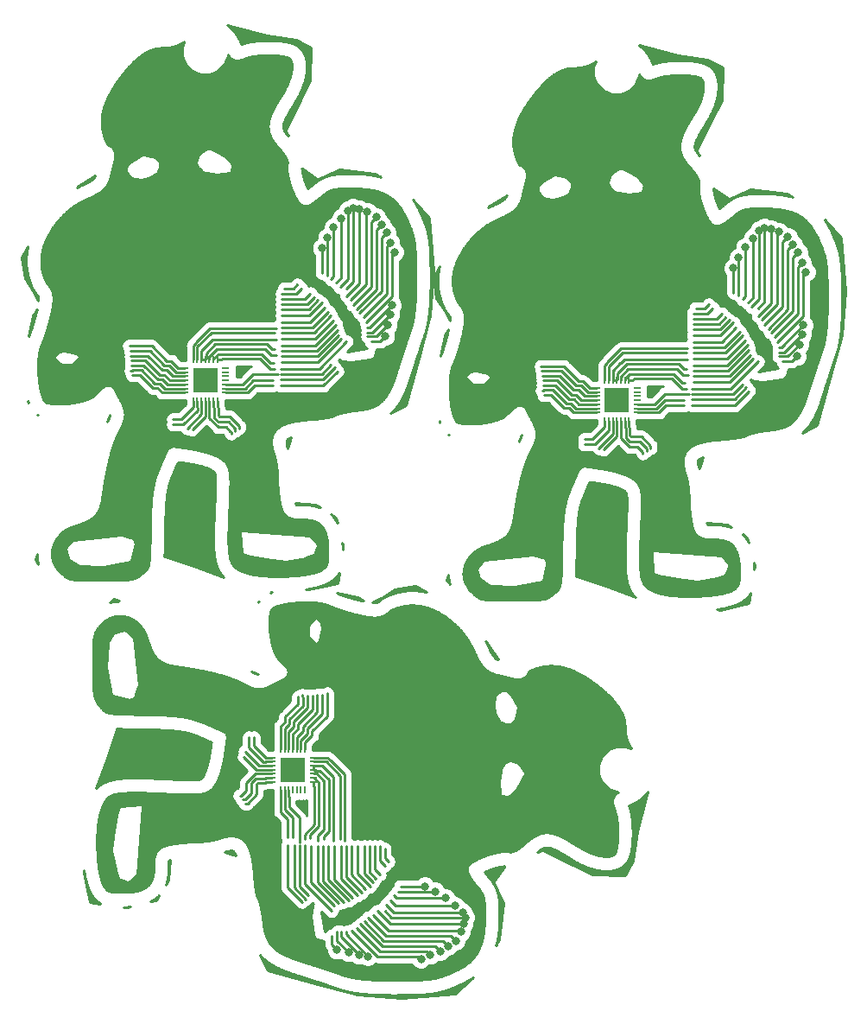
<source format=gbr>
G04 #@! TF.GenerationSoftware,KiCad,Pcbnew,(5.0.0-3-g5ebb6b6)*
G04 #@! TF.CreationDate,2019-09-09T21:31:56-07:00*
G04 #@! TF.ProjectId,panelizedpetr002,70616E656C697A656470657472303032,rev?*
G04 #@! TF.SameCoordinates,Original*
G04 #@! TF.FileFunction,Copper,L1,Top,Signal*
G04 #@! TF.FilePolarity,Positive*
%FSLAX46Y46*%
G04 Gerber Fmt 4.6, Leading zero omitted, Abs format (unit mm)*
G04 Created by KiCad (PCBNEW (5.0.0-3-g5ebb6b6)) date Monday, September 09, 2019 at 09:31:56 PM*
%MOMM*%
%LPD*%
G01*
G04 APERTURE LIST*
G04 #@! TA.AperFunction,SMDPad,CuDef*
%ADD10R,2.350000X2.350000*%
G04 #@! TD*
G04 #@! TA.AperFunction,SMDPad,CuDef*
%ADD11R,0.200000X0.800000*%
G04 #@! TD*
G04 #@! TA.AperFunction,SMDPad,CuDef*
%ADD12R,0.800000X0.200000*%
G04 #@! TD*
G04 #@! TA.AperFunction,ViaPad*
%ADD13C,0.800000*%
G04 #@! TD*
G04 #@! TA.AperFunction,Conductor*
%ADD14C,0.250000*%
G04 #@! TD*
G04 #@! TA.AperFunction,NonConductor*
%ADD15C,0.254000*%
G04 #@! TD*
G04 APERTURE END LIST*
D10*
G04 #@! TO.P,REF\002A\002A,29*
G04 #@! TO.N,N/C*
X74803000Y-72402700D03*
D11*
G04 #@! TO.P,REF\002A\002A,28*
X73603000Y-70402700D03*
G04 #@! TO.P,REF\002A\002A,27*
X74003000Y-70402700D03*
G04 #@! TO.P,REF\002A\002A,26*
X74403000Y-70402700D03*
G04 #@! TO.P,REF\002A\002A,25*
X74803000Y-70402700D03*
G04 #@! TO.P,REF\002A\002A,24*
X75203000Y-70402700D03*
G04 #@! TO.P,REF\002A\002A,23*
X75603000Y-70402700D03*
G04 #@! TO.P,REF\002A\002A,22*
X76003000Y-70402700D03*
D12*
G04 #@! TO.P,REF\002A\002A,21*
X76803000Y-71202700D03*
G04 #@! TO.P,REF\002A\002A,20*
X76803000Y-71602700D03*
G04 #@! TO.P,REF\002A\002A,19*
X76803000Y-72002700D03*
G04 #@! TO.P,REF\002A\002A,18*
X76803000Y-72402700D03*
G04 #@! TO.P,REF\002A\002A,17*
X76803000Y-72802700D03*
G04 #@! TO.P,REF\002A\002A,16*
X76803000Y-73202700D03*
G04 #@! TO.P,REF\002A\002A,15*
X76803000Y-73602700D03*
D11*
G04 #@! TO.P,REF\002A\002A,14*
X76003000Y-74402700D03*
G04 #@! TO.P,REF\002A\002A,13*
X75603000Y-74402700D03*
G04 #@! TO.P,REF\002A\002A,12*
X75203000Y-74402700D03*
G04 #@! TO.P,REF\002A\002A,11*
X74803000Y-74402700D03*
G04 #@! TO.P,REF\002A\002A,10*
X74403000Y-74402700D03*
G04 #@! TO.P,REF\002A\002A,9*
X74003000Y-74402700D03*
G04 #@! TO.P,REF\002A\002A,8*
X73603000Y-74402700D03*
D12*
G04 #@! TO.P,REF\002A\002A,7*
X72803000Y-73602700D03*
G04 #@! TO.P,REF\002A\002A,6*
X72803000Y-73202700D03*
G04 #@! TO.P,REF\002A\002A,5*
X72803000Y-72802700D03*
G04 #@! TO.P,REF\002A\002A,4*
X72803000Y-72402700D03*
G04 #@! TO.P,REF\002A\002A,3*
X72803000Y-72002700D03*
G04 #@! TO.P,REF\002A\002A,2*
X72803000Y-71602700D03*
G04 #@! TO.P,REF\002A\002A,1*
X72803000Y-71202700D03*
G04 #@! TD*
D10*
G04 #@! TO.P,REF\002A\002A,29*
G04 #@! TO.N,N/C*
X115150900Y-74358500D03*
D11*
G04 #@! TO.P,REF\002A\002A,28*
X113950900Y-72358500D03*
G04 #@! TO.P,REF\002A\002A,27*
X114350900Y-72358500D03*
G04 #@! TO.P,REF\002A\002A,26*
X114750900Y-72358500D03*
G04 #@! TO.P,REF\002A\002A,25*
X115150900Y-72358500D03*
G04 #@! TO.P,REF\002A\002A,24*
X115550900Y-72358500D03*
G04 #@! TO.P,REF\002A\002A,23*
X115950900Y-72358500D03*
G04 #@! TO.P,REF\002A\002A,22*
X116350900Y-72358500D03*
D12*
G04 #@! TO.P,REF\002A\002A,21*
X117150900Y-73158500D03*
G04 #@! TO.P,REF\002A\002A,20*
X117150900Y-73558500D03*
G04 #@! TO.P,REF\002A\002A,19*
X117150900Y-73958500D03*
G04 #@! TO.P,REF\002A\002A,18*
X117150900Y-74358500D03*
G04 #@! TO.P,REF\002A\002A,17*
X117150900Y-74758500D03*
G04 #@! TO.P,REF\002A\002A,16*
X117150900Y-75158500D03*
G04 #@! TO.P,REF\002A\002A,15*
X117150900Y-75558500D03*
D11*
G04 #@! TO.P,REF\002A\002A,14*
X116350900Y-76358500D03*
G04 #@! TO.P,REF\002A\002A,13*
X115950900Y-76358500D03*
G04 #@! TO.P,REF\002A\002A,12*
X115550900Y-76358500D03*
G04 #@! TO.P,REF\002A\002A,11*
X115150900Y-76358500D03*
G04 #@! TO.P,REF\002A\002A,10*
X114750900Y-76358500D03*
G04 #@! TO.P,REF\002A\002A,9*
X114350900Y-76358500D03*
G04 #@! TO.P,REF\002A\002A,8*
X113950900Y-76358500D03*
D12*
G04 #@! TO.P,REF\002A\002A,7*
X113150900Y-75558500D03*
G04 #@! TO.P,REF\002A\002A,6*
X113150900Y-75158500D03*
G04 #@! TO.P,REF\002A\002A,5*
X113150900Y-74758500D03*
G04 #@! TO.P,REF\002A\002A,4*
X113150900Y-74358500D03*
G04 #@! TO.P,REF\002A\002A,3*
X113150900Y-73958500D03*
G04 #@! TO.P,REF\002A\002A,2*
X113150900Y-73558500D03*
G04 #@! TO.P,REF\002A\002A,1*
X113150900Y-73158500D03*
G04 #@! TD*
D10*
G04 #@! TO.P,REF\002A\002A,29*
G04 #@! TO.N,N/C*
X83375500Y-110553500D03*
D12*
G04 #@! TO.P,REF\002A\002A,28*
X85375500Y-109353500D03*
G04 #@! TO.P,REF\002A\002A,27*
X85375500Y-109753500D03*
G04 #@! TO.P,REF\002A\002A,26*
X85375500Y-110153500D03*
G04 #@! TO.P,REF\002A\002A,25*
X85375500Y-110553500D03*
G04 #@! TO.P,REF\002A\002A,24*
X85375500Y-110953500D03*
G04 #@! TO.P,REF\002A\002A,23*
X85375500Y-111353500D03*
G04 #@! TO.P,REF\002A\002A,22*
X85375500Y-111753500D03*
D11*
G04 #@! TO.P,REF\002A\002A,21*
X84575500Y-112553500D03*
G04 #@! TO.P,REF\002A\002A,20*
X84175500Y-112553500D03*
G04 #@! TO.P,REF\002A\002A,19*
X83775500Y-112553500D03*
G04 #@! TO.P,REF\002A\002A,18*
X83375500Y-112553500D03*
G04 #@! TO.P,REF\002A\002A,17*
X82975500Y-112553500D03*
G04 #@! TO.P,REF\002A\002A,16*
X82575500Y-112553500D03*
G04 #@! TO.P,REF\002A\002A,15*
X82175500Y-112553500D03*
D12*
G04 #@! TO.P,REF\002A\002A,14*
X81375500Y-111753500D03*
G04 #@! TO.P,REF\002A\002A,13*
X81375500Y-111353500D03*
G04 #@! TO.P,REF\002A\002A,12*
X81375500Y-110953500D03*
G04 #@! TO.P,REF\002A\002A,11*
X81375500Y-110553500D03*
G04 #@! TO.P,REF\002A\002A,10*
X81375500Y-110153500D03*
G04 #@! TO.P,REF\002A\002A,9*
X81375500Y-109753500D03*
G04 #@! TO.P,REF\002A\002A,8*
X81375500Y-109353500D03*
D11*
G04 #@! TO.P,REF\002A\002A,7*
X82175500Y-108553500D03*
G04 #@! TO.P,REF\002A\002A,6*
X82575500Y-108553500D03*
G04 #@! TO.P,REF\002A\002A,5*
X82975500Y-108553500D03*
G04 #@! TO.P,REF\002A\002A,4*
X83375500Y-108553500D03*
G04 #@! TO.P,REF\002A\002A,3*
X83775500Y-108553500D03*
G04 #@! TO.P,REF\002A\002A,2*
X84175500Y-108553500D03*
G04 #@! TO.P,REF\002A\002A,1*
X84575500Y-108553500D03*
G04 #@! TD*
D13*
G04 #@! TO.N,*
X86233000Y-59448700D03*
X86741000Y-58432700D03*
X87376000Y-57416700D03*
X88138000Y-56527700D03*
X88773000Y-55765700D03*
X89281000Y-55511700D03*
X89916000Y-55638700D03*
X90678000Y-55892700D03*
X91567000Y-56400700D03*
X92075000Y-57162700D03*
X92583000Y-57924700D03*
X92964000Y-58940700D03*
X93345000Y-59829700D03*
X93091000Y-65036700D03*
X92964000Y-65925700D03*
X92710000Y-66941700D03*
X92456000Y-68084700D03*
X126580900Y-61404500D03*
X127088900Y-60388500D03*
X127723900Y-59372500D03*
X128485900Y-58483500D03*
X129120900Y-57721500D03*
X129628900Y-57467500D03*
X130263900Y-57594500D03*
X131025900Y-57848500D03*
X131914900Y-58356500D03*
X132422900Y-59118500D03*
X132930900Y-59880500D03*
X133311900Y-60896500D03*
X133692900Y-61785500D03*
X133438900Y-66992500D03*
X133311900Y-67881500D03*
X133057900Y-68897500D03*
X132803900Y-70040500D03*
X96329500Y-121983500D03*
X97345500Y-122491500D03*
X98361500Y-123126500D03*
X99250500Y-123888500D03*
X100012500Y-124523500D03*
X100266500Y-125031500D03*
X100139500Y-125666500D03*
X99885500Y-126428500D03*
X99377500Y-127317500D03*
X98615500Y-127825500D03*
X97853500Y-128333500D03*
X96837500Y-128714500D03*
X95948500Y-129095500D03*
X90741500Y-128841500D03*
X89852500Y-128714500D03*
X88836500Y-128460500D03*
X87693500Y-128206500D03*
G04 #@! TD*
D14*
G04 #@! TO.N,*
X82296000Y-65417700D02*
X84201000Y-65417700D01*
X87376000Y-62242700D02*
X87376000Y-57416700D01*
X82296000Y-66052700D02*
X84455000Y-66052700D01*
X88138000Y-62369700D02*
X88138000Y-56527700D01*
X82296000Y-67195700D02*
X83947000Y-67195700D01*
X82296000Y-66687700D02*
X83693000Y-66687700D01*
X82296000Y-68338700D02*
X84455000Y-68338700D01*
X82296000Y-69481700D02*
X83947000Y-69481700D01*
X82296000Y-70624700D02*
X84455000Y-70624700D01*
X82296000Y-69989700D02*
X84201000Y-69989700D01*
X82169000Y-71259700D02*
X83566000Y-71259700D01*
X82169000Y-72910700D02*
X84328000Y-72910700D01*
X82169000Y-71767700D02*
X83820000Y-71767700D01*
X82169000Y-72275700D02*
X84074000Y-72275700D01*
X83693000Y-66687700D02*
X84582000Y-66687700D01*
X88773000Y-62496700D02*
X88773000Y-55765700D01*
X83947000Y-67195700D02*
X84836000Y-67195700D01*
X88646000Y-63385700D02*
X89281000Y-62750700D01*
X89281000Y-62750700D02*
X89281000Y-55511700D01*
X84455000Y-68338700D02*
X85217000Y-68338700D01*
X90551000Y-63004700D02*
X90551000Y-57162700D01*
X89916000Y-62877700D02*
X89916000Y-56146700D01*
X89916000Y-56146700D02*
X89916000Y-55638700D01*
X82296000Y-67703700D02*
X85090000Y-67703700D01*
X90551000Y-56019700D02*
X90678000Y-55892700D01*
X90551000Y-57162700D02*
X90551000Y-56019700D01*
X83566000Y-68973700D02*
X85344000Y-68973700D01*
X82296000Y-68973700D02*
X83566000Y-68973700D01*
X83566000Y-68973700D02*
X83693000Y-68973700D01*
X91059000Y-56908700D02*
X91567000Y-56400700D01*
X91059000Y-63258700D02*
X91059000Y-56908700D01*
X83947000Y-69481700D02*
X85471000Y-69481700D01*
X91567000Y-57670700D02*
X92075000Y-57162700D01*
X91567000Y-63385700D02*
X91567000Y-57670700D01*
X84201000Y-69989700D02*
X85725000Y-69989700D01*
X92075000Y-58432700D02*
X92583000Y-57924700D01*
X92075000Y-63639700D02*
X92075000Y-58432700D01*
X84455000Y-70624700D02*
X85852000Y-70624700D01*
X92583000Y-59321700D02*
X92964000Y-58940700D01*
X92583000Y-63893700D02*
X92583000Y-59321700D01*
X83566000Y-71259700D02*
X85979000Y-71259700D01*
X93091000Y-60083700D02*
X93345000Y-59829700D01*
X93091000Y-64147700D02*
X93091000Y-60083700D01*
X83820000Y-71767700D02*
X86233000Y-71767700D01*
X86233000Y-71767700D02*
X87122000Y-70878700D01*
X84074000Y-72275700D02*
X86360000Y-72275700D01*
X86360000Y-72275700D02*
X87503000Y-71132700D01*
X84328000Y-72910700D02*
X86360000Y-72910700D01*
X86360000Y-72910700D02*
X87757000Y-71513700D01*
X82296000Y-63893700D02*
X83693000Y-63893700D01*
X83693000Y-63893700D02*
X84201000Y-63385700D01*
X82550000Y-63385700D02*
X83439000Y-63385700D01*
X83439000Y-63385700D02*
X83820000Y-63004700D01*
X90932000Y-67195700D02*
X93091000Y-65036700D01*
X90678000Y-67195700D02*
X90932000Y-67195700D01*
X91186000Y-67703700D02*
X92964000Y-65925700D01*
X90678000Y-67703700D02*
X91186000Y-67703700D01*
X91567000Y-68084700D02*
X92710000Y-66941700D01*
X90678000Y-68084700D02*
X91567000Y-68084700D01*
X91948000Y-68592700D02*
X92456000Y-68084700D01*
X91059000Y-68592700D02*
X91948000Y-68592700D01*
X86233000Y-61861700D02*
X86233000Y-59448700D01*
X82296000Y-64401700D02*
X83693000Y-64401700D01*
X86741000Y-62115700D02*
X86741000Y-58432700D01*
X82296000Y-64909700D02*
X83947000Y-64909700D01*
X93091000Y-64147700D02*
X90551000Y-66687700D01*
X85979000Y-71259700D02*
X88646000Y-68592700D01*
X92583000Y-63893700D02*
X90297000Y-66179700D01*
X85852000Y-70624700D02*
X88138000Y-68338700D01*
X85725000Y-69989700D02*
X85852000Y-69989700D01*
X85852000Y-69989700D02*
X87884000Y-67957700D01*
X85471000Y-69481700D02*
X85725000Y-69481700D01*
X85725000Y-69481700D02*
X87757000Y-67449700D01*
X85344000Y-68973700D02*
X85598000Y-68973700D01*
X85598000Y-68973700D02*
X87630000Y-66941700D01*
X85217000Y-68338700D02*
X85598000Y-68338700D01*
X85598000Y-68338700D02*
X87376000Y-66560700D01*
X85090000Y-67703700D02*
X85471000Y-67703700D01*
X85471000Y-67703700D02*
X87122000Y-66052700D01*
X84836000Y-67195700D02*
X85344000Y-67195700D01*
X85344000Y-67195700D02*
X86868000Y-65671700D01*
X84582000Y-66687700D02*
X85090000Y-66687700D01*
X85090000Y-66687700D02*
X86487000Y-65290700D01*
X84455000Y-66052700D02*
X84963000Y-66052700D01*
X84963000Y-66052700D02*
X86233000Y-64782700D01*
X84201000Y-65417700D02*
X84963000Y-65417700D01*
X84963000Y-65417700D02*
X85852000Y-64528700D01*
X83947000Y-64909700D02*
X84836000Y-64909700D01*
X84836000Y-64909700D02*
X85471000Y-64274700D01*
X83693000Y-64401700D02*
X84582000Y-64401700D01*
X84582000Y-64401700D02*
X85090000Y-63893700D01*
X87376000Y-62242700D02*
X87122000Y-62496700D01*
X92075000Y-63639700D02*
X89916000Y-65798700D01*
X91567000Y-63385700D02*
X91567000Y-63512700D01*
X91567000Y-63512700D02*
X89662000Y-65417700D01*
X91059000Y-63258700D02*
X89281000Y-65036700D01*
X90551000Y-63004700D02*
X89027000Y-64528700D01*
X89916000Y-62877700D02*
X88646000Y-64147700D01*
X88773000Y-62496700D02*
X88011000Y-63258700D01*
X73603000Y-75052700D02*
X72443000Y-76212700D01*
X73603000Y-74402700D02*
X73603000Y-75052700D01*
X72443000Y-76212700D02*
X71628000Y-76212700D01*
X74003000Y-75052700D02*
X74041000Y-75090700D01*
X74003000Y-74402700D02*
X74003000Y-75052700D01*
X74041000Y-75090700D02*
X74041000Y-75323700D01*
X74041000Y-75323700D02*
X72644000Y-76720700D01*
X72644000Y-76720700D02*
X71628000Y-76720700D01*
X74403000Y-74402700D02*
X74403000Y-75723700D01*
X74403000Y-75723700D02*
X73025000Y-77101700D01*
X74803000Y-74402700D02*
X74803000Y-75958700D01*
X74803000Y-75958700D02*
X73533000Y-77228700D01*
X75203000Y-74702700D02*
X75184000Y-74721700D01*
X75203000Y-74402700D02*
X75203000Y-74702700D01*
X75184000Y-74721700D02*
X75184000Y-76085700D01*
X75184000Y-76085700D02*
X76073000Y-76974700D01*
X76073000Y-76974700D02*
X76835000Y-76974700D01*
X76835000Y-76974700D02*
X77216000Y-77355700D01*
X77216000Y-77355700D02*
X77343000Y-77482700D01*
X77343000Y-77482700D02*
X77343000Y-77609700D01*
X75603000Y-75052700D02*
X75692000Y-75141700D01*
X75603000Y-74402700D02*
X75603000Y-75052700D01*
X75692000Y-75141700D02*
X75692000Y-76085700D01*
X75692000Y-76085700D02*
X76073000Y-76466700D01*
X76073000Y-76466700D02*
X77089000Y-76466700D01*
X77089000Y-76466700D02*
X77724000Y-77101700D01*
X77724000Y-77101700D02*
X77724000Y-77355700D01*
X76003000Y-75052700D02*
X76073000Y-75122700D01*
X76003000Y-74402700D02*
X76003000Y-75052700D01*
X76073000Y-75122700D02*
X76073000Y-75831700D01*
X76073000Y-75831700D02*
X76200000Y-75958700D01*
X76200000Y-75958700D02*
X77216000Y-75958700D01*
X77216000Y-75958700D02*
X78105000Y-76847700D01*
X78105000Y-76847700D02*
X78105000Y-77101700D01*
X76803000Y-73602700D02*
X78937000Y-73602700D01*
X78937000Y-73602700D02*
X79629000Y-72910700D01*
X79629000Y-72910700D02*
X81407000Y-72910700D01*
X76803000Y-73202700D02*
X78702000Y-73202700D01*
X78702000Y-73202700D02*
X79502000Y-72402700D01*
X79502000Y-72402700D02*
X81407000Y-72402700D01*
X77453000Y-72802700D02*
X77472000Y-72783700D01*
X76803000Y-72802700D02*
X77453000Y-72802700D01*
X77472000Y-72783700D02*
X78486000Y-72783700D01*
X78486000Y-72783700D02*
X79502000Y-71767700D01*
X79502000Y-71767700D02*
X81915000Y-71767700D01*
X72153000Y-71202700D02*
X71473400Y-70523100D01*
X72803000Y-71202700D02*
X72153000Y-71202700D01*
X71473400Y-70523100D02*
X71043800Y-70523100D01*
X71043800Y-70523100D02*
X69570600Y-69049900D01*
X69570600Y-69049900D02*
X67335400Y-69049900D01*
X72803000Y-71602700D02*
X71971000Y-71602700D01*
X71971000Y-71602700D02*
X71297800Y-70929500D01*
X71297800Y-70929500D02*
X70764400Y-70929500D01*
X70764400Y-70929500D02*
X69367400Y-69532500D01*
X69367400Y-69532500D02*
X67437000Y-69532500D01*
X72803000Y-72002700D02*
X71634400Y-72002700D01*
X71634400Y-72002700D02*
X71043800Y-71412100D01*
X71043800Y-71412100D02*
X70561200Y-71412100D01*
X70561200Y-71412100D02*
X69164200Y-70015100D01*
X69164200Y-70015100D02*
X67487800Y-70015100D01*
X72803000Y-72402700D02*
X71323200Y-72402700D01*
X71323200Y-72402700D02*
X70789800Y-71869300D01*
X70789800Y-71869300D02*
X70332600Y-71869300D01*
X70332600Y-71869300D02*
X68935600Y-70472300D01*
X68935600Y-70472300D02*
X67538600Y-70472300D01*
X72153000Y-72802700D02*
X72146600Y-72809100D01*
X72803000Y-72802700D02*
X72153000Y-72802700D01*
X72146600Y-72809100D02*
X71069200Y-72809100D01*
X71069200Y-72809100D02*
X70586600Y-72326500D01*
X70586600Y-72326500D02*
X70129400Y-72326500D01*
X70129400Y-72326500D02*
X68757800Y-70954900D01*
X68757800Y-70954900D02*
X67538600Y-70954900D01*
X72803000Y-73202700D02*
X70802400Y-73202700D01*
X70802400Y-73202700D02*
X70307200Y-72707500D01*
X70307200Y-72707500D02*
X69824600Y-72707500D01*
X69824600Y-72707500D02*
X68529200Y-71412100D01*
X68529200Y-71412100D02*
X67691000Y-71412100D01*
X67691000Y-71412100D02*
X67614800Y-71488300D01*
X67614800Y-71488300D02*
X67462400Y-71488300D01*
X72803000Y-73602700D02*
X70567400Y-73602700D01*
X70567400Y-73602700D02*
X70104000Y-73139300D01*
X70104000Y-73139300D02*
X69621400Y-73139300D01*
X69621400Y-73139300D02*
X68376800Y-71894700D01*
X68376800Y-71894700D02*
X67640200Y-71894700D01*
X76353000Y-70402700D02*
X76486600Y-70269100D01*
X76003000Y-70402700D02*
X76353000Y-70402700D01*
X76486600Y-70269100D02*
X80187800Y-70269100D01*
X80187800Y-70269100D02*
X81178400Y-71259700D01*
X81178400Y-71259700D02*
X81635600Y-71259700D01*
X75603000Y-70402700D02*
X75603000Y-70307300D01*
X75603000Y-70307300D02*
X76073000Y-69837300D01*
X76073000Y-69837300D02*
X80340200Y-69837300D01*
X80340200Y-69837300D02*
X81178400Y-70675500D01*
X81178400Y-70675500D02*
X81483200Y-70675500D01*
X75203000Y-70402700D02*
X75203000Y-70072300D01*
X75203000Y-70072300D02*
X75895200Y-69380100D01*
X75895200Y-69380100D02*
X80695800Y-69380100D01*
X80695800Y-69380100D02*
X81280000Y-69964300D01*
X81280000Y-69964300D02*
X81762600Y-69964300D01*
X74753000Y-70402700D02*
X74879200Y-70276500D01*
X74403000Y-70402700D02*
X74753000Y-70402700D01*
X74879200Y-70276500D02*
X74879200Y-69761100D01*
X74879200Y-69761100D02*
X75768200Y-68872100D01*
X75768200Y-68872100D02*
X80873600Y-68872100D01*
X80873600Y-68872100D02*
X81381600Y-69380100D01*
X81381600Y-69380100D02*
X81610200Y-69380100D01*
X74403000Y-70402700D02*
X74403000Y-69500700D01*
X74403000Y-69500700D02*
X75133200Y-68770500D01*
X76377800Y-68389500D02*
X81737200Y-68389500D01*
X73603000Y-70402700D02*
X73603000Y-68979900D01*
X73603000Y-68979900D02*
X73863200Y-68719700D01*
X81737200Y-67322700D02*
X77622400Y-67322700D01*
X75133200Y-68770500D02*
X75158600Y-68770500D01*
X75539600Y-68389500D02*
X76377800Y-68389500D01*
X75158600Y-68770500D02*
X75539600Y-68389500D01*
X74003000Y-69113300D02*
X74003000Y-70402700D01*
X75387200Y-67729100D02*
X74003000Y-69113300D01*
X81610200Y-67729100D02*
X75387200Y-67729100D01*
X73863200Y-68719700D02*
X73863200Y-68694300D01*
X75234800Y-67322700D02*
X77622400Y-67322700D01*
X73863200Y-68694300D02*
X75234800Y-67322700D01*
X88138000Y-62369700D02*
X88112600Y-62369700D01*
X88112600Y-62369700D02*
X87630000Y-62852300D01*
X122643900Y-67373500D02*
X124548900Y-67373500D01*
X127723900Y-64198500D02*
X127723900Y-59372500D01*
X122643900Y-68008500D02*
X124802900Y-68008500D01*
X128485900Y-64325500D02*
X128485900Y-58483500D01*
X122643900Y-69151500D02*
X124294900Y-69151500D01*
X122643900Y-68643500D02*
X124040900Y-68643500D01*
X122643900Y-70294500D02*
X124802900Y-70294500D01*
X122643900Y-71437500D02*
X124294900Y-71437500D01*
X122643900Y-72580500D02*
X124802900Y-72580500D01*
X122643900Y-71945500D02*
X124548900Y-71945500D01*
X122516900Y-73215500D02*
X123913900Y-73215500D01*
X122516900Y-74866500D02*
X124675900Y-74866500D01*
X122516900Y-73723500D02*
X124167900Y-73723500D01*
X122516900Y-74231500D02*
X124421900Y-74231500D01*
X124040900Y-68643500D02*
X124929900Y-68643500D01*
X129120900Y-64452500D02*
X129120900Y-57721500D01*
X124294900Y-69151500D02*
X125183900Y-69151500D01*
X128993900Y-65341500D02*
X129628900Y-64706500D01*
X129628900Y-64706500D02*
X129628900Y-57467500D01*
X124802900Y-70294500D02*
X125564900Y-70294500D01*
X130898900Y-64960500D02*
X130898900Y-59118500D01*
X130263900Y-64833500D02*
X130263900Y-58102500D01*
X130263900Y-58102500D02*
X130263900Y-57594500D01*
X122643900Y-69659500D02*
X125437900Y-69659500D01*
X130898900Y-57975500D02*
X131025900Y-57848500D01*
X130898900Y-59118500D02*
X130898900Y-57975500D01*
X123913900Y-70929500D02*
X125691900Y-70929500D01*
X122643900Y-70929500D02*
X123913900Y-70929500D01*
X123913900Y-70929500D02*
X124040900Y-70929500D01*
X131406900Y-58864500D02*
X131914900Y-58356500D01*
X131406900Y-65214500D02*
X131406900Y-58864500D01*
X124294900Y-71437500D02*
X125818900Y-71437500D01*
X131914900Y-59626500D02*
X132422900Y-59118500D01*
X131914900Y-65341500D02*
X131914900Y-59626500D01*
X124548900Y-71945500D02*
X126072900Y-71945500D01*
X132422900Y-60388500D02*
X132930900Y-59880500D01*
X132422900Y-65595500D02*
X132422900Y-60388500D01*
X124802900Y-72580500D02*
X126199900Y-72580500D01*
X132930900Y-61277500D02*
X133311900Y-60896500D01*
X132930900Y-65849500D02*
X132930900Y-61277500D01*
X123913900Y-73215500D02*
X126326900Y-73215500D01*
X133438900Y-62039500D02*
X133692900Y-61785500D01*
X133438900Y-66103500D02*
X133438900Y-62039500D01*
X124167900Y-73723500D02*
X126580900Y-73723500D01*
X126580900Y-73723500D02*
X127469900Y-72834500D01*
X124421900Y-74231500D02*
X126707900Y-74231500D01*
X126707900Y-74231500D02*
X127850900Y-73088500D01*
X124675900Y-74866500D02*
X126707900Y-74866500D01*
X126707900Y-74866500D02*
X128104900Y-73469500D01*
X122643900Y-65849500D02*
X124040900Y-65849500D01*
X124040900Y-65849500D02*
X124548900Y-65341500D01*
X122897900Y-65341500D02*
X123786900Y-65341500D01*
X123786900Y-65341500D02*
X124167900Y-64960500D01*
X131279900Y-69151500D02*
X133438900Y-66992500D01*
X131025900Y-69151500D02*
X131279900Y-69151500D01*
X131533900Y-69659500D02*
X133311900Y-67881500D01*
X131025900Y-69659500D02*
X131533900Y-69659500D01*
X131914900Y-70040500D02*
X133057900Y-68897500D01*
X131025900Y-70040500D02*
X131914900Y-70040500D01*
X132295900Y-70548500D02*
X132803900Y-70040500D01*
X131406900Y-70548500D02*
X132295900Y-70548500D01*
X126580900Y-63817500D02*
X126580900Y-61404500D01*
X122643900Y-66357500D02*
X124040900Y-66357500D01*
X127088900Y-64071500D02*
X127088900Y-60388500D01*
X122643900Y-66865500D02*
X124294900Y-66865500D01*
X133438900Y-66103500D02*
X130898900Y-68643500D01*
X126326900Y-73215500D02*
X128993900Y-70548500D01*
X132930900Y-65849500D02*
X130644900Y-68135500D01*
X126199900Y-72580500D02*
X128485900Y-70294500D01*
X126072900Y-71945500D02*
X126199900Y-71945500D01*
X126199900Y-71945500D02*
X128231900Y-69913500D01*
X125818900Y-71437500D02*
X126072900Y-71437500D01*
X126072900Y-71437500D02*
X128104900Y-69405500D01*
X125691900Y-70929500D02*
X125945900Y-70929500D01*
X125945900Y-70929500D02*
X127977900Y-68897500D01*
X125564900Y-70294500D02*
X125945900Y-70294500D01*
X125945900Y-70294500D02*
X127723900Y-68516500D01*
X125437900Y-69659500D02*
X125818900Y-69659500D01*
X125818900Y-69659500D02*
X127469900Y-68008500D01*
X125183900Y-69151500D02*
X125691900Y-69151500D01*
X125691900Y-69151500D02*
X127215900Y-67627500D01*
X124929900Y-68643500D02*
X125437900Y-68643500D01*
X125437900Y-68643500D02*
X126834900Y-67246500D01*
X124802900Y-68008500D02*
X125310900Y-68008500D01*
X125310900Y-68008500D02*
X126580900Y-66738500D01*
X124548900Y-67373500D02*
X125310900Y-67373500D01*
X125310900Y-67373500D02*
X126199900Y-66484500D01*
X124294900Y-66865500D02*
X125183900Y-66865500D01*
X125183900Y-66865500D02*
X125818900Y-66230500D01*
X124040900Y-66357500D02*
X124929900Y-66357500D01*
X124929900Y-66357500D02*
X125437900Y-65849500D01*
X127723900Y-64198500D02*
X127469900Y-64452500D01*
X132422900Y-65595500D02*
X130263900Y-67754500D01*
X131914900Y-65341500D02*
X131914900Y-65468500D01*
X131914900Y-65468500D02*
X130009900Y-67373500D01*
X131406900Y-65214500D02*
X129628900Y-66992500D01*
X130898900Y-64960500D02*
X129374900Y-66484500D01*
X130263900Y-64833500D02*
X128993900Y-66103500D01*
X129120900Y-64452500D02*
X128358900Y-65214500D01*
X113950900Y-77008500D02*
X112790900Y-78168500D01*
X113950900Y-76358500D02*
X113950900Y-77008500D01*
X112790900Y-78168500D02*
X111975900Y-78168500D01*
X114350900Y-77008500D02*
X114388900Y-77046500D01*
X114350900Y-76358500D02*
X114350900Y-77008500D01*
X114388900Y-77046500D02*
X114388900Y-77279500D01*
X114388900Y-77279500D02*
X112991900Y-78676500D01*
X112991900Y-78676500D02*
X111975900Y-78676500D01*
X114750900Y-76358500D02*
X114750900Y-77679500D01*
X114750900Y-77679500D02*
X113372900Y-79057500D01*
X115150900Y-76358500D02*
X115150900Y-77914500D01*
X115150900Y-77914500D02*
X113880900Y-79184500D01*
X115550900Y-76658500D02*
X115531900Y-76677500D01*
X115550900Y-76358500D02*
X115550900Y-76658500D01*
X115531900Y-76677500D02*
X115531900Y-78041500D01*
X115531900Y-78041500D02*
X116420900Y-78930500D01*
X116420900Y-78930500D02*
X117182900Y-78930500D01*
X117182900Y-78930500D02*
X117563900Y-79311500D01*
X117563900Y-79311500D02*
X117690900Y-79438500D01*
X117690900Y-79438500D02*
X117690900Y-79565500D01*
X115950900Y-77008500D02*
X116039900Y-77097500D01*
X115950900Y-76358500D02*
X115950900Y-77008500D01*
X116039900Y-77097500D02*
X116039900Y-78041500D01*
X116039900Y-78041500D02*
X116420900Y-78422500D01*
X116420900Y-78422500D02*
X117436900Y-78422500D01*
X117436900Y-78422500D02*
X118071900Y-79057500D01*
X118071900Y-79057500D02*
X118071900Y-79311500D01*
X116350900Y-77008500D02*
X116420900Y-77078500D01*
X116350900Y-76358500D02*
X116350900Y-77008500D01*
X116420900Y-77078500D02*
X116420900Y-77787500D01*
X116420900Y-77787500D02*
X116547900Y-77914500D01*
X116547900Y-77914500D02*
X117563900Y-77914500D01*
X117563900Y-77914500D02*
X118452900Y-78803500D01*
X118452900Y-78803500D02*
X118452900Y-79057500D01*
X117150900Y-75558500D02*
X119284900Y-75558500D01*
X119284900Y-75558500D02*
X119976900Y-74866500D01*
X119976900Y-74866500D02*
X121754900Y-74866500D01*
X117150900Y-75158500D02*
X119049900Y-75158500D01*
X119049900Y-75158500D02*
X119849900Y-74358500D01*
X119849900Y-74358500D02*
X121754900Y-74358500D01*
X117800900Y-74758500D02*
X117819900Y-74739500D01*
X117150900Y-74758500D02*
X117800900Y-74758500D01*
X117819900Y-74739500D02*
X118833900Y-74739500D01*
X118833900Y-74739500D02*
X119849900Y-73723500D01*
X119849900Y-73723500D02*
X122262900Y-73723500D01*
X112500900Y-73158500D02*
X111821300Y-72478900D01*
X113150900Y-73158500D02*
X112500900Y-73158500D01*
X111821300Y-72478900D02*
X111391700Y-72478900D01*
X111391700Y-72478900D02*
X109918500Y-71005700D01*
X109918500Y-71005700D02*
X107683300Y-71005700D01*
X113150900Y-73558500D02*
X112318900Y-73558500D01*
X112318900Y-73558500D02*
X111645700Y-72885300D01*
X111645700Y-72885300D02*
X111112300Y-72885300D01*
X111112300Y-72885300D02*
X109715300Y-71488300D01*
X109715300Y-71488300D02*
X107784900Y-71488300D01*
X113150900Y-73958500D02*
X111982300Y-73958500D01*
X111982300Y-73958500D02*
X111391700Y-73367900D01*
X111391700Y-73367900D02*
X110909100Y-73367900D01*
X110909100Y-73367900D02*
X109512100Y-71970900D01*
X109512100Y-71970900D02*
X107835700Y-71970900D01*
X113150900Y-74358500D02*
X111671100Y-74358500D01*
X111671100Y-74358500D02*
X111137700Y-73825100D01*
X111137700Y-73825100D02*
X110680500Y-73825100D01*
X110680500Y-73825100D02*
X109283500Y-72428100D01*
X109283500Y-72428100D02*
X107886500Y-72428100D01*
X112500900Y-74758500D02*
X112494500Y-74764900D01*
X113150900Y-74758500D02*
X112500900Y-74758500D01*
X112494500Y-74764900D02*
X111417100Y-74764900D01*
X111417100Y-74764900D02*
X110934500Y-74282300D01*
X110934500Y-74282300D02*
X110477300Y-74282300D01*
X110477300Y-74282300D02*
X109105700Y-72910700D01*
X109105700Y-72910700D02*
X107886500Y-72910700D01*
X113150900Y-75158500D02*
X111150300Y-75158500D01*
X111150300Y-75158500D02*
X110655100Y-74663300D01*
X110655100Y-74663300D02*
X110172500Y-74663300D01*
X110172500Y-74663300D02*
X108877100Y-73367900D01*
X108877100Y-73367900D02*
X108038900Y-73367900D01*
X108038900Y-73367900D02*
X107962700Y-73444100D01*
X107962700Y-73444100D02*
X107810300Y-73444100D01*
X113150900Y-75558500D02*
X110915300Y-75558500D01*
X110915300Y-75558500D02*
X110451900Y-75095100D01*
X110451900Y-75095100D02*
X109969300Y-75095100D01*
X109969300Y-75095100D02*
X108724700Y-73850500D01*
X108724700Y-73850500D02*
X107988100Y-73850500D01*
X116700900Y-72358500D02*
X116834500Y-72224900D01*
X116350900Y-72358500D02*
X116700900Y-72358500D01*
X116834500Y-72224900D02*
X120535700Y-72224900D01*
X120535700Y-72224900D02*
X121526300Y-73215500D01*
X121526300Y-73215500D02*
X121983500Y-73215500D01*
X115950900Y-72358500D02*
X115950900Y-72263100D01*
X115950900Y-72263100D02*
X116420900Y-71793100D01*
X116420900Y-71793100D02*
X120688100Y-71793100D01*
X120688100Y-71793100D02*
X121526300Y-72631300D01*
X121526300Y-72631300D02*
X121831100Y-72631300D01*
X115550900Y-72358500D02*
X115550900Y-72028100D01*
X115550900Y-72028100D02*
X116243100Y-71335900D01*
X116243100Y-71335900D02*
X121043700Y-71335900D01*
X121043700Y-71335900D02*
X121627900Y-71920100D01*
X121627900Y-71920100D02*
X122110500Y-71920100D01*
X115100900Y-72358500D02*
X115227100Y-72232300D01*
X114750900Y-72358500D02*
X115100900Y-72358500D01*
X115227100Y-72232300D02*
X115227100Y-71716900D01*
X115227100Y-71716900D02*
X116116100Y-70827900D01*
X116116100Y-70827900D02*
X121221500Y-70827900D01*
X121221500Y-70827900D02*
X121729500Y-71335900D01*
X121729500Y-71335900D02*
X121958100Y-71335900D01*
X114750900Y-72358500D02*
X114750900Y-71456500D01*
X114750900Y-71456500D02*
X115481100Y-70726300D01*
X116725700Y-70345300D02*
X122085100Y-70345300D01*
X113950900Y-72358500D02*
X113950900Y-70935700D01*
X113950900Y-70935700D02*
X114211100Y-70675500D01*
X122085100Y-69278500D02*
X117970300Y-69278500D01*
X115481100Y-70726300D02*
X115506500Y-70726300D01*
X115887500Y-70345300D02*
X116725700Y-70345300D01*
X115506500Y-70726300D02*
X115887500Y-70345300D01*
X114350900Y-71069100D02*
X114350900Y-72358500D01*
X115735100Y-69684900D02*
X114350900Y-71069100D01*
X121958100Y-69684900D02*
X115735100Y-69684900D01*
X114211100Y-70675500D02*
X114211100Y-70650100D01*
X115582700Y-69278500D02*
X117970300Y-69278500D01*
X114211100Y-70650100D02*
X115582700Y-69278500D01*
X128485900Y-64325500D02*
X128460500Y-64325500D01*
X128460500Y-64325500D02*
X127977900Y-64808100D01*
X90360500Y-118046500D02*
X90360500Y-119951500D01*
X93535500Y-123126500D02*
X98361500Y-123126500D01*
X89725500Y-118046500D02*
X89725500Y-120205500D01*
X93408500Y-123888500D02*
X99250500Y-123888500D01*
X88582500Y-118046500D02*
X88582500Y-119697500D01*
X89090500Y-118046500D02*
X89090500Y-119443500D01*
X87439500Y-118046500D02*
X87439500Y-120205500D01*
X86296500Y-118046500D02*
X86296500Y-119697500D01*
X85153500Y-118046500D02*
X85153500Y-120205500D01*
X85788500Y-118046500D02*
X85788500Y-119951500D01*
X84518500Y-117919500D02*
X84518500Y-119316500D01*
X82867500Y-117919500D02*
X82867500Y-120078500D01*
X84010500Y-117919500D02*
X84010500Y-119570500D01*
X83502500Y-117919500D02*
X83502500Y-119824500D01*
X89090500Y-119443500D02*
X89090500Y-120332500D01*
X93281500Y-124523500D02*
X100012500Y-124523500D01*
X88582500Y-119697500D02*
X88582500Y-120586500D01*
X92392500Y-124396500D02*
X93027500Y-125031500D01*
X93027500Y-125031500D02*
X100266500Y-125031500D01*
X87439500Y-120205500D02*
X87439500Y-120967500D01*
X92773500Y-126301500D02*
X98615500Y-126301500D01*
X92900500Y-125666500D02*
X99631500Y-125666500D01*
X99631500Y-125666500D02*
X100139500Y-125666500D01*
X88074500Y-118046500D02*
X88074500Y-120840500D01*
X99758500Y-126301500D02*
X99885500Y-126428500D01*
X98615500Y-126301500D02*
X99758500Y-126301500D01*
X86804500Y-119316500D02*
X86804500Y-121094500D01*
X86804500Y-118046500D02*
X86804500Y-119316500D01*
X86804500Y-119316500D02*
X86804500Y-119443500D01*
X98869500Y-126809500D02*
X99377500Y-127317500D01*
X92519500Y-126809500D02*
X98869500Y-126809500D01*
X86296500Y-119697500D02*
X86296500Y-121221500D01*
X98107500Y-127317500D02*
X98615500Y-127825500D01*
X92392500Y-127317500D02*
X98107500Y-127317500D01*
X85788500Y-119951500D02*
X85788500Y-121475500D01*
X97345500Y-127825500D02*
X97853500Y-128333500D01*
X92138500Y-127825500D02*
X97345500Y-127825500D01*
X85153500Y-120205500D02*
X85153500Y-121602500D01*
X96456500Y-128333500D02*
X96837500Y-128714500D01*
X91884500Y-128333500D02*
X96456500Y-128333500D01*
X84518500Y-119316500D02*
X84518500Y-121729500D01*
X95694500Y-128841500D02*
X95948500Y-129095500D01*
X91630500Y-128841500D02*
X95694500Y-128841500D01*
X84010500Y-119570500D02*
X84010500Y-121983500D01*
X84010500Y-121983500D02*
X84899500Y-122872500D01*
X83502500Y-119824500D02*
X83502500Y-122110500D01*
X83502500Y-122110500D02*
X84645500Y-123253500D01*
X82867500Y-120078500D02*
X82867500Y-122110500D01*
X82867500Y-122110500D02*
X84264500Y-123507500D01*
X91884500Y-118046500D02*
X91884500Y-119443500D01*
X91884500Y-119443500D02*
X92392500Y-119951500D01*
X92392500Y-118300500D02*
X92392500Y-119189500D01*
X92392500Y-119189500D02*
X92773500Y-119570500D01*
X88582500Y-126682500D02*
X90741500Y-128841500D01*
X88582500Y-126428500D02*
X88582500Y-126682500D01*
X88074500Y-126936500D02*
X89852500Y-128714500D01*
X88074500Y-126428500D02*
X88074500Y-126936500D01*
X87693500Y-127317500D02*
X88836500Y-128460500D01*
X87693500Y-126428500D02*
X87693500Y-127317500D01*
X87185500Y-127698500D02*
X87693500Y-128206500D01*
X87185500Y-126809500D02*
X87185500Y-127698500D01*
X93916500Y-121983500D02*
X96329500Y-121983500D01*
X91376500Y-118046500D02*
X91376500Y-119443500D01*
X93662500Y-122491500D02*
X97345500Y-122491500D01*
X90868500Y-118046500D02*
X90868500Y-119697500D01*
X91630500Y-128841500D02*
X89090500Y-126301500D01*
X84518500Y-121729500D02*
X87185500Y-124396500D01*
X91884500Y-128333500D02*
X89598500Y-126047500D01*
X85153500Y-121602500D02*
X87439500Y-123888500D01*
X85788500Y-121475500D02*
X85788500Y-121602500D01*
X85788500Y-121602500D02*
X87820500Y-123634500D01*
X86296500Y-121221500D02*
X86296500Y-121475500D01*
X86296500Y-121475500D02*
X88328500Y-123507500D01*
X86804500Y-121094500D02*
X86804500Y-121348500D01*
X86804500Y-121348500D02*
X88836500Y-123380500D01*
X87439500Y-120967500D02*
X87439500Y-121348500D01*
X87439500Y-121348500D02*
X89217500Y-123126500D01*
X88074500Y-120840500D02*
X88074500Y-121221500D01*
X88074500Y-121221500D02*
X89725500Y-122872500D01*
X88582500Y-120586500D02*
X88582500Y-121094500D01*
X88582500Y-121094500D02*
X90106500Y-122618500D01*
X89090500Y-120332500D02*
X89090500Y-120840500D01*
X89090500Y-120840500D02*
X90487500Y-122237500D01*
X89725500Y-120205500D02*
X89725500Y-120713500D01*
X89725500Y-120713500D02*
X90995500Y-121983500D01*
X90360500Y-119951500D02*
X90360500Y-120713500D01*
X90360500Y-120713500D02*
X91249500Y-121602500D01*
X90868500Y-119697500D02*
X90868500Y-120586500D01*
X90868500Y-120586500D02*
X91503500Y-121221500D01*
X91376500Y-119443500D02*
X91376500Y-120332500D01*
X91376500Y-120332500D02*
X91884500Y-120840500D01*
X93535500Y-123126500D02*
X93281500Y-122872500D01*
X92138500Y-127825500D02*
X89979500Y-125666500D01*
X92392500Y-127317500D02*
X92265500Y-127317500D01*
X92265500Y-127317500D02*
X90360500Y-125412500D01*
X92519500Y-126809500D02*
X90741500Y-125031500D01*
X92773500Y-126301500D02*
X91249500Y-124777500D01*
X92900500Y-125666500D02*
X91630500Y-124396500D01*
X93281500Y-124523500D02*
X92519500Y-123761500D01*
X80725500Y-109353500D02*
X79565500Y-108193500D01*
X81375500Y-109353500D02*
X80725500Y-109353500D01*
X79565500Y-108193500D02*
X79565500Y-107378500D01*
X80725500Y-109753500D02*
X80687500Y-109791500D01*
X81375500Y-109753500D02*
X80725500Y-109753500D01*
X80687500Y-109791500D02*
X80454500Y-109791500D01*
X80454500Y-109791500D02*
X79057500Y-108394500D01*
X79057500Y-108394500D02*
X79057500Y-107378500D01*
X81375500Y-110153500D02*
X80054500Y-110153500D01*
X80054500Y-110153500D02*
X78676500Y-108775500D01*
X81375500Y-110553500D02*
X79819500Y-110553500D01*
X79819500Y-110553500D02*
X78549500Y-109283500D01*
X81075500Y-110953500D02*
X81056500Y-110934500D01*
X81375500Y-110953500D02*
X81075500Y-110953500D01*
X81056500Y-110934500D02*
X79692500Y-110934500D01*
X79692500Y-110934500D02*
X78803500Y-111823500D01*
X78803500Y-111823500D02*
X78803500Y-112585500D01*
X78803500Y-112585500D02*
X78422500Y-112966500D01*
X78422500Y-112966500D02*
X78295500Y-113093500D01*
X78295500Y-113093500D02*
X78168500Y-113093500D01*
X80725500Y-111353500D02*
X80636500Y-111442500D01*
X81375500Y-111353500D02*
X80725500Y-111353500D01*
X80636500Y-111442500D02*
X79692500Y-111442500D01*
X79692500Y-111442500D02*
X79311500Y-111823500D01*
X79311500Y-111823500D02*
X79311500Y-112839500D01*
X79311500Y-112839500D02*
X78676500Y-113474500D01*
X78676500Y-113474500D02*
X78422500Y-113474500D01*
X80725500Y-111753500D02*
X80655500Y-111823500D01*
X81375500Y-111753500D02*
X80725500Y-111753500D01*
X80655500Y-111823500D02*
X79946500Y-111823500D01*
X79946500Y-111823500D02*
X79819500Y-111950500D01*
X79819500Y-111950500D02*
X79819500Y-112966500D01*
X79819500Y-112966500D02*
X78930500Y-113855500D01*
X78930500Y-113855500D02*
X78676500Y-113855500D01*
X82175500Y-112553500D02*
X82175500Y-114687500D01*
X82175500Y-114687500D02*
X82867500Y-115379500D01*
X82867500Y-115379500D02*
X82867500Y-117157500D01*
X82575500Y-112553500D02*
X82575500Y-114452500D01*
X82575500Y-114452500D02*
X83375500Y-115252500D01*
X83375500Y-115252500D02*
X83375500Y-117157500D01*
X82975500Y-113203500D02*
X82994500Y-113222500D01*
X82975500Y-112553500D02*
X82975500Y-113203500D01*
X82994500Y-113222500D02*
X82994500Y-114236500D01*
X82994500Y-114236500D02*
X84010500Y-115252500D01*
X84010500Y-115252500D02*
X84010500Y-117665500D01*
X84575500Y-107903500D02*
X85255100Y-107223900D01*
X84575500Y-108553500D02*
X84575500Y-107903500D01*
X85255100Y-107223900D02*
X85255100Y-106794300D01*
X85255100Y-106794300D02*
X86728300Y-105321100D01*
X86728300Y-105321100D02*
X86728300Y-103085900D01*
X84175500Y-108553500D02*
X84175500Y-107721500D01*
X84175500Y-107721500D02*
X84848700Y-107048300D01*
X84848700Y-107048300D02*
X84848700Y-106514900D01*
X84848700Y-106514900D02*
X86245700Y-105117900D01*
X86245700Y-105117900D02*
X86245700Y-103187500D01*
X83775500Y-108553500D02*
X83775500Y-107384900D01*
X83775500Y-107384900D02*
X84366100Y-106794300D01*
X84366100Y-106794300D02*
X84366100Y-106311700D01*
X84366100Y-106311700D02*
X85763100Y-104914700D01*
X85763100Y-104914700D02*
X85763100Y-103238300D01*
X83375500Y-108553500D02*
X83375500Y-107073700D01*
X83375500Y-107073700D02*
X83908900Y-106540300D01*
X83908900Y-106540300D02*
X83908900Y-106083100D01*
X83908900Y-106083100D02*
X85305900Y-104686100D01*
X85305900Y-104686100D02*
X85305900Y-103289100D01*
X82975500Y-107903500D02*
X82969100Y-107897100D01*
X82975500Y-108553500D02*
X82975500Y-107903500D01*
X82969100Y-107897100D02*
X82969100Y-106819700D01*
X82969100Y-106819700D02*
X83451700Y-106337100D01*
X83451700Y-106337100D02*
X83451700Y-105879900D01*
X83451700Y-105879900D02*
X84823300Y-104508300D01*
X84823300Y-104508300D02*
X84823300Y-103289100D01*
X82575500Y-108553500D02*
X82575500Y-106552900D01*
X82575500Y-106552900D02*
X83070700Y-106057700D01*
X83070700Y-106057700D02*
X83070700Y-105575100D01*
X83070700Y-105575100D02*
X84366100Y-104279700D01*
X84366100Y-104279700D02*
X84366100Y-103441500D01*
X84366100Y-103441500D02*
X84289900Y-103365300D01*
X84289900Y-103365300D02*
X84289900Y-103212900D01*
X82175500Y-108553500D02*
X82175500Y-106317900D01*
X82175500Y-106317900D02*
X82638900Y-105854500D01*
X82638900Y-105854500D02*
X82638900Y-105371900D01*
X82638900Y-105371900D02*
X83883500Y-104127300D01*
X83883500Y-104127300D02*
X83883500Y-103390700D01*
X85375500Y-112103500D02*
X85509100Y-112237100D01*
X85375500Y-111753500D02*
X85375500Y-112103500D01*
X85509100Y-112237100D02*
X85509100Y-115938300D01*
X85509100Y-115938300D02*
X84518500Y-116928900D01*
X84518500Y-116928900D02*
X84518500Y-117386100D01*
X85375500Y-111353500D02*
X85470900Y-111353500D01*
X85470900Y-111353500D02*
X85940900Y-111823500D01*
X85940900Y-111823500D02*
X85940900Y-116090700D01*
X85940900Y-116090700D02*
X85102700Y-116928900D01*
X85102700Y-116928900D02*
X85102700Y-117233700D01*
X85375500Y-110953500D02*
X85705900Y-110953500D01*
X85705900Y-110953500D02*
X86398100Y-111645700D01*
X86398100Y-111645700D02*
X86398100Y-116446300D01*
X86398100Y-116446300D02*
X85813900Y-117030500D01*
X85813900Y-117030500D02*
X85813900Y-117513100D01*
X85375500Y-110503500D02*
X85501700Y-110629700D01*
X85375500Y-110153500D02*
X85375500Y-110503500D01*
X85501700Y-110629700D02*
X86017100Y-110629700D01*
X86017100Y-110629700D02*
X86906100Y-111518700D01*
X86906100Y-111518700D02*
X86906100Y-116624100D01*
X86906100Y-116624100D02*
X86398100Y-117132100D01*
X86398100Y-117132100D02*
X86398100Y-117360700D01*
X85375500Y-110153500D02*
X86277500Y-110153500D01*
X86277500Y-110153500D02*
X87007700Y-110883700D01*
X87388700Y-112128300D02*
X87388700Y-117487700D01*
X85375500Y-109353500D02*
X86798300Y-109353500D01*
X86798300Y-109353500D02*
X87058500Y-109613700D01*
X88455500Y-117487700D02*
X88455500Y-113372900D01*
X87007700Y-110883700D02*
X87007700Y-110909100D01*
X87388700Y-111290100D02*
X87388700Y-112128300D01*
X87007700Y-110909100D02*
X87388700Y-111290100D01*
X86664900Y-109753500D02*
X85375500Y-109753500D01*
X88049100Y-111137700D02*
X86664900Y-109753500D01*
X88049100Y-117360700D02*
X88049100Y-111137700D01*
X87058500Y-109613700D02*
X87083900Y-109613700D01*
X88455500Y-110985300D02*
X88455500Y-113372900D01*
X87083900Y-109613700D02*
X88455500Y-110985300D01*
X93408500Y-123888500D02*
X93408500Y-123863100D01*
X93408500Y-123863100D02*
X92925900Y-123380500D01*
G04 #@! TD*
D15*
G36*
X87771129Y-92287484D02*
X84906046Y-92924169D01*
X84620643Y-92888852D01*
X84639892Y-92886285D01*
X84644083Y-92884854D01*
X84666895Y-92881485D01*
X84688722Y-92878296D01*
X84693305Y-92878465D01*
X84760144Y-92867709D01*
X84827024Y-92857829D01*
X84831095Y-92856375D01*
X84853211Y-92852733D01*
X84872604Y-92849612D01*
X84876445Y-92849695D01*
X84921573Y-92841731D01*
X84923241Y-92841463D01*
X84923374Y-92841414D01*
X84943583Y-92837847D01*
X85010874Y-92826764D01*
X85014642Y-92825347D01*
X85033473Y-92821985D01*
X85048651Y-92819306D01*
X85050050Y-92819328D01*
X85091609Y-92811726D01*
X85104018Y-92809536D01*
X85104407Y-92809385D01*
X85119680Y-92806591D01*
X85137618Y-92803388D01*
X85142417Y-92803394D01*
X85187952Y-92794400D01*
X85189467Y-92794129D01*
X85189615Y-92794071D01*
X85208319Y-92790376D01*
X85274463Y-92778277D01*
X85279120Y-92776431D01*
X85295422Y-92773171D01*
X85311637Y-92769968D01*
X85317790Y-92769856D01*
X85382336Y-92755788D01*
X85402107Y-92751834D01*
X85404737Y-92751754D01*
X85419232Y-92748409D01*
X85447127Y-92742830D01*
X85451775Y-92740899D01*
X85470887Y-92736489D01*
X85537245Y-92722026D01*
X85541395Y-92720218D01*
X85551833Y-92717809D01*
X85565157Y-92714789D01*
X85575673Y-92714210D01*
X85635657Y-92698809D01*
X85696075Y-92685114D01*
X85705698Y-92680825D01*
X85716330Y-92678096D01*
X85722781Y-92676505D01*
X85730076Y-92676029D01*
X85792979Y-92659196D01*
X85808908Y-92655268D01*
X85813317Y-92654906D01*
X85831841Y-92649613D01*
X85856245Y-92643596D01*
X85861472Y-92641148D01*
X85876973Y-92636718D01*
X85940931Y-92619603D01*
X85946525Y-92616846D01*
X85950834Y-92615615D01*
X85959774Y-92613117D01*
X85972874Y-92611648D01*
X86029389Y-92593666D01*
X86045159Y-92589260D01*
X86045371Y-92589234D01*
X86046059Y-92589008D01*
X86086509Y-92577706D01*
X86097557Y-92572110D01*
X86111026Y-92567691D01*
X86112754Y-92567473D01*
X86134665Y-92560169D01*
X86176834Y-92546752D01*
X86179494Y-92545284D01*
X86182806Y-92544833D01*
X86225864Y-92530010D01*
X86246931Y-92523097D01*
X86248448Y-92522242D01*
X86253004Y-92520723D01*
X86261969Y-92519271D01*
X86300817Y-92504785D01*
X86313100Y-92500691D01*
X86315564Y-92499287D01*
X86321065Y-92497235D01*
X86331902Y-92493504D01*
X86339903Y-92491989D01*
X86360818Y-92483550D01*
X86380697Y-92476706D01*
X86387254Y-92472882D01*
X86397960Y-92468562D01*
X86399211Y-92468096D01*
X86401280Y-92467691D01*
X86410964Y-92463713D01*
X86456621Y-92446689D01*
X86464524Y-92441808D01*
X86471193Y-92440365D01*
X86515603Y-92421093D01*
X86531161Y-92414815D01*
X86531262Y-92414749D01*
X86534176Y-92414075D01*
X86558177Y-92403251D01*
X86591200Y-92389688D01*
X86597296Y-92385641D01*
X86602087Y-92383562D01*
X86618555Y-92378908D01*
X86651245Y-92362229D01*
X86657002Y-92359731D01*
X86659408Y-92358065D01*
X86667286Y-92354045D01*
X86717151Y-92331557D01*
X86729082Y-92323039D01*
X86738669Y-92319960D01*
X86789997Y-92291444D01*
X86796846Y-92289096D01*
X86813539Y-92279391D01*
X86843730Y-92263974D01*
X86853900Y-92255942D01*
X86856189Y-92254670D01*
X86872873Y-92248006D01*
X86900453Y-92230079D01*
X86910225Y-92224650D01*
X86914233Y-92221250D01*
X86914641Y-92221086D01*
X86921205Y-92216794D01*
X86965005Y-92191329D01*
X86978815Y-92179143D01*
X87002025Y-92164057D01*
X87015772Y-92157919D01*
X87060746Y-92126062D01*
X87107175Y-92096348D01*
X87110616Y-92093040D01*
X87144547Y-92067961D01*
X87189934Y-92037703D01*
X87194940Y-92032707D01*
X87200862Y-92029812D01*
X87222208Y-92013548D01*
X87235283Y-92003587D01*
X87247156Y-91995327D01*
X87270156Y-91979327D01*
X87274921Y-91974380D01*
X87278625Y-91972459D01*
X87291967Y-91961786D01*
X87303849Y-91953144D01*
X87306905Y-91949835D01*
X87325906Y-91934634D01*
X87334069Y-91930137D01*
X87356721Y-91911062D01*
X87379021Y-91894071D01*
X87384823Y-91887500D01*
X87401865Y-91873867D01*
X87407203Y-91870737D01*
X87420036Y-91859330D01*
X87431676Y-91850018D01*
X87435135Y-91845909D01*
X87451083Y-91831733D01*
X87460030Y-91826139D01*
X87480968Y-91806432D01*
X87487619Y-91800831D01*
X87494537Y-91796209D01*
X87522449Y-91768297D01*
X87527071Y-91764188D01*
X87528537Y-91763209D01*
X87531448Y-91760298D01*
X87551410Y-91742554D01*
X87555558Y-91737072D01*
X87561614Y-91732755D01*
X87579963Y-91713259D01*
X87582455Y-91710914D01*
X87583344Y-91709668D01*
X87588204Y-91704504D01*
X87605383Y-91688335D01*
X87611237Y-91683871D01*
X87629515Y-91663156D01*
X87636452Y-91655294D01*
X87646909Y-91644837D01*
X87648923Y-91641823D01*
X87653708Y-91637038D01*
X87659351Y-91632423D01*
X87664148Y-91626598D01*
X87678909Y-91611837D01*
X87690113Y-91595069D01*
X87697415Y-91586202D01*
X87723772Y-91556332D01*
X87733466Y-91547319D01*
X87753242Y-91519937D01*
X87762191Y-91507545D01*
X87793386Y-91469666D01*
X87795658Y-91465432D01*
X87801779Y-91458988D01*
X87822852Y-91425622D01*
X87837918Y-91405921D01*
X87843819Y-91399208D01*
X87846212Y-91395075D01*
X87846825Y-91394273D01*
X87847657Y-91392578D01*
X87861536Y-91368606D01*
X87863107Y-91366430D01*
X87866819Y-91362208D01*
X87869496Y-91357585D01*
X87882231Y-91339951D01*
X87886431Y-91330771D01*
X87887133Y-91329937D01*
X87899068Y-91308237D01*
X87918710Y-91278774D01*
X87920821Y-91273663D01*
X87771129Y-92287484D01*
X87771129Y-92287484D01*
G37*
X87771129Y-92287484D02*
X84906046Y-92924169D01*
X84620643Y-92888852D01*
X84639892Y-92886285D01*
X84644083Y-92884854D01*
X84666895Y-92881485D01*
X84688722Y-92878296D01*
X84693305Y-92878465D01*
X84760144Y-92867709D01*
X84827024Y-92857829D01*
X84831095Y-92856375D01*
X84853211Y-92852733D01*
X84872604Y-92849612D01*
X84876445Y-92849695D01*
X84921573Y-92841731D01*
X84923241Y-92841463D01*
X84923374Y-92841414D01*
X84943583Y-92837847D01*
X85010874Y-92826764D01*
X85014642Y-92825347D01*
X85033473Y-92821985D01*
X85048651Y-92819306D01*
X85050050Y-92819328D01*
X85091609Y-92811726D01*
X85104018Y-92809536D01*
X85104407Y-92809385D01*
X85119680Y-92806591D01*
X85137618Y-92803388D01*
X85142417Y-92803394D01*
X85187952Y-92794400D01*
X85189467Y-92794129D01*
X85189615Y-92794071D01*
X85208319Y-92790376D01*
X85274463Y-92778277D01*
X85279120Y-92776431D01*
X85295422Y-92773171D01*
X85311637Y-92769968D01*
X85317790Y-92769856D01*
X85382336Y-92755788D01*
X85402107Y-92751834D01*
X85404737Y-92751754D01*
X85419232Y-92748409D01*
X85447127Y-92742830D01*
X85451775Y-92740899D01*
X85470887Y-92736489D01*
X85537245Y-92722026D01*
X85541395Y-92720218D01*
X85551833Y-92717809D01*
X85565157Y-92714789D01*
X85575673Y-92714210D01*
X85635657Y-92698809D01*
X85696075Y-92685114D01*
X85705698Y-92680825D01*
X85716330Y-92678096D01*
X85722781Y-92676505D01*
X85730076Y-92676029D01*
X85792979Y-92659196D01*
X85808908Y-92655268D01*
X85813317Y-92654906D01*
X85831841Y-92649613D01*
X85856245Y-92643596D01*
X85861472Y-92641148D01*
X85876973Y-92636718D01*
X85940931Y-92619603D01*
X85946525Y-92616846D01*
X85950834Y-92615615D01*
X85959774Y-92613117D01*
X85972874Y-92611648D01*
X86029389Y-92593666D01*
X86045159Y-92589260D01*
X86045371Y-92589234D01*
X86046059Y-92589008D01*
X86086509Y-92577706D01*
X86097557Y-92572110D01*
X86111026Y-92567691D01*
X86112754Y-92567473D01*
X86134665Y-92560169D01*
X86176834Y-92546752D01*
X86179494Y-92545284D01*
X86182806Y-92544833D01*
X86225864Y-92530010D01*
X86246931Y-92523097D01*
X86248448Y-92522242D01*
X86253004Y-92520723D01*
X86261969Y-92519271D01*
X86300817Y-92504785D01*
X86313100Y-92500691D01*
X86315564Y-92499287D01*
X86321065Y-92497235D01*
X86331902Y-92493504D01*
X86339903Y-92491989D01*
X86360818Y-92483550D01*
X86380697Y-92476706D01*
X86387254Y-92472882D01*
X86397960Y-92468562D01*
X86399211Y-92468096D01*
X86401280Y-92467691D01*
X86410964Y-92463713D01*
X86456621Y-92446689D01*
X86464524Y-92441808D01*
X86471193Y-92440365D01*
X86515603Y-92421093D01*
X86531161Y-92414815D01*
X86531262Y-92414749D01*
X86534176Y-92414075D01*
X86558177Y-92403251D01*
X86591200Y-92389688D01*
X86597296Y-92385641D01*
X86602087Y-92383562D01*
X86618555Y-92378908D01*
X86651245Y-92362229D01*
X86657002Y-92359731D01*
X86659408Y-92358065D01*
X86667286Y-92354045D01*
X86717151Y-92331557D01*
X86729082Y-92323039D01*
X86738669Y-92319960D01*
X86789997Y-92291444D01*
X86796846Y-92289096D01*
X86813539Y-92279391D01*
X86843730Y-92263974D01*
X86853900Y-92255942D01*
X86856189Y-92254670D01*
X86872873Y-92248006D01*
X86900453Y-92230079D01*
X86910225Y-92224650D01*
X86914233Y-92221250D01*
X86914641Y-92221086D01*
X86921205Y-92216794D01*
X86965005Y-92191329D01*
X86978815Y-92179143D01*
X87002025Y-92164057D01*
X87015772Y-92157919D01*
X87060746Y-92126062D01*
X87107175Y-92096348D01*
X87110616Y-92093040D01*
X87144547Y-92067961D01*
X87189934Y-92037703D01*
X87194940Y-92032707D01*
X87200862Y-92029812D01*
X87222208Y-92013548D01*
X87235283Y-92003587D01*
X87247156Y-91995327D01*
X87270156Y-91979327D01*
X87274921Y-91974380D01*
X87278625Y-91972459D01*
X87291967Y-91961786D01*
X87303849Y-91953144D01*
X87306905Y-91949835D01*
X87325906Y-91934634D01*
X87334069Y-91930137D01*
X87356721Y-91911062D01*
X87379021Y-91894071D01*
X87384823Y-91887500D01*
X87401865Y-91873867D01*
X87407203Y-91870737D01*
X87420036Y-91859330D01*
X87431676Y-91850018D01*
X87435135Y-91845909D01*
X87451083Y-91831733D01*
X87460030Y-91826139D01*
X87480968Y-91806432D01*
X87487619Y-91800831D01*
X87494537Y-91796209D01*
X87522449Y-91768297D01*
X87527071Y-91764188D01*
X87528537Y-91763209D01*
X87531448Y-91760298D01*
X87551410Y-91742554D01*
X87555558Y-91737072D01*
X87561614Y-91732755D01*
X87579963Y-91713259D01*
X87582455Y-91710914D01*
X87583344Y-91709668D01*
X87588204Y-91704504D01*
X87605383Y-91688335D01*
X87611237Y-91683871D01*
X87629515Y-91663156D01*
X87636452Y-91655294D01*
X87646909Y-91644837D01*
X87648923Y-91641823D01*
X87653708Y-91637038D01*
X87659351Y-91632423D01*
X87664148Y-91626598D01*
X87678909Y-91611837D01*
X87690113Y-91595069D01*
X87697415Y-91586202D01*
X87723772Y-91556332D01*
X87733466Y-91547319D01*
X87753242Y-91519937D01*
X87762191Y-91507545D01*
X87793386Y-91469666D01*
X87795658Y-91465432D01*
X87801779Y-91458988D01*
X87822852Y-91425622D01*
X87837918Y-91405921D01*
X87843819Y-91399208D01*
X87846212Y-91395075D01*
X87846825Y-91394273D01*
X87847657Y-91392578D01*
X87861536Y-91368606D01*
X87863107Y-91366430D01*
X87866819Y-91362208D01*
X87869496Y-91357585D01*
X87882231Y-91339951D01*
X87886431Y-91330771D01*
X87887133Y-91329937D01*
X87899068Y-91308237D01*
X87918710Y-91278774D01*
X87920821Y-91273663D01*
X87771129Y-92287484D01*
G36*
X72680286Y-39331808D02*
X72517200Y-39725531D01*
X72517200Y-39744660D01*
X72510174Y-39762446D01*
X72517200Y-40188490D01*
X72517200Y-40614669D01*
X72524520Y-40632340D01*
X72524835Y-40651463D01*
X72836840Y-41404710D01*
X72846547Y-41409782D01*
X72857459Y-41436126D01*
X73486174Y-42064841D01*
X73512518Y-42075753D01*
X73517590Y-42085460D01*
X73913908Y-42242014D01*
X74307631Y-42405100D01*
X74326760Y-42405100D01*
X74344546Y-42412126D01*
X74770590Y-42405100D01*
X75196769Y-42405100D01*
X75214440Y-42397780D01*
X75233563Y-42397465D01*
X75986810Y-42085460D01*
X75991882Y-42075753D01*
X76018226Y-42064841D01*
X76646941Y-41436126D01*
X76657853Y-41409782D01*
X76667560Y-41404710D01*
X76824114Y-41008392D01*
X76987200Y-40614669D01*
X76987200Y-40595540D01*
X76994226Y-40577754D01*
X76992060Y-40446411D01*
X76993525Y-40460221D01*
X77016138Y-40501772D01*
X77018927Y-40510111D01*
X77022630Y-40516591D01*
X77026216Y-40526154D01*
X77027781Y-40528677D01*
X77030646Y-40543082D01*
X77062393Y-40590594D01*
X77067969Y-40601747D01*
X77068159Y-40601991D01*
X77072971Y-40612178D01*
X77075453Y-40620587D01*
X77091818Y-40640836D01*
X77098016Y-40652225D01*
X77102940Y-40658133D01*
X77106756Y-40664812D01*
X77106850Y-40664920D01*
X77107016Y-40665225D01*
X77111940Y-40671133D01*
X77115756Y-40677812D01*
X77118594Y-40681077D01*
X77119865Y-40683307D01*
X77121914Y-40684897D01*
X77130270Y-40694511D01*
X77134334Y-40704294D01*
X77140522Y-40710469D01*
X77141425Y-40711925D01*
X77143410Y-40713351D01*
X77146430Y-40716365D01*
X77152091Y-40724837D01*
X77163633Y-40736379D01*
X77170499Y-40750147D01*
X77196920Y-40773111D01*
X77202781Y-40780143D01*
X77209993Y-40789436D01*
X77214630Y-40792079D01*
X77216225Y-40793408D01*
X77237657Y-40818068D01*
X77240674Y-40822704D01*
X77243182Y-40824425D01*
X77259153Y-40842800D01*
X77278266Y-40852332D01*
X77279375Y-40853875D01*
X77314473Y-40875642D01*
X77316263Y-40876835D01*
X77317537Y-40877943D01*
X77333048Y-40896229D01*
X77363935Y-40912100D01*
X77367860Y-40916426D01*
X77374169Y-40919407D01*
X77374713Y-40919846D01*
X77375743Y-40920150D01*
X77388027Y-40925953D01*
X77391854Y-40929955D01*
X77403914Y-40935269D01*
X77415526Y-40943010D01*
X77416861Y-40943561D01*
X77420935Y-40946356D01*
X77431806Y-40951015D01*
X77452218Y-40964654D01*
X77460734Y-40966348D01*
X77465146Y-40969084D01*
X77472527Y-40971852D01*
X77475189Y-40973373D01*
X77479410Y-40974785D01*
X77489189Y-40980373D01*
X77492145Y-40981362D01*
X77493749Y-40982682D01*
X77501507Y-40985048D01*
X77534079Y-41002774D01*
X77555438Y-41005040D01*
X77565510Y-41009798D01*
X77582971Y-41014163D01*
X77588907Y-41016779D01*
X77590217Y-41017654D01*
X77591450Y-41017899D01*
X77591892Y-41018094D01*
X77601576Y-41020246D01*
X77608704Y-41022919D01*
X77609222Y-41023004D01*
X77617569Y-41026451D01*
X77619783Y-41026449D01*
X77623704Y-41027919D01*
X77638659Y-41030370D01*
X77696494Y-41049715D01*
X77719434Y-41048109D01*
X77719967Y-41048162D01*
X77730963Y-41050911D01*
X77740703Y-41051385D01*
X77759221Y-41055500D01*
X77783169Y-41056035D01*
X77804612Y-41060300D01*
X77819585Y-41060300D01*
X77824612Y-41061300D01*
X77827417Y-41061300D01*
X77839421Y-41063267D01*
X77846681Y-41061565D01*
X77857778Y-41062798D01*
X77861837Y-41062449D01*
X77875893Y-41063855D01*
X77880970Y-41063363D01*
X77895893Y-41064855D01*
X77904643Y-41064006D01*
X77912454Y-41064835D01*
X77926788Y-41063532D01*
X77928901Y-41063772D01*
X77943678Y-41062541D01*
X77946454Y-41062835D01*
X77963338Y-41061300D01*
X77990388Y-41061300D01*
X77994925Y-41060397D01*
X78003215Y-41060760D01*
X78006205Y-41060300D01*
X78012388Y-41060300D01*
X78025708Y-41057650D01*
X78028215Y-41057760D01*
X78054215Y-41053760D01*
X78060326Y-41052820D01*
X78085176Y-41050749D01*
X78087857Y-41049980D01*
X78101634Y-41048727D01*
X78103284Y-41048240D01*
X78120758Y-41046784D01*
X78121737Y-41046754D01*
X78165701Y-41036609D01*
X78166551Y-41036478D01*
X78187438Y-41035134D01*
X78204009Y-41030715D01*
X78210308Y-41029746D01*
X78216253Y-41027582D01*
X78243605Y-41023675D01*
X78273204Y-41013263D01*
X78273889Y-41013080D01*
X78299692Y-41007551D01*
X78310139Y-41006434D01*
X78321557Y-41002866D01*
X78321785Y-41002817D01*
X78321973Y-41002736D01*
X78350921Y-40993690D01*
X78356578Y-40992026D01*
X78360722Y-40990990D01*
X78372754Y-40989473D01*
X78393650Y-40982508D01*
X78408489Y-40978798D01*
X78412588Y-40976862D01*
X78413649Y-40976508D01*
X78440489Y-40969798D01*
X78454175Y-40963333D01*
X78454481Y-40963231D01*
X78485838Y-40954008D01*
X78488768Y-40952474D01*
X78492483Y-40951949D01*
X78503243Y-40948183D01*
X78520838Y-40943008D01*
X78526500Y-40940043D01*
X78528369Y-40939389D01*
X78531483Y-40938949D01*
X78559910Y-40928999D01*
X78571359Y-40925384D01*
X78572712Y-40924641D01*
X78590034Y-40919171D01*
X78603761Y-40916614D01*
X78633001Y-40904918D01*
X78647359Y-40900384D01*
X78654058Y-40896705D01*
X78689312Y-40884954D01*
X78694296Y-40883985D01*
X78722974Y-40872253D01*
X78752835Y-40862752D01*
X78761969Y-40857710D01*
X78778834Y-40850810D01*
X78802210Y-40842310D01*
X78802966Y-40841852D01*
X78837833Y-40829724D01*
X78846272Y-40824767D01*
X78870165Y-40816139D01*
X78928716Y-40797110D01*
X78957079Y-40788117D01*
X79026707Y-40768223D01*
X79100967Y-40747971D01*
X79134849Y-40739688D01*
X79177203Y-40729560D01*
X79215224Y-40720662D01*
X79253480Y-40712522D01*
X79298429Y-40703158D01*
X79338873Y-40694904D01*
X79379643Y-40687416D01*
X79427007Y-40678890D01*
X79519729Y-40662527D01*
X79614835Y-40647896D01*
X79659985Y-40641081D01*
X79740264Y-40630478D01*
X79740699Y-40630507D01*
X79811670Y-40621307D01*
X79865274Y-40614485D01*
X79939463Y-40606391D01*
X79944325Y-40606828D01*
X80009801Y-40599813D01*
X80075466Y-40593950D01*
X80080365Y-40592512D01*
X80094207Y-40591277D01*
X80099116Y-40591813D01*
X80164816Y-40586050D01*
X80230662Y-40581429D01*
X80235594Y-40580083D01*
X80322732Y-40573968D01*
X80360011Y-40572040D01*
X80360343Y-40572088D01*
X80432218Y-40568305D01*
X80446258Y-40567579D01*
X80446259Y-40567579D01*
X80504258Y-40564579D01*
X80504516Y-40564514D01*
X80527309Y-40563335D01*
X80532031Y-40564027D01*
X80598323Y-40560656D01*
X80636808Y-40559329D01*
X80636985Y-40559358D01*
X80703032Y-40557080D01*
X80769048Y-40555942D01*
X80774056Y-40554856D01*
X80811080Y-40554217D01*
X80852223Y-40553520D01*
X80857294Y-40554438D01*
X80923293Y-40553300D01*
X80989388Y-40553300D01*
X80994415Y-40552300D01*
X81013585Y-40552300D01*
X81018612Y-40553300D01*
X81084708Y-40553300D01*
X81150707Y-40554438D01*
X81155751Y-40553525D01*
X81231751Y-40554835D01*
X81236731Y-40555917D01*
X81302670Y-40557074D01*
X81368569Y-40559386D01*
X81373626Y-40558563D01*
X81389679Y-40559127D01*
X81394425Y-40560248D01*
X81460596Y-40562611D01*
X81526657Y-40566088D01*
X81531456Y-40565393D01*
X81566621Y-40567244D01*
X81614803Y-40569872D01*
X81663834Y-40573374D01*
X81773151Y-40581325D01*
X81819971Y-40584793D01*
X81866440Y-40589095D01*
X81965135Y-40598406D01*
X82010510Y-40603543D01*
X82060969Y-40609365D01*
X82154099Y-40620321D01*
X82244985Y-40633045D01*
X82284588Y-40638703D01*
X82371096Y-40653121D01*
X82415390Y-40660661D01*
X82450926Y-40666841D01*
X82509662Y-40678588D01*
X82530330Y-40682721D01*
X82563076Y-40689419D01*
X82594567Y-40696743D01*
X82635981Y-40706603D01*
X82638510Y-40707798D01*
X82700406Y-40723272D01*
X82751507Y-40737325D01*
X82753168Y-40737819D01*
X82754345Y-40738181D01*
X82755991Y-40739065D01*
X82819237Y-40758390D01*
X82847201Y-40767460D01*
X82857487Y-40771200D01*
X82892719Y-40784286D01*
X82904006Y-40788732D01*
X82907142Y-40790006D01*
X82933238Y-40801704D01*
X82968759Y-40818281D01*
X82971274Y-40819628D01*
X82984650Y-40827152D01*
X82991960Y-40831632D01*
X83003349Y-40839225D01*
X83009870Y-40843790D01*
X83015616Y-40848305D01*
X83043274Y-40871024D01*
X83064170Y-40891116D01*
X83069222Y-40896370D01*
X83074132Y-40901894D01*
X83098229Y-40931229D01*
X83103513Y-40938434D01*
X83111911Y-40950431D01*
X83119658Y-40962440D01*
X83138797Y-40995682D01*
X83158011Y-41030906D01*
X83164272Y-41043797D01*
X83169574Y-41056168D01*
X83190317Y-41107336D01*
X83195582Y-41122320D01*
X83204024Y-41147644D01*
X83219095Y-41196625D01*
X83231920Y-41249208D01*
X83238324Y-41278381D01*
X83243203Y-41301696D01*
X83253026Y-41362037D01*
X83257585Y-41395466D01*
X83261315Y-41423444D01*
X83263846Y-41451918D01*
X83267076Y-41489062D01*
X83269498Y-41526192D01*
X83271467Y-41557048D01*
X83272161Y-41589634D01*
X83273668Y-41661981D01*
X83273679Y-41662032D01*
X83273848Y-41670300D01*
X83272301Y-41746095D01*
X83270864Y-41782028D01*
X83268320Y-41825272D01*
X83265689Y-41869121D01*
X83262755Y-41907266D01*
X83259049Y-41945064D01*
X83253757Y-41991816D01*
X83248538Y-42037044D01*
X83243087Y-42078316D01*
X83238240Y-42111033D01*
X83229191Y-42165330D01*
X83218521Y-42228160D01*
X83213010Y-42258472D01*
X83199997Y-42323536D01*
X83193259Y-42357229D01*
X83183930Y-42400764D01*
X83173450Y-42445103D01*
X83160597Y-42497430D01*
X83148045Y-42547639D01*
X83135728Y-42594442D01*
X83106492Y-42698598D01*
X83092815Y-42745262D01*
X83077756Y-42792946D01*
X83059973Y-42848167D01*
X83043286Y-42899109D01*
X83026330Y-42948280D01*
X82987417Y-43057608D01*
X82969226Y-43106393D01*
X82949369Y-43157330D01*
X82927360Y-43212354D01*
X82905353Y-43266456D01*
X82883534Y-43318819D01*
X82841540Y-43415729D01*
X82839444Y-43418670D01*
X82811825Y-43480045D01*
X82783344Y-43541076D01*
X82782354Y-43545116D01*
X82761240Y-43589529D01*
X82735392Y-43643007D01*
X82708689Y-43696413D01*
X82651061Y-43809811D01*
X82623448Y-43861586D01*
X82577800Y-43945966D01*
X82561978Y-43975212D01*
X82532531Y-44027177D01*
X82500707Y-44082642D01*
X82468443Y-44137312D01*
X82434627Y-44193674D01*
X82400827Y-44249397D01*
X82366159Y-44305048D01*
X82359479Y-44315648D01*
X82359127Y-44316021D01*
X82320890Y-44376888D01*
X82309334Y-44395226D01*
X82308561Y-44396050D01*
X82285110Y-44433668D01*
X82282570Y-44437700D01*
X82282527Y-44437813D01*
X82270962Y-44456365D01*
X82259595Y-44474459D01*
X82258954Y-44475147D01*
X82245758Y-44496486D01*
X82233113Y-44516614D01*
X82232796Y-44517446D01*
X82221609Y-44535534D01*
X82183973Y-44595909D01*
X82183503Y-44597153D01*
X82175028Y-44610858D01*
X82166176Y-44624983D01*
X82164311Y-44626990D01*
X82127722Y-44686346D01*
X82118084Y-44701726D01*
X82117585Y-44702267D01*
X82111305Y-44712543D01*
X82090750Y-44745344D01*
X82089909Y-44747555D01*
X82080539Y-44762887D01*
X82072605Y-44775759D01*
X82071811Y-44776627D01*
X82057296Y-44800594D01*
X82043341Y-44823232D01*
X82042952Y-44824278D01*
X82035088Y-44837262D01*
X81998092Y-44897802D01*
X81997580Y-44899194D01*
X81991904Y-44908567D01*
X81986990Y-44916641D01*
X81985939Y-44917794D01*
X81949358Y-44978464D01*
X81942665Y-44989461D01*
X81940181Y-44992247D01*
X81917530Y-45030754D01*
X81912527Y-45038973D01*
X81912251Y-45039728D01*
X81905509Y-45051190D01*
X81870184Y-45109777D01*
X81868817Y-45113565D01*
X81865924Y-45118483D01*
X81862907Y-45123461D01*
X81859011Y-45127856D01*
X81825404Y-45185342D01*
X81819474Y-45195127D01*
X81818916Y-45195762D01*
X81815343Y-45201943D01*
X81790911Y-45242255D01*
X81789006Y-45247499D01*
X81783625Y-45256806D01*
X81747943Y-45317841D01*
X81747355Y-45319544D01*
X81746174Y-45321587D01*
X81744467Y-45324526D01*
X81741530Y-45327941D01*
X81708139Y-45387091D01*
X81705304Y-45391973D01*
X81704235Y-45393230D01*
X81696102Y-45407821D01*
X81674032Y-45445831D01*
X81672626Y-45449940D01*
X81669978Y-45454691D01*
X81669185Y-45456096D01*
X81667867Y-45457663D01*
X81651457Y-45487500D01*
X81635359Y-45516016D01*
X81634744Y-45517886D01*
X81634019Y-45519205D01*
X81601765Y-45577073D01*
X81596903Y-45582997D01*
X81567369Y-45638254D01*
X81564230Y-45643771D01*
X81563300Y-45644919D01*
X81559884Y-45651410D01*
X81536367Y-45692742D01*
X81533344Y-45701835D01*
X81532151Y-45704102D01*
X81530612Y-45706028D01*
X81514017Y-45738074D01*
X81499071Y-45766036D01*
X81498837Y-45766334D01*
X81482273Y-45798870D01*
X81465871Y-45830034D01*
X81465170Y-45832400D01*
X81440518Y-45880003D01*
X81437007Y-45884599D01*
X81408740Y-45942220D01*
X81408461Y-45942758D01*
X81405125Y-45947266D01*
X81395066Y-45968591D01*
X81379179Y-45999230D01*
X81376895Y-46007114D01*
X81376637Y-46007660D01*
X81352463Y-46056939D01*
X81348743Y-46062149D01*
X81323829Y-46117394D01*
X81297167Y-46171784D01*
X81296445Y-46174505D01*
X81295944Y-46175235D01*
X81272407Y-46230154D01*
X81268858Y-46235526D01*
X81259686Y-46257997D01*
X81245009Y-46289904D01*
X81242746Y-46299363D01*
X81228620Y-46332323D01*
X81227705Y-46333719D01*
X81222429Y-46346769D01*
X81217914Y-46357305D01*
X81217633Y-46358635D01*
X81203552Y-46393466D01*
X81196446Y-46405229D01*
X81184400Y-46438531D01*
X81177343Y-46455116D01*
X81175967Y-46461701D01*
X81154444Y-46514942D01*
X81154304Y-46515679D01*
X81152656Y-46518614D01*
X81135454Y-46571366D01*
X81115847Y-46623268D01*
X81114113Y-46633688D01*
X81104922Y-46662577D01*
X81102398Y-46667309D01*
X81093002Y-46698388D01*
X81084789Y-46722479D01*
X81083509Y-46725009D01*
X81081623Y-46731766D01*
X81079958Y-46736651D01*
X81079683Y-46738719D01*
X81072461Y-46764597D01*
X81068882Y-46775847D01*
X81067322Y-46779055D01*
X81064814Y-46788631D01*
X81062652Y-46795426D01*
X81062366Y-46797980D01*
X81058946Y-46811037D01*
X81052078Y-46833754D01*
X81050754Y-46836640D01*
X81049080Y-46843669D01*
X81047502Y-46848890D01*
X81047269Y-46851276D01*
X81041446Y-46875735D01*
X81038187Y-46887412D01*
X81036614Y-46891007D01*
X81034514Y-46900573D01*
X81032593Y-46907457D01*
X81032376Y-46910313D01*
X81029430Y-46923736D01*
X81023791Y-46945264D01*
X81022468Y-46948492D01*
X81021072Y-46955648D01*
X81019642Y-46961107D01*
X81019481Y-46963802D01*
X81014955Y-46986995D01*
X81012020Y-46999324D01*
X81010481Y-47003296D01*
X81008836Y-47012695D01*
X81007221Y-47019479D01*
X81007105Y-47022590D01*
X81004646Y-47036637D01*
X81000148Y-47057131D01*
X80998870Y-47060684D01*
X80997796Y-47067846D01*
X80996573Y-47073416D01*
X80996514Y-47076388D01*
X80993195Y-47098517D01*
X80990615Y-47111738D01*
X80989173Y-47116035D01*
X80988016Y-47125060D01*
X80986742Y-47131589D01*
X80986754Y-47134902D01*
X80984846Y-47149784D01*
X80978525Y-47185905D01*
X80978733Y-47194927D01*
X80975253Y-47218132D01*
X80971717Y-47230754D01*
X80967596Y-47284331D01*
X80965865Y-47297835D01*
X80960762Y-47337635D01*
X80960989Y-47340934D01*
X80960159Y-47344602D01*
X80959159Y-47382601D01*
X80959159Y-47382602D01*
X80958762Y-47397679D01*
X80954583Y-47450617D01*
X80955114Y-47455112D01*
X80954313Y-47459797D01*
X80955313Y-47496796D01*
X80955313Y-47496797D01*
X80955739Y-47512567D01*
X80954351Y-47565327D01*
X80956457Y-47577593D01*
X80957748Y-47601473D01*
X80956528Y-47612201D01*
X80959347Y-47646025D01*
X80959798Y-47662728D01*
X80959478Y-47666330D01*
X80960035Y-47671480D01*
X80960225Y-47678519D01*
X80961314Y-47683313D01*
X80963029Y-47699175D01*
X80964255Y-47721860D01*
X80964030Y-47725712D01*
X80964739Y-47730819D01*
X80964979Y-47735254D01*
X80965803Y-47738475D01*
X80968923Y-47760943D01*
X80970251Y-47776881D01*
X80970100Y-47781730D01*
X80971211Y-47788396D01*
X80971551Y-47792476D01*
X80972362Y-47795302D01*
X80975376Y-47813384D01*
X80977708Y-47834957D01*
X80977697Y-47837532D01*
X80978349Y-47840885D01*
X80979039Y-47847268D01*
X80980488Y-47851886D01*
X80984221Y-47871082D01*
X80988947Y-47905112D01*
X80992248Y-47914614D01*
X80996357Y-47939267D01*
X80997131Y-47953237D01*
X81009698Y-48002107D01*
X81019330Y-48051646D01*
X81020756Y-48055131D01*
X81020929Y-48056852D01*
X81032792Y-48095676D01*
X81033111Y-48098614D01*
X81038474Y-48115679D01*
X81049502Y-48159790D01*
X81055968Y-48173478D01*
X81062797Y-48193964D01*
X81064788Y-48206358D01*
X81078994Y-48244605D01*
X81081447Y-48252411D01*
X81082686Y-48259061D01*
X81086659Y-48268993D01*
X81087519Y-48271730D01*
X81088390Y-48273321D01*
X81093546Y-48286212D01*
X81104609Y-48319400D01*
X81109935Y-48328744D01*
X81112791Y-48335598D01*
X81118919Y-48352095D01*
X81119949Y-48356662D01*
X81124003Y-48365784D01*
X81128197Y-48377075D01*
X81131159Y-48381885D01*
X81137720Y-48396647D01*
X81141685Y-48406559D01*
X81144235Y-48416310D01*
X81159617Y-48447977D01*
X81170381Y-48473812D01*
X81175219Y-48481020D01*
X81185034Y-48503103D01*
X81187190Y-48510348D01*
X81193928Y-48523114D01*
X81194748Y-48524960D01*
X81195358Y-48525824D01*
X81213355Y-48559925D01*
X81237288Y-48610606D01*
X81243802Y-48619400D01*
X81255118Y-48639769D01*
X81257649Y-48647117D01*
X81275754Y-48678154D01*
X81281075Y-48688236D01*
X81281246Y-48688720D01*
X81281996Y-48689981D01*
X81292765Y-48710386D01*
X81297784Y-48716568D01*
X81308291Y-48735480D01*
X81309560Y-48738853D01*
X81315252Y-48748010D01*
X81321650Y-48759526D01*
X81324498Y-48762884D01*
X81335554Y-48780669D01*
X81336432Y-48782174D01*
X81338971Y-48788549D01*
X81350682Y-48806604D01*
X81351597Y-48808172D01*
X81351981Y-48808605D01*
X81358561Y-48818751D01*
X81368410Y-48835315D01*
X81369461Y-48837815D01*
X81373092Y-48843189D01*
X81377237Y-48850160D01*
X81379505Y-48852680D01*
X81389660Y-48867709D01*
X81408992Y-48898809D01*
X81413871Y-48904020D01*
X81427431Y-48924925D01*
X81432604Y-48936085D01*
X81464759Y-48980150D01*
X81494754Y-49025742D01*
X81500643Y-49031716D01*
X81517305Y-49054328D01*
X81517997Y-49055787D01*
X81529215Y-49070873D01*
X81559893Y-49115186D01*
X81564516Y-49119659D01*
X81584105Y-49145125D01*
X81584703Y-49146323D01*
X81592574Y-49156479D01*
X81602225Y-49169577D01*
X81603421Y-49170668D01*
X81633385Y-49210964D01*
X81637868Y-49215017D01*
X81651239Y-49232399D01*
X81654039Y-49237760D01*
X81695183Y-49288879D01*
X81700110Y-49295236D01*
X81735388Y-49340756D01*
X81740041Y-49344797D01*
X81758496Y-49367594D01*
X81761016Y-49372225D01*
X81797630Y-49416162D01*
X81799445Y-49418417D01*
X81801837Y-49422670D01*
X81824235Y-49448802D01*
X81846272Y-49476023D01*
X81850320Y-49479391D01*
X81850361Y-49479438D01*
X81888700Y-49525445D01*
X81892424Y-49528454D01*
X81903824Y-49541655D01*
X81932056Y-49574592D01*
X81932615Y-49575031D01*
X81970077Y-49618568D01*
X81970608Y-49618983D01*
X81994421Y-49646556D01*
X81997525Y-49651824D01*
X82041692Y-49701291D01*
X82067846Y-49731575D01*
X82069563Y-49734503D01*
X82113238Y-49783638D01*
X82132274Y-49805846D01*
X82150198Y-49826887D01*
X82191994Y-49877769D01*
X82196883Y-49881777D01*
X82213428Y-49902083D01*
X82217153Y-49908807D01*
X82258492Y-49957662D01*
X82273495Y-49976238D01*
X82278648Y-49985618D01*
X82315050Y-50028954D01*
X82327181Y-50044724D01*
X82328841Y-50047925D01*
X82364040Y-50091923D01*
X82397278Y-50137407D01*
X82402408Y-50142123D01*
X82414076Y-50157476D01*
X82450820Y-50208509D01*
X82453010Y-50210551D01*
X82460840Y-50221427D01*
X82501064Y-50278213D01*
X82501950Y-50279052D01*
X82505214Y-50283661D01*
X82521747Y-50308460D01*
X82522290Y-50309774D01*
X82548194Y-50348629D01*
X82548813Y-50350173D01*
X82582119Y-50401242D01*
X82613803Y-50453294D01*
X82616247Y-50455953D01*
X82637622Y-50492127D01*
X82669756Y-50548980D01*
X82670065Y-50549339D01*
X82688255Y-50582687D01*
X82692406Y-50590298D01*
X82695326Y-50600221D01*
X82717181Y-50641944D01*
X82723578Y-50655379D01*
X82740835Y-50693344D01*
X82742499Y-50695661D01*
X82760893Y-50738580D01*
X82761319Y-50739644D01*
X82775269Y-50776263D01*
X82788449Y-50813920D01*
X82790204Y-50819185D01*
X82806089Y-50872137D01*
X82815936Y-50911522D01*
X82818994Y-50926050D01*
X82824031Y-50951232D01*
X82823705Y-50959430D01*
X82831714Y-51010153D01*
X82831834Y-51011295D01*
X82831929Y-51012242D01*
X82834532Y-51064301D01*
X82835000Y-51066162D01*
X82835000Y-51090945D01*
X82834962Y-51091709D01*
X82832927Y-51130380D01*
X82832836Y-51131289D01*
X82828733Y-51170263D01*
X82828550Y-51171487D01*
X82823704Y-51202173D01*
X82818537Y-51217456D01*
X82815537Y-51240456D01*
X82812371Y-51264729D01*
X82807482Y-51290394D01*
X82805551Y-51297124D01*
X82804493Y-51309814D01*
X82801907Y-51324040D01*
X82802106Y-51336125D01*
X82800596Y-51355004D01*
X82798914Y-51367897D01*
X82796326Y-51378718D01*
X82795834Y-51391516D01*
X82793812Y-51407016D01*
X82794716Y-51420564D01*
X82794306Y-51431242D01*
X82794183Y-51431758D01*
X82794064Y-51434964D01*
X82791528Y-51465399D01*
X82791667Y-51466620D01*
X82790207Y-51484875D01*
X82790000Y-51485913D01*
X82790000Y-51487456D01*
X82789569Y-51492844D01*
X82790000Y-51496526D01*
X82790000Y-51543173D01*
X82789838Y-51547376D01*
X82789397Y-51558864D01*
X82787885Y-51568192D01*
X82788496Y-51585308D01*
X82787825Y-51603434D01*
X82789520Y-51613984D01*
X82790000Y-51627414D01*
X82790000Y-51676531D01*
X82789813Y-51677964D01*
X82790000Y-51680769D01*
X82790000Y-51686688D01*
X82790594Y-51689672D01*
X82793816Y-51737999D01*
X82794300Y-51752527D01*
X82793446Y-51761047D01*
X82795182Y-51778982D01*
X82795820Y-51798134D01*
X82797893Y-51807001D01*
X82799283Y-51821368D01*
X82802653Y-51873594D01*
X82802631Y-51873881D01*
X82802717Y-51874593D01*
X82803186Y-51881858D01*
X82803941Y-51884686D01*
X82810139Y-51935826D01*
X82812213Y-51957948D01*
X82815318Y-51991065D01*
X82815290Y-51991620D01*
X82815511Y-51993122D01*
X82815966Y-51997977D01*
X82816477Y-51999689D01*
X82824463Y-52053998D01*
X82826505Y-52070839D01*
X82826337Y-52077141D01*
X82829517Y-52095688D01*
X82832052Y-52116606D01*
X82834252Y-52123314D01*
X82837096Y-52139904D01*
X82839019Y-52152978D01*
X82846354Y-52202856D01*
X82849310Y-52211150D01*
X82851737Y-52225306D01*
X82851697Y-52234532D01*
X82863625Y-52295879D01*
X82867231Y-52317509D01*
X82867303Y-52321876D01*
X82870164Y-52335106D01*
X82873902Y-52357536D01*
X82876497Y-52364400D01*
X82880981Y-52385136D01*
X82884158Y-52401473D01*
X82884716Y-52414681D01*
X82897340Y-52466578D01*
X82907268Y-52519056D01*
X82912303Y-52531540D01*
X82916129Y-52547697D01*
X82929899Y-52611382D01*
X82932792Y-52618051D01*
X82939219Y-52645186D01*
X82939778Y-52654347D01*
X82955875Y-52715514D01*
X82962302Y-52742650D01*
X82962858Y-52749139D01*
X82968255Y-52767784D01*
X82970469Y-52777131D01*
X82971810Y-52780062D01*
X82979839Y-52807800D01*
X82982811Y-52819393D01*
X82982950Y-52821153D01*
X82986390Y-52833349D01*
X82995012Y-52866975D01*
X82997104Y-52871335D01*
X83000210Y-52882348D01*
X83007754Y-52911769D01*
X83008215Y-52916266D01*
X83012368Y-52929763D01*
X83016012Y-52943975D01*
X83018044Y-52948210D01*
X83026957Y-52977177D01*
X83030894Y-52991137D01*
X83031215Y-52994266D01*
X83037956Y-53016175D01*
X83044251Y-53038493D01*
X83045082Y-53040124D01*
X83045616Y-53044634D01*
X83055961Y-53076466D01*
X83067251Y-53116493D01*
X83071219Y-53124281D01*
X83083229Y-53163314D01*
X83083827Y-53168054D01*
X83104014Y-53228615D01*
X83107069Y-53238543D01*
X83112071Y-53254797D01*
X83112351Y-53256783D01*
X83115085Y-53264595D01*
X83122791Y-53289639D01*
X83125806Y-53295227D01*
X83134444Y-53319906D01*
X83140053Y-53336732D01*
X83140765Y-53341499D01*
X83153038Y-53375689D01*
X83155609Y-53383401D01*
X83156143Y-53384338D01*
X83162373Y-53401693D01*
X83170288Y-53425439D01*
X83170293Y-53425468D01*
X83170346Y-53425612D01*
X83182609Y-53462401D01*
X83186259Y-53468803D01*
X83194269Y-53490545D01*
X83215053Y-53548443D01*
X83216758Y-53557835D01*
X83231758Y-53595835D01*
X83239110Y-53614461D01*
X83259680Y-53671762D01*
X83265655Y-53681707D01*
X83276758Y-53709835D01*
X83291758Y-53747835D01*
X83311137Y-53796929D01*
X83313644Y-53808587D01*
X83337680Y-53864171D01*
X83359915Y-53920499D01*
X83365523Y-53929205D01*
X83375839Y-53952414D01*
X83379598Y-53961107D01*
X83379949Y-53962662D01*
X83391854Y-53989447D01*
X83403107Y-54015471D01*
X83403984Y-54016740D01*
X83407857Y-54025456D01*
X83413726Y-54039027D01*
X83414441Y-54042048D01*
X83425379Y-54065975D01*
X83432870Y-54083297D01*
X83433468Y-54085692D01*
X83453204Y-54127487D01*
X83470748Y-54166960D01*
X83471582Y-54168141D01*
X83480114Y-54185708D01*
X83488800Y-54204709D01*
X83489224Y-54206256D01*
X83508222Y-54244252D01*
X83509454Y-54248547D01*
X83518891Y-54266866D01*
X83527782Y-54285759D01*
X83530495Y-54289432D01*
X83549489Y-54328537D01*
X83551540Y-54331244D01*
X83557564Y-54342937D01*
X83562822Y-54353454D01*
X83563949Y-54357202D01*
X83585132Y-54397076D01*
X83587903Y-54405550D01*
X83601111Y-54429030D01*
X83604969Y-54436747D01*
X83606721Y-54439005D01*
X83610672Y-54446028D01*
X83626755Y-54477248D01*
X83629670Y-54480912D01*
X83643241Y-54506457D01*
X83644032Y-54508769D01*
X83662805Y-54541100D01*
X83663309Y-54542554D01*
X83679106Y-54569501D01*
X83682603Y-54575879D01*
X83683500Y-54578382D01*
X83689030Y-54587599D01*
X83706350Y-54619182D01*
X83708162Y-54621342D01*
X83727302Y-54652179D01*
X83734729Y-54664970D01*
X83735747Y-54666126D01*
X83745100Y-54682081D01*
X83746590Y-54685865D01*
X83767595Y-54718540D01*
X83767981Y-54719182D01*
X83770290Y-54724774D01*
X83790615Y-54755262D01*
X83792183Y-54757845D01*
X83794485Y-54763152D01*
X83801969Y-54773962D01*
X83813300Y-54792625D01*
X83819731Y-54799640D01*
X83842879Y-54835648D01*
X83847169Y-54840092D01*
X83852296Y-54847783D01*
X83854226Y-54852018D01*
X83866281Y-54868761D01*
X83868597Y-54872235D01*
X83869262Y-54872902D01*
X83876446Y-54882879D01*
X83879568Y-54889389D01*
X83902067Y-54919388D01*
X83902156Y-54919520D01*
X83905571Y-54926280D01*
X83914591Y-54937805D01*
X83925914Y-54954457D01*
X83930109Y-54958584D01*
X83932303Y-54962704D01*
X83934384Y-54965248D01*
X83936396Y-54970862D01*
X83952865Y-54989016D01*
X83956820Y-54994509D01*
X83962099Y-54999431D01*
X83983375Y-55027799D01*
X83994091Y-55043837D01*
X84010105Y-55059851D01*
X84012798Y-55063292D01*
X84018149Y-55067895D01*
X84019354Y-55069100D01*
X84025008Y-55076010D01*
X84081993Y-55149435D01*
X84115962Y-55168799D01*
X84132860Y-55187426D01*
X84178079Y-55208788D01*
X84210750Y-55235682D01*
X84239533Y-55244460D01*
X84286218Y-55275654D01*
X84297627Y-55277923D01*
X84300217Y-55279654D01*
X84393388Y-55298187D01*
X84405976Y-55302383D01*
X84454568Y-55322451D01*
X84521135Y-55322382D01*
X84572999Y-55332698D01*
X84595581Y-55328206D01*
X84632124Y-55332813D01*
X84655217Y-55326489D01*
X84697299Y-55328537D01*
X84755391Y-55307721D01*
X84765317Y-55306906D01*
X84771472Y-55305147D01*
X84784754Y-55303473D01*
X84798721Y-55298817D01*
X84813236Y-55296398D01*
X84817965Y-55294610D01*
X84825236Y-55293398D01*
X84833615Y-55290230D01*
X84886783Y-55279654D01*
X84906269Y-55266634D01*
X84911522Y-55265133D01*
X84915906Y-55262881D01*
X84925522Y-55260133D01*
X84933149Y-55256214D01*
X84940956Y-55254076D01*
X84971198Y-55238955D01*
X84994333Y-55230279D01*
X85004669Y-55226960D01*
X85012605Y-55222551D01*
X85029703Y-55216086D01*
X85033553Y-55212469D01*
X85052463Y-55201964D01*
X85064082Y-55197800D01*
X85071174Y-55193545D01*
X85075660Y-55191551D01*
X85079487Y-55188850D01*
X85080014Y-55188616D01*
X85085082Y-55186800D01*
X85087888Y-55185116D01*
X85093660Y-55182551D01*
X85102151Y-55176559D01*
X85111254Y-55171097D01*
X85139044Y-55158465D01*
X85144169Y-55154783D01*
X85145532Y-55154254D01*
X85185701Y-55128692D01*
X85205505Y-55117890D01*
X85227505Y-55105890D01*
X85229054Y-55104596D01*
X85230474Y-55104010D01*
X85267372Y-55079411D01*
X85278872Y-55072703D01*
X85284386Y-55069486D01*
X85292852Y-55065815D01*
X85312200Y-55052420D01*
X85328084Y-55041424D01*
X85329861Y-55040330D01*
X85330441Y-55039792D01*
X85336083Y-55035886D01*
X85354861Y-55024330D01*
X85366393Y-55017233D01*
X85370305Y-55015468D01*
X85376796Y-55010831D01*
X85380861Y-55008330D01*
X85382743Y-55006584D01*
X85406788Y-54989409D01*
X85413305Y-54986468D01*
X85438584Y-54968411D01*
X85445059Y-54964249D01*
X85450278Y-54961815D01*
X85471510Y-54946245D01*
X85479106Y-54941361D01*
X85480278Y-54940815D01*
X85482563Y-54939139D01*
X85488347Y-54935421D01*
X85490604Y-54933243D01*
X85500389Y-54926067D01*
X85511241Y-54918832D01*
X85511278Y-54918815D01*
X85511388Y-54918734D01*
X85512935Y-54917703D01*
X85513325Y-54917314D01*
X85521389Y-54911400D01*
X85541935Y-54897703D01*
X85544906Y-54894738D01*
X85549089Y-54892732D01*
X85558670Y-54885546D01*
X85571935Y-54876703D01*
X85576393Y-54872254D01*
X85583872Y-54866645D01*
X85596254Y-54858132D01*
X85597089Y-54857732D01*
X85599867Y-54855649D01*
X85611049Y-54847961D01*
X85613076Y-54845880D01*
X85642049Y-54825961D01*
X85648734Y-54819097D01*
X85665139Y-54807517D01*
X85667973Y-54806125D01*
X85678320Y-54798213D01*
X85697001Y-54785026D01*
X85700474Y-54781370D01*
X85700973Y-54781125D01*
X85717973Y-54768125D01*
X85718322Y-54767858D01*
X85762001Y-54737026D01*
X85768270Y-54730427D01*
X85780589Y-54721007D01*
X85792366Y-54714686D01*
X85823113Y-54689365D01*
X85853019Y-54667766D01*
X85856848Y-54663648D01*
X85862366Y-54660686D01*
X85900241Y-54629494D01*
X85917333Y-54617151D01*
X85918925Y-54616284D01*
X85921476Y-54614158D01*
X85940019Y-54600766D01*
X85948522Y-54591620D01*
X85951466Y-54589167D01*
X85954925Y-54587284D01*
X85983023Y-54563869D01*
X85988523Y-54559591D01*
X85990925Y-54558284D01*
X86001025Y-54549867D01*
X86012386Y-54541031D01*
X86014346Y-54538767D01*
X86019024Y-54534868D01*
X86026474Y-54529074D01*
X86027925Y-54528284D01*
X86034025Y-54523200D01*
X86048386Y-54512031D01*
X86050863Y-54509169D01*
X86052025Y-54508201D01*
X86064425Y-54498556D01*
X86064925Y-54498284D01*
X86067026Y-54496533D01*
X86084386Y-54483031D01*
X86087381Y-54479571D01*
X86095062Y-54473170D01*
X86110350Y-54461100D01*
X86121203Y-54454737D01*
X86151325Y-54427962D01*
X86162254Y-54419334D01*
X86164315Y-54416917D01*
X86199254Y-54389334D01*
X86203663Y-54384164D01*
X86205021Y-54382992D01*
X86236254Y-54358334D01*
X86243107Y-54350298D01*
X86287145Y-54313600D01*
X86288156Y-54312349D01*
X86294592Y-54307062D01*
X86302974Y-54300177D01*
X86317168Y-54288518D01*
X86384384Y-54233305D01*
X86404678Y-54217359D01*
X86487385Y-54153032D01*
X86497692Y-54145016D01*
X86503760Y-54142014D01*
X86553967Y-54103393D01*
X86599077Y-54070429D01*
X86669886Y-54021407D01*
X86685865Y-54010345D01*
X86702814Y-53998819D01*
X86703989Y-53998051D01*
X86708234Y-53996390D01*
X86748121Y-53970862D01*
X86788229Y-53946181D01*
X86792082Y-53944800D01*
X86839506Y-53916345D01*
X86888199Y-53890126D01*
X86893328Y-53885890D01*
X86954793Y-53855158D01*
X86971475Y-53847126D01*
X87013273Y-53827835D01*
X87024980Y-53822632D01*
X87049311Y-53812719D01*
X87107040Y-53790040D01*
X87123249Y-53784036D01*
X87139840Y-53778111D01*
X87195691Y-53759494D01*
X87249702Y-53742732D01*
X87293399Y-53730678D01*
X87302530Y-53728243D01*
X87305568Y-53728072D01*
X87336379Y-53720121D01*
X87368508Y-53712624D01*
X87371478Y-53711278D01*
X87397804Y-53705333D01*
X87398703Y-53705322D01*
X87419685Y-53700871D01*
X87464734Y-53692152D01*
X87468108Y-53690775D01*
X87512595Y-53682433D01*
X87533932Y-53678668D01*
X87596678Y-53669161D01*
X87599824Y-53668024D01*
X87622282Y-53664722D01*
X87648175Y-53661022D01*
X87652412Y-53661270D01*
X87714166Y-53652693D01*
X87776112Y-53645810D01*
X87776945Y-53645546D01*
X87838227Y-53639260D01*
X87902550Y-53634045D01*
X87905889Y-53633095D01*
X87943747Y-53630183D01*
X87982428Y-53627282D01*
X88026838Y-53624032D01*
X88030943Y-53624555D01*
X88095063Y-53620082D01*
X88159266Y-53617024D01*
X88163806Y-53615894D01*
X88172344Y-53615497D01*
X88226090Y-53613054D01*
X88230607Y-53613750D01*
X88295120Y-53610945D01*
X88319522Y-53610403D01*
X88321274Y-53610676D01*
X88337328Y-53610007D01*
X88359699Y-53609510D01*
X88362110Y-53608975D01*
X88386289Y-53607967D01*
X88451345Y-53606553D01*
X88456066Y-53605507D01*
X88473607Y-53605134D01*
X88544230Y-53603692D01*
X88549324Y-53604600D01*
X88614323Y-53603300D01*
X88679388Y-53603300D01*
X88686597Y-53601866D01*
X88716038Y-53601300D01*
X88803356Y-53601300D01*
X88809986Y-53602494D01*
X88875653Y-53601300D01*
X88941388Y-53601300D01*
X88946415Y-53600300D01*
X88958585Y-53600300D01*
X88963612Y-53601300D01*
X89029582Y-53601300D01*
X89095484Y-53602456D01*
X89101880Y-53601300D01*
X89123469Y-53601300D01*
X89220330Y-53602231D01*
X89246217Y-53602739D01*
X89416758Y-53606083D01*
X89512517Y-53608956D01*
X89607901Y-53611846D01*
X89698070Y-53615526D01*
X89789965Y-53620263D01*
X89882757Y-53625096D01*
X89973257Y-53630812D01*
X90063040Y-53636543D01*
X90147580Y-53642906D01*
X90234881Y-53650497D01*
X90320842Y-53658054D01*
X90400973Y-53666158D01*
X90485512Y-53675656D01*
X90567887Y-53685017D01*
X90576946Y-53686176D01*
X90730017Y-53705755D01*
X90805422Y-53716400D01*
X90878972Y-53727783D01*
X90883946Y-53728633D01*
X90883947Y-53728633D01*
X91032185Y-53753942D01*
X91107485Y-53767886D01*
X91181331Y-53781732D01*
X91249798Y-53795599D01*
X91317060Y-53810259D01*
X91318204Y-53810527D01*
X91318205Y-53810527D01*
X91459091Y-53843461D01*
X91523099Y-53859677D01*
X91591163Y-53877827D01*
X91651001Y-53894221D01*
X91653708Y-53895631D01*
X91720032Y-53914975D01*
X91786224Y-53934924D01*
X91788849Y-53935178D01*
X91844004Y-53953045D01*
X91899973Y-53971434D01*
X91902168Y-53972724D01*
X91967723Y-53995526D01*
X92032964Y-54018826D01*
X92034533Y-54019058D01*
X92134860Y-54057991D01*
X92199259Y-54084741D01*
X92261324Y-54110679D01*
X92306244Y-54130720D01*
X92362030Y-54156869D01*
X92416624Y-54182866D01*
X92468082Y-54208595D01*
X92523729Y-54237316D01*
X92572005Y-54262642D01*
X92619349Y-54289470D01*
X92671968Y-54319792D01*
X92720662Y-54348679D01*
X92817694Y-54408906D01*
X92913587Y-54473976D01*
X92951273Y-54500222D01*
X93002694Y-54538311D01*
X93052421Y-54575381D01*
X93088243Y-54603768D01*
X93135260Y-54641913D01*
X93181381Y-54680052D01*
X93221353Y-54713875D01*
X93261028Y-54749660D01*
X93305453Y-54790531D01*
X93391357Y-54871281D01*
X93428130Y-54908804D01*
X93473137Y-54954748D01*
X93509539Y-54993474D01*
X93593750Y-55086644D01*
X93632719Y-55131543D01*
X93671757Y-55177370D01*
X93701350Y-55213540D01*
X93702334Y-55215478D01*
X93745062Y-55269859D01*
X93787414Y-55324725D01*
X93789549Y-55326587D01*
X93823175Y-55370911D01*
X93860271Y-55421810D01*
X93897546Y-55473822D01*
X93934040Y-55526825D01*
X93972190Y-55583142D01*
X94007995Y-55637287D01*
X94082174Y-55753079D01*
X94116148Y-55809136D01*
X94152827Y-55870573D01*
X94187456Y-55930064D01*
X94247231Y-56035821D01*
X94258971Y-56056591D01*
X94291981Y-56118267D01*
X94295190Y-56124347D01*
X94295190Y-56124348D01*
X94363205Y-56253219D01*
X94395705Y-56318217D01*
X94463874Y-56456399D01*
X94465441Y-56459575D01*
X94498189Y-56529620D01*
X94532649Y-56603461D01*
X94557110Y-56656148D01*
X94579598Y-56705622D01*
X94598002Y-56747031D01*
X94598589Y-56749550D01*
X94627382Y-56813135D01*
X94655749Y-56876960D01*
X94656860Y-56878534D01*
X94694454Y-56963529D01*
X94709509Y-56998430D01*
X94710091Y-57001055D01*
X94738182Y-57064898D01*
X94758733Y-57112539D01*
X94778348Y-57158307D01*
X94805375Y-57222656D01*
X94805802Y-57223288D01*
X94834021Y-57292424D01*
X94843950Y-57317508D01*
X94888076Y-57428983D01*
X94896726Y-57451570D01*
X94938162Y-57559763D01*
X94944576Y-57577497D01*
X94945481Y-57583188D01*
X94968119Y-57644444D01*
X94989576Y-57706132D01*
X94989738Y-57706407D01*
X94990014Y-57708392D01*
X95011444Y-57770004D01*
X95031656Y-57831986D01*
X95032342Y-57833208D01*
X95032827Y-57837054D01*
X95052666Y-57896572D01*
X95070922Y-57956555D01*
X95071627Y-57957871D01*
X95075705Y-57971272D01*
X95093390Y-58033848D01*
X95094998Y-58037000D01*
X95100131Y-58055161D01*
X95118897Y-58123009D01*
X95119828Y-58124859D01*
X95121277Y-58129988D01*
X95134344Y-58180076D01*
X95138740Y-58197292D01*
X95138938Y-58200988D01*
X95155025Y-58263995D01*
X95169836Y-58327278D01*
X95170050Y-58327749D01*
X95184291Y-58389891D01*
X95198157Y-58455062D01*
X95199072Y-58457189D01*
X95203138Y-58476711D01*
X95207345Y-58497323D01*
X95207370Y-58502344D01*
X95220140Y-58564918D01*
X95231450Y-58627750D01*
X95232627Y-58630744D01*
X95232605Y-58631745D01*
X95244156Y-58697199D01*
X95254668Y-58762901D01*
X95255865Y-58766131D01*
X95267736Y-58843288D01*
X95274358Y-58886332D01*
X95280199Y-58930555D01*
X95286995Y-58982983D01*
X95297905Y-59068710D01*
X95297658Y-59072041D01*
X95305873Y-59138935D01*
X95313186Y-59205969D01*
X95314266Y-59209399D01*
X95315849Y-59224437D01*
X95315448Y-59228645D01*
X95322201Y-59295050D01*
X95327934Y-59361548D01*
X95329159Y-59365770D01*
X95337449Y-59465253D01*
X95347308Y-59587503D01*
X95351816Y-59644305D01*
X95355412Y-59701836D01*
X95362346Y-59816241D01*
X95363310Y-59832157D01*
X95367283Y-59898695D01*
X95370924Y-59960599D01*
X95373776Y-60027145D01*
X95373117Y-60031794D01*
X95376873Y-60099392D01*
X95379774Y-60167092D01*
X95380872Y-60171593D01*
X95383408Y-60233317D01*
X95383443Y-60234602D01*
X95382695Y-60239347D01*
X95385398Y-60306921D01*
X95387225Y-60374519D01*
X95388289Y-60379203D01*
X95388542Y-60385517D01*
X95391373Y-60457243D01*
X95393198Y-60528396D01*
X95395223Y-60608386D01*
X95397228Y-60688609D01*
X95399166Y-60768036D01*
X95401209Y-60852788D01*
X95403186Y-60935829D01*
X95405099Y-61018077D01*
X95406060Y-61101673D01*
X95406280Y-61121249D01*
X95405574Y-61125260D01*
X95407092Y-61193577D01*
X95407860Y-61261941D01*
X95408700Y-61265928D01*
X95409089Y-61283460D01*
X95410015Y-61368597D01*
X95410909Y-61452609D01*
X95412023Y-61557309D01*
X95413013Y-61653267D01*
X95414016Y-61751588D01*
X95415000Y-61849944D01*
X95415000Y-61878479D01*
X95414338Y-61881983D01*
X95415000Y-61950831D01*
X95415000Y-62019688D01*
X95415696Y-62023186D01*
X95416000Y-62054831D01*
X95416000Y-62086818D01*
X95415279Y-62090653D01*
X95416000Y-62159144D01*
X95416000Y-62227688D01*
X95416762Y-62231518D01*
X95417000Y-62254105D01*
X95417000Y-62736759D01*
X95416905Y-62744364D01*
X95416000Y-62748913D01*
X95416000Y-62816746D01*
X95415153Y-62884495D01*
X95416000Y-62889050D01*
X95416000Y-62895637D01*
X95415134Y-62963191D01*
X95415002Y-62973374D01*
X95413043Y-63124243D01*
X95411373Y-63251164D01*
X95411080Y-63273414D01*
X95410099Y-63347011D01*
X95409134Y-63418442D01*
X95407255Y-63487951D01*
X95407120Y-63492885D01*
X95406061Y-63497852D01*
X95405138Y-63565220D01*
X95403294Y-63632531D01*
X95404130Y-63637432D01*
X95402290Y-63703693D01*
X95400254Y-63775963D01*
X95400278Y-63776103D01*
X95398511Y-63837956D01*
X95397368Y-63842950D01*
X95395451Y-63910046D01*
X95392575Y-63977150D01*
X95393384Y-63982379D01*
X95393354Y-63983452D01*
X95391469Y-64047567D01*
X95388732Y-64110517D01*
X95387672Y-64134195D01*
X95385727Y-64177632D01*
X95384488Y-64183014D01*
X95382493Y-64249859D01*
X95380094Y-64303416D01*
X95380046Y-64303613D01*
X95377028Y-64370018D01*
X95372942Y-64436405D01*
X95373741Y-64442290D01*
X95371429Y-64491608D01*
X95370196Y-64496577D01*
X95367076Y-64563132D01*
X95362916Y-64629698D01*
X95363590Y-64634702D01*
X95360498Y-64683403D01*
X95356127Y-64751151D01*
X95352599Y-64805842D01*
X95344598Y-64927871D01*
X95341799Y-64969854D01*
X95340580Y-64974362D01*
X95336066Y-65040948D01*
X95330528Y-65107399D01*
X95331042Y-65111920D01*
X95327671Y-65151695D01*
X95322736Y-65208939D01*
X95312904Y-65321027D01*
X95309788Y-65355935D01*
X95308350Y-65360834D01*
X95302487Y-65426499D01*
X95295472Y-65491975D01*
X95295909Y-65496837D01*
X95292416Y-65528857D01*
X95284059Y-65604063D01*
X95280604Y-65635162D01*
X95268757Y-65739816D01*
X95265702Y-65766292D01*
X95264142Y-65771141D01*
X95256645Y-65836121D01*
X95247913Y-65900984D01*
X95248166Y-65905030D01*
X95244961Y-65928381D01*
X95235063Y-65999083D01*
X95235104Y-65999793D01*
X95231249Y-66027328D01*
X95221451Y-66095912D01*
X95220140Y-66099604D01*
X95210596Y-66165046D01*
X95199941Y-66230311D01*
X95200052Y-66233518D01*
X95187703Y-66306064D01*
X95181628Y-66341756D01*
X95166120Y-66430929D01*
X95163853Y-66443677D01*
X95162017Y-66448380D01*
X95150728Y-66511884D01*
X95138077Y-66575137D01*
X95138073Y-66579437D01*
X95136251Y-66588341D01*
X95133419Y-66601873D01*
X95117130Y-66679701D01*
X95115483Y-66683516D01*
X95102062Y-66746145D01*
X95088565Y-66802833D01*
X95087614Y-66805007D01*
X95073921Y-66867388D01*
X95066441Y-66898054D01*
X95059028Y-66927706D01*
X95042115Y-66989207D01*
X95041943Y-66991595D01*
X95029210Y-67041252D01*
X95011950Y-67102447D01*
X95011668Y-67106026D01*
X95004924Y-67129323D01*
X94990730Y-67178358D01*
X94972913Y-67238289D01*
X94972654Y-67239064D01*
X94968235Y-67247292D01*
X94949792Y-67307652D01*
X94929827Y-67367546D01*
X94929529Y-67369909D01*
X94912800Y-67416750D01*
X94910749Y-67420263D01*
X94900749Y-67449262D01*
X94900749Y-67449263D01*
X94900345Y-67450434D01*
X94887788Y-67484242D01*
X94887046Y-67488859D01*
X94879366Y-67510363D01*
X94876609Y-67515200D01*
X94857163Y-67573538D01*
X94836007Y-67631237D01*
X94835360Y-67635374D01*
X94832609Y-67640200D01*
X94814019Y-67695970D01*
X94793381Y-67751004D01*
X94791164Y-67764536D01*
X94790737Y-67765815D01*
X94789207Y-67768447D01*
X94777207Y-67803447D01*
X94766800Y-67833800D01*
X94760621Y-67851309D01*
X94751748Y-67876447D01*
X94749609Y-67880200D01*
X94729598Y-67940233D01*
X94724295Y-67954920D01*
X94722184Y-67958693D01*
X94715589Y-67979026D01*
X94708107Y-67999747D01*
X94707440Y-68004153D01*
X94702606Y-68019058D01*
X94681562Y-68078953D01*
X94680968Y-68083122D01*
X94664612Y-68132192D01*
X94661847Y-68140273D01*
X94659609Y-68144199D01*
X94645727Y-68185846D01*
X94644364Y-68188279D01*
X94635007Y-68217068D01*
X94617765Y-68265101D01*
X94616511Y-68273493D01*
X94611545Y-68288392D01*
X94607825Y-68299286D01*
X94599349Y-68324108D01*
X94590630Y-68349019D01*
X94587255Y-68355148D01*
X94567816Y-68416456D01*
X94548368Y-68473411D01*
X94547520Y-68474923D01*
X94528327Y-68533874D01*
X94507473Y-68592264D01*
X94506191Y-68600944D01*
X94504520Y-68603923D01*
X94483676Y-68667944D01*
X94475499Y-68691931D01*
X94473548Y-68695465D01*
X94463104Y-68728289D01*
X94461958Y-68731651D01*
X94461903Y-68732064D01*
X94453880Y-68757278D01*
X94432958Y-68818651D01*
X94432404Y-68822814D01*
X94426495Y-68840541D01*
X94419011Y-68862494D01*
X94418609Y-68863200D01*
X94411490Y-68884556D01*
X94403958Y-68906651D01*
X94403847Y-68907486D01*
X94402842Y-68910502D01*
X94401656Y-68912614D01*
X94388235Y-68953772D01*
X94373958Y-68995651D01*
X94373626Y-68998150D01*
X94372021Y-69002964D01*
X94371656Y-69003614D01*
X94364979Y-69024090D01*
X94357827Y-69045546D01*
X94357729Y-69046323D01*
X94349974Y-69070105D01*
X94327827Y-69136546D01*
X94327524Y-69138952D01*
X94312263Y-69185752D01*
X94310656Y-69188614D01*
X94294934Y-69236828D01*
X94293805Y-69238869D01*
X94283828Y-69270129D01*
X94267885Y-69316963D01*
X94267257Y-69321705D01*
X94264781Y-69329298D01*
X94262805Y-69332869D01*
X94242935Y-69395128D01*
X94232649Y-69425343D01*
X94231805Y-69426869D01*
X94226934Y-69442132D01*
X94221885Y-69456963D01*
X94221661Y-69458654D01*
X94211935Y-69489128D01*
X94199960Y-69524306D01*
X94199049Y-69525976D01*
X94195220Y-69538230D01*
X94190885Y-69550963D01*
X94190623Y-69552939D01*
X94179528Y-69588443D01*
X94169682Y-69617982D01*
X94168049Y-69620976D01*
X94149220Y-69681229D01*
X94137054Y-69716967D01*
X94137049Y-69716976D01*
X94137029Y-69717038D01*
X94128885Y-69740963D01*
X94128393Y-69744675D01*
X94117528Y-69779443D01*
X94096827Y-69841546D01*
X94096219Y-69846371D01*
X94093397Y-69854837D01*
X94090049Y-69860976D01*
X94070528Y-69923443D01*
X94049827Y-69985546D01*
X94049119Y-69991165D01*
X94046123Y-70000338D01*
X94043049Y-70005976D01*
X94023528Y-70068443D01*
X94012084Y-70102775D01*
X94010383Y-70105938D01*
X94003108Y-70129703D01*
X94002827Y-70130546D01*
X94002811Y-70130673D01*
X93991858Y-70166452D01*
X93971827Y-70226546D01*
X93971417Y-70229798D01*
X93961528Y-70261443D01*
X93950824Y-70293554D01*
X93950049Y-70294976D01*
X93945529Y-70309441D01*
X93940827Y-70323546D01*
X93940628Y-70325122D01*
X93930528Y-70357443D01*
X93909827Y-70419546D01*
X93909417Y-70422798D01*
X93898848Y-70456619D01*
X93889445Y-70485417D01*
X93888049Y-70487976D01*
X93868528Y-70550443D01*
X93847827Y-70612546D01*
X93847163Y-70617810D01*
X93837119Y-70649951D01*
X93829660Y-70673324D01*
X93828805Y-70674869D01*
X93813123Y-70724007D01*
X93812049Y-70725976D01*
X93802529Y-70756441D01*
X93786827Y-70803546D01*
X93786232Y-70808263D01*
X93769787Y-70859792D01*
X93769612Y-70861341D01*
X93762799Y-70882689D01*
X93736615Y-70964730D01*
X93733252Y-70971099D01*
X93714625Y-71033633D01*
X93694787Y-71095792D01*
X93694352Y-71099643D01*
X93690922Y-71106045D01*
X93671967Y-71168325D01*
X93667335Y-71182532D01*
X93662827Y-71196356D01*
X93661922Y-71198045D01*
X93656967Y-71214326D01*
X93651772Y-71230257D01*
X93651548Y-71232130D01*
X93642966Y-71260330D01*
X93622772Y-71322257D01*
X93622099Y-71327892D01*
X93613500Y-71356144D01*
X93593685Y-71419837D01*
X93572902Y-71486639D01*
X93551652Y-71553426D01*
X93551495Y-71554829D01*
X93547232Y-71568291D01*
X93545791Y-71570961D01*
X93528199Y-71628136D01*
X93523652Y-71642426D01*
X93523595Y-71642934D01*
X93504441Y-71703421D01*
X93504107Y-71706434D01*
X93497579Y-71727651D01*
X93471561Y-71809293D01*
X93465824Y-71826315D01*
X93464586Y-71828503D01*
X93442703Y-71894907D01*
X93420383Y-71961122D01*
X93420060Y-71963614D01*
X93413321Y-71984064D01*
X93386318Y-72065072D01*
X93381464Y-72078988D01*
X93380862Y-72080018D01*
X93357575Y-72147468D01*
X93334171Y-72214561D01*
X93334006Y-72215738D01*
X93329951Y-72227482D01*
X93302260Y-72304096D01*
X93273755Y-72382009D01*
X93220695Y-72523501D01*
X93215880Y-72536341D01*
X93189049Y-72606102D01*
X93160816Y-72676230D01*
X93131744Y-72747501D01*
X93130052Y-72751540D01*
X93130052Y-72751541D01*
X93072504Y-72888915D01*
X93045359Y-72951961D01*
X93044663Y-72953506D01*
X93043265Y-72955492D01*
X93014906Y-73019528D01*
X92986403Y-73082770D01*
X92957925Y-73143287D01*
X92928502Y-73204808D01*
X92927218Y-73206504D01*
X92897588Y-73267616D01*
X92868644Y-73325504D01*
X92839812Y-73381420D01*
X92807949Y-73441398D01*
X92806823Y-73445143D01*
X92780763Y-73492664D01*
X92755106Y-73538696D01*
X92754318Y-73539596D01*
X92719104Y-73600702D01*
X92683649Y-73661483D01*
X92683316Y-73662448D01*
X92660568Y-73700146D01*
X92630097Y-73748391D01*
X92597378Y-73799287D01*
X92567291Y-73845254D01*
X92536484Y-73890216D01*
X92503200Y-73937893D01*
X92472819Y-73980591D01*
X92441673Y-74022392D01*
X92410815Y-74062994D01*
X92379223Y-74102686D01*
X92347825Y-74141330D01*
X92315793Y-74178968D01*
X92280979Y-74219004D01*
X92246684Y-74257586D01*
X92217291Y-74289847D01*
X92148316Y-74360464D01*
X92115671Y-74392332D01*
X92082121Y-74424322D01*
X92048002Y-74455339D01*
X92011011Y-74488127D01*
X91976690Y-74517767D01*
X91941330Y-74546977D01*
X91906891Y-74574529D01*
X91870031Y-74602762D01*
X91831108Y-74631747D01*
X91795342Y-74657621D01*
X91761796Y-74680684D01*
X91678363Y-74735171D01*
X91642961Y-74757120D01*
X91604008Y-74780033D01*
X91560353Y-74804857D01*
X91518289Y-74828316D01*
X91477485Y-74849873D01*
X91436730Y-74870634D01*
X91392438Y-74891960D01*
X91344835Y-74914463D01*
X91302139Y-74933871D01*
X91255668Y-74953787D01*
X91207874Y-74973911D01*
X91162181Y-74992031D01*
X91111306Y-75011328D01*
X91080877Y-75022674D01*
X91080194Y-75022767D01*
X91015176Y-75045151D01*
X90949900Y-75066909D01*
X90948554Y-75067676D01*
X90912032Y-75079052D01*
X90853175Y-75097089D01*
X90798389Y-75113612D01*
X90747504Y-75127923D01*
X90631622Y-75158231D01*
X90577314Y-75171200D01*
X90516686Y-75184774D01*
X90455751Y-75198215D01*
X90393949Y-75210755D01*
X90325679Y-75224409D01*
X90271756Y-75235041D01*
X90269403Y-75234994D01*
X90201342Y-75247114D01*
X90136370Y-75258096D01*
X90136355Y-75258095D01*
X90068207Y-75268999D01*
X89999904Y-75279291D01*
X89999047Y-75279600D01*
X89997357Y-75279511D01*
X89929770Y-75289293D01*
X89862107Y-75298315D01*
X89859586Y-75299175D01*
X89857513Y-75299029D01*
X89789199Y-75307676D01*
X89720774Y-75315674D01*
X89717400Y-75316765D01*
X89711252Y-75317543D01*
X89673047Y-75321895D01*
X89671673Y-75321772D01*
X89604050Y-75329017D01*
X89602620Y-75329153D01*
X89589716Y-75328450D01*
X89549139Y-75334247D01*
X89536254Y-75335474D01*
X89532345Y-75336646D01*
X89530839Y-75336861D01*
X89512539Y-75338822D01*
X89505716Y-75338450D01*
X89474838Y-75342861D01*
X89471723Y-75343195D01*
X89471068Y-75343400D01*
X89454784Y-75345726D01*
X89449716Y-75345450D01*
X89418837Y-75349861D01*
X89394353Y-75352485D01*
X89393716Y-75352450D01*
X89390835Y-75352862D01*
X89387723Y-75353195D01*
X89387069Y-75353400D01*
X89363810Y-75356722D01*
X89361894Y-75356628D01*
X89353738Y-75357836D01*
X89331723Y-75360195D01*
X89326858Y-75361716D01*
X89275723Y-75367195D01*
X89270238Y-75368910D01*
X89246347Y-75372450D01*
X89192723Y-75378195D01*
X89180292Y-75382082D01*
X89169325Y-75383649D01*
X89168894Y-75383628D01*
X89153230Y-75385949D01*
X89139395Y-75387925D01*
X89139036Y-75388051D01*
X89126225Y-75389949D01*
X89100860Y-75393573D01*
X89088343Y-75393407D01*
X89038804Y-75402581D01*
X89029395Y-75403925D01*
X89027583Y-75404562D01*
X89014492Y-75406502D01*
X89007343Y-75406407D01*
X88976190Y-75412176D01*
X88971681Y-75412844D01*
X88970712Y-75413190D01*
X88949186Y-75417177D01*
X88930737Y-75419910D01*
X88922283Y-75419856D01*
X88892701Y-75425545D01*
X88890681Y-75425844D01*
X88890141Y-75426037D01*
X88875284Y-75428894D01*
X88869283Y-75428856D01*
X88839698Y-75434545D01*
X88810681Y-75438844D01*
X88805198Y-75440805D01*
X88787848Y-75443375D01*
X88785837Y-75443377D01*
X88780132Y-75444518D01*
X88757681Y-75447844D01*
X88750294Y-75450486D01*
X88730985Y-75454348D01*
X88711310Y-75457374D01*
X88708837Y-75457377D01*
X88700651Y-75459014D01*
X88675692Y-75462854D01*
X88668663Y-75465412D01*
X88658837Y-75467377D01*
X88653983Y-75468348D01*
X88598692Y-75476854D01*
X88585699Y-75481582D01*
X88555006Y-75487977D01*
X88553960Y-75487986D01*
X88529960Y-75492986D01*
X88509981Y-75497148D01*
X88477386Y-75503667D01*
X88475600Y-75503699D01*
X88445374Y-75510270D01*
X88417873Y-75515770D01*
X88416556Y-75516317D01*
X88383978Y-75523399D01*
X88354801Y-75529478D01*
X88352697Y-75529535D01*
X88321575Y-75536608D01*
X88293228Y-75542514D01*
X88291923Y-75543068D01*
X88276447Y-75544152D01*
X88229046Y-75557080D01*
X88218129Y-75559453D01*
X88217130Y-75559888D01*
X88173129Y-75569453D01*
X88169909Y-75570854D01*
X88159683Y-75571694D01*
X88113343Y-75584934D01*
X88096971Y-75588655D01*
X88088135Y-75589498D01*
X88059134Y-75598198D01*
X88051340Y-75600054D01*
X88048300Y-75601448D01*
X88039134Y-75604198D01*
X88007260Y-75611787D01*
X87999697Y-75612619D01*
X87959627Y-75625273D01*
X87941510Y-75629802D01*
X87941056Y-75630017D01*
X87932247Y-75631127D01*
X87904043Y-75640528D01*
X87894943Y-75642923D01*
X87890803Y-75644941D01*
X87889793Y-75645278D01*
X87886005Y-75646275D01*
X87879247Y-75647127D01*
X87866044Y-75651528D01*
X87856943Y-75653923D01*
X87852803Y-75655942D01*
X87851288Y-75656446D01*
X87829535Y-75662489D01*
X87825125Y-75664714D01*
X87815213Y-75667467D01*
X87801704Y-75669681D01*
X87771323Y-75681074D01*
X87766162Y-75682592D01*
X87763354Y-75684062D01*
X87758960Y-75685710D01*
X87753376Y-75687353D01*
X87739238Y-75689986D01*
X87724837Y-75695746D01*
X87715162Y-75698592D01*
X87706878Y-75702930D01*
X87702100Y-75704841D01*
X87671675Y-75714349D01*
X87670950Y-75714744D01*
X87664005Y-75716214D01*
X87632575Y-75729684D01*
X87613900Y-75735909D01*
X87608361Y-75739067D01*
X87603669Y-75741022D01*
X87571622Y-75752467D01*
X87570579Y-75753091D01*
X87558044Y-75756524D01*
X87528370Y-75771361D01*
X87502588Y-75781277D01*
X87493939Y-75786742D01*
X87472488Y-75795680D01*
X87469576Y-75797635D01*
X87463332Y-75799640D01*
X87454332Y-75804640D01*
X87434914Y-75815428D01*
X87420314Y-75822064D01*
X87410836Y-75825656D01*
X87387063Y-75840514D01*
X87363553Y-75852269D01*
X87362277Y-75853259D01*
X87353695Y-75857132D01*
X87332165Y-75872511D01*
X87318774Y-75879950D01*
X87316876Y-75881560D01*
X87301774Y-75889950D01*
X87293848Y-75896673D01*
X87290247Y-75897127D01*
X87234025Y-75915868D01*
X87228416Y-75917517D01*
X87218135Y-75918498D01*
X87165177Y-75934386D01*
X87140702Y-75940504D01*
X87131447Y-75941152D01*
X87081766Y-75954702D01*
X87064521Y-75958621D01*
X87063484Y-75959084D01*
X87022896Y-75968309D01*
X87012861Y-75968702D01*
X86956103Y-75982324D01*
X86898873Y-75993770D01*
X86895205Y-75995294D01*
X86849706Y-76004043D01*
X86800469Y-76013161D01*
X86761955Y-76020039D01*
X86761055Y-76020021D01*
X86691917Y-76032367D01*
X86638247Y-76041621D01*
X86568764Y-76053201D01*
X86568763Y-76053201D01*
X86551954Y-76056003D01*
X86537670Y-76058307D01*
X86533429Y-76058152D01*
X86473444Y-76067827D01*
X86413149Y-76075607D01*
X86406714Y-76077773D01*
X86380466Y-76081750D01*
X86380465Y-76081750D01*
X86351328Y-76086165D01*
X86314597Y-76090756D01*
X86314465Y-76090750D01*
X86313611Y-76090879D01*
X86289006Y-76093955D01*
X86285394Y-76095155D01*
X86253687Y-76099959D01*
X86253225Y-76100015D01*
X86247465Y-76099750D01*
X86215683Y-76104566D01*
X86192695Y-76107352D01*
X86188973Y-76108573D01*
X86186715Y-76108450D01*
X86168379Y-76111070D01*
X86128230Y-76115793D01*
X86122818Y-76117547D01*
X86061230Y-76124793D01*
X86057549Y-76125986D01*
X86047715Y-76125450D01*
X85986279Y-76134227D01*
X85959624Y-76137273D01*
X85959623Y-76137273D01*
X85924624Y-76141273D01*
X85919773Y-76142828D01*
X85892648Y-76145928D01*
X85857778Y-76149802D01*
X85821778Y-76153802D01*
X85719428Y-76165174D01*
X85714969Y-76164778D01*
X85677969Y-76168778D01*
X85651968Y-76171589D01*
X85588824Y-76176851D01*
X85585669Y-76177756D01*
X85541780Y-76182501D01*
X85533975Y-76183134D01*
X85529969Y-76182778D01*
X85504778Y-76185501D01*
X85479450Y-76187555D01*
X85475571Y-76188659D01*
X85467780Y-76189501D01*
X85459452Y-76190176D01*
X85454969Y-76189778D01*
X85426779Y-76192826D01*
X85405450Y-76194555D01*
X85402183Y-76195485D01*
X85393581Y-76196415D01*
X85331991Y-76201277D01*
X85327066Y-76202667D01*
X85290739Y-76205613D01*
X85258942Y-76208123D01*
X85218991Y-76211277D01*
X85218603Y-76211387D01*
X85146588Y-76217072D01*
X85118607Y-76219281D01*
X85103610Y-76220465D01*
X85076822Y-76222580D01*
X85070520Y-76221851D01*
X85005290Y-76227160D01*
X84939905Y-76231247D01*
X84933166Y-76233031D01*
X84916014Y-76234427D01*
X84903093Y-76235350D01*
X84898363Y-76234817D01*
X84830906Y-76240506D01*
X84763430Y-76245326D01*
X84759026Y-76246534D01*
X84742320Y-76247977D01*
X84727696Y-76249211D01*
X84722893Y-76248745D01*
X84655795Y-76255455D01*
X84588599Y-76261262D01*
X84583804Y-76262654D01*
X84574980Y-76263537D01*
X84567127Y-76264232D01*
X84562018Y-76263750D01*
X84495038Y-76270620D01*
X84476835Y-76272233D01*
X84472450Y-76271888D01*
X84447847Y-76274801D01*
X84428023Y-76276558D01*
X84424632Y-76277551D01*
X84406284Y-76279723D01*
X84339999Y-76286522D01*
X84334450Y-76288230D01*
X84328782Y-76288901D01*
X84323974Y-76289414D01*
X84317908Y-76288966D01*
X84252049Y-76297086D01*
X84186063Y-76304124D01*
X84180326Y-76305915D01*
X84172623Y-76306878D01*
X84171014Y-76307076D01*
X84170383Y-76307032D01*
X84135211Y-76311490D01*
X84101221Y-76315681D01*
X84100641Y-76315873D01*
X84098865Y-76316098D01*
X84093517Y-76316766D01*
X84087716Y-76316450D01*
X84029415Y-76324779D01*
X84028006Y-76324955D01*
X84027873Y-76324999D01*
X84021817Y-76325864D01*
X83955758Y-76334238D01*
X83950197Y-76336096D01*
X83949786Y-76336155D01*
X83946748Y-76336557D01*
X83936087Y-76336173D01*
X83875062Y-76346045D01*
X83813800Y-76354153D01*
X83803703Y-76357588D01*
X83803129Y-76357681D01*
X83797732Y-76357526D01*
X83731809Y-76368682D01*
X83730735Y-76368847D01*
X83728888Y-76368804D01*
X83713105Y-76371560D01*
X83665692Y-76378854D01*
X83661505Y-76380378D01*
X83636825Y-76384756D01*
X83593074Y-76392160D01*
X83588156Y-76392150D01*
X83532733Y-76403053D01*
X83525151Y-76404377D01*
X83524837Y-76404377D01*
X83513838Y-76406577D01*
X83459328Y-76416248D01*
X83454577Y-76418101D01*
X83447883Y-76418263D01*
X83393833Y-76430378D01*
X83385103Y-76432095D01*
X83384022Y-76432540D01*
X83322873Y-76444770D01*
X83321417Y-76445375D01*
X83314963Y-76445689D01*
X83258093Y-76459907D01*
X83200748Y-76471979D01*
X83195802Y-76474092D01*
X83194276Y-76474187D01*
X83139573Y-76488637D01*
X83137819Y-76488754D01*
X83123689Y-76492558D01*
X83072485Y-76504661D01*
X83064942Y-76508106D01*
X83041311Y-76514593D01*
X83021683Y-76519778D01*
X83014135Y-76520498D01*
X82963578Y-76535665D01*
X82961885Y-76536121D01*
X82960073Y-76536304D01*
X82951813Y-76538833D01*
X82946021Y-76540392D01*
X82944887Y-76540953D01*
X82941410Y-76542017D01*
X82891628Y-76555683D01*
X82891332Y-76555831D01*
X82888663Y-76556185D01*
X82841663Y-76572185D01*
X82840312Y-76572645D01*
X82825465Y-76577099D01*
X82823628Y-76578073D01*
X82772638Y-76593683D01*
X82765915Y-76597298D01*
X82730518Y-76609884D01*
X82720631Y-76611605D01*
X82681830Y-76626596D01*
X82667848Y-76631356D01*
X82665334Y-76631835D01*
X82659476Y-76634206D01*
X82657611Y-76634841D01*
X82656920Y-76635240D01*
X82640436Y-76641913D01*
X82603563Y-76655023D01*
X82600450Y-76656880D01*
X82573016Y-76668638D01*
X82561709Y-76673006D01*
X82560819Y-76673203D01*
X82558021Y-76674431D01*
X82541584Y-76680782D01*
X82537145Y-76683597D01*
X82533509Y-76685193D01*
X82509280Y-76695000D01*
X82506718Y-76695616D01*
X82499308Y-76699036D01*
X82489134Y-76703154D01*
X82486172Y-76705099D01*
X82463176Y-76715712D01*
X82455936Y-76718815D01*
X82446044Y-76721524D01*
X82412132Y-76738480D01*
X82401436Y-76743176D01*
X82400643Y-76743402D01*
X82399008Y-76744242D01*
X82387256Y-76749401D01*
X82382536Y-76752700D01*
X82378109Y-76754974D01*
X82343521Y-76770937D01*
X82341332Y-76771640D01*
X82338063Y-76773456D01*
X82336267Y-76774285D01*
X82335283Y-76775000D01*
X82301427Y-76793809D01*
X82297189Y-76795227D01*
X82287053Y-76801019D01*
X82278553Y-76805269D01*
X82275587Y-76807571D01*
X82274746Y-76808051D01*
X82234855Y-76828536D01*
X82226834Y-76834901D01*
X82216139Y-76841191D01*
X82201479Y-76849336D01*
X82187258Y-76855089D01*
X82152412Y-76877957D01*
X82146289Y-76881456D01*
X82141253Y-76883620D01*
X82124911Y-76894855D01*
X82094947Y-76912481D01*
X82082540Y-76923541D01*
X82076401Y-76927838D01*
X82049338Y-76945598D01*
X82035992Y-76952448D01*
X82002481Y-76979026D01*
X81989951Y-76987640D01*
X81987768Y-76989881D01*
X81955203Y-77012677D01*
X81951931Y-77016094D01*
X81943797Y-77020863D01*
X81911033Y-77049987D01*
X81876106Y-77076483D01*
X81869106Y-77084377D01*
X81868209Y-77084950D01*
X81832304Y-77119419D01*
X81819912Y-77128070D01*
X81802554Y-77146152D01*
X81783790Y-77162750D01*
X81779490Y-77168404D01*
X81765969Y-77183101D01*
X81738770Y-77209212D01*
X81732476Y-77218228D01*
X81722753Y-77229277D01*
X81704210Y-77248592D01*
X81692557Y-77258787D01*
X81673267Y-77283864D01*
X81663080Y-77294937D01*
X81662272Y-77296263D01*
X81654113Y-77307277D01*
X81631405Y-77333082D01*
X81623945Y-77345952D01*
X81607166Y-77369795D01*
X81592995Y-77388218D01*
X81581300Y-77400975D01*
X81565816Y-77426478D01*
X81557299Y-77437976D01*
X81553447Y-77446133D01*
X81529254Y-77480512D01*
X81522064Y-77496748D01*
X81507020Y-77523076D01*
X81491565Y-77543571D01*
X81479306Y-77568965D01*
X81472164Y-77580728D01*
X81470470Y-77585378D01*
X81466244Y-77594434D01*
X81447927Y-77626489D01*
X81443244Y-77640488D01*
X81429803Y-77671507D01*
X81425348Y-77680735D01*
X81415846Y-77696310D01*
X81405376Y-77724864D01*
X81397344Y-77742076D01*
X81396440Y-77745767D01*
X81391897Y-77758983D01*
X81377815Y-77791479D01*
X81376065Y-77799587D01*
X81373329Y-77804857D01*
X81363462Y-77838844D01*
X81362051Y-77841618D01*
X81360351Y-77847662D01*
X81355007Y-77862237D01*
X81353842Y-77869686D01*
X81344112Y-77897993D01*
X81343745Y-77898784D01*
X81343518Y-77899721D01*
X81340389Y-77908823D01*
X81339219Y-77917455D01*
X81332708Y-77944314D01*
X81327697Y-77956185D01*
X81321874Y-77984469D01*
X81313853Y-78012987D01*
X81313341Y-78019558D01*
X81309354Y-78030744D01*
X81305652Y-78055921D01*
X81301636Y-78072485D01*
X81301101Y-78085361D01*
X81291502Y-78131987D01*
X81291420Y-78144265D01*
X81288683Y-78168210D01*
X81285551Y-78179124D01*
X81282958Y-78210234D01*
X81279454Y-78234062D01*
X81279148Y-78235253D01*
X81279068Y-78236688D01*
X81278290Y-78241980D01*
X81278520Y-78246551D01*
X81277375Y-78267159D01*
X81274833Y-78289403D01*
X81274225Y-78292081D01*
X81274131Y-78295546D01*
X81273535Y-78300764D01*
X81273878Y-78304912D01*
X81273307Y-78326055D01*
X81271692Y-78345436D01*
X81271000Y-78348913D01*
X81271000Y-78353735D01*
X81270528Y-78359399D01*
X81271000Y-78363550D01*
X81271000Y-78381913D01*
X81269870Y-78402249D01*
X81269351Y-78405273D01*
X81269464Y-78409563D01*
X81269117Y-78415806D01*
X81269745Y-78420232D01*
X81270246Y-78439287D01*
X81269313Y-78473803D01*
X81271000Y-78483670D01*
X81271000Y-78505988D01*
X81269645Y-78517086D01*
X81272698Y-78557796D01*
X81272614Y-78558498D01*
X81273783Y-78573691D01*
X81275159Y-78625998D01*
X81275772Y-78628705D01*
X81275643Y-78630419D01*
X81280643Y-78671419D01*
X81282142Y-78683714D01*
X81283473Y-78701455D01*
X81283663Y-78702137D01*
X81286717Y-78741846D01*
X81289369Y-78751314D01*
X81293330Y-78778377D01*
X81293100Y-78785730D01*
X81298630Y-78818908D01*
X81301182Y-78839833D01*
X81301160Y-78841570D01*
X81301837Y-78845211D01*
X81303169Y-78856130D01*
X81304780Y-78861030D01*
X81307800Y-78877263D01*
X81310389Y-78894954D01*
X81310404Y-78897671D01*
X81311750Y-78904250D01*
X81313228Y-78914352D01*
X81314612Y-78918244D01*
X81317710Y-78933388D01*
X81321136Y-78953944D01*
X81321235Y-78957603D01*
X81323149Y-78966026D01*
X81323901Y-78970536D01*
X81324586Y-78972348D01*
X81329569Y-78994274D01*
X81335640Y-79026904D01*
X81338093Y-79033039D01*
X81342707Y-79055597D01*
X81342833Y-79058510D01*
X81345709Y-79070274D01*
X81348416Y-79083510D01*
X81349677Y-79086509D01*
X81356973Y-79116355D01*
X81358017Y-79129528D01*
X81367347Y-79162540D01*
X81372206Y-79184408D01*
X81375356Y-79191557D01*
X81388211Y-79244145D01*
X81391275Y-79250720D01*
X81404522Y-79295191D01*
X81417137Y-79340800D01*
X81417836Y-79346632D01*
X81433836Y-79395632D01*
X81436675Y-79404325D01*
X81453669Y-79462592D01*
X81458310Y-79471504D01*
X81472773Y-79514892D01*
X81475382Y-79530310D01*
X81492397Y-79574973D01*
X81494775Y-79582257D01*
X81495416Y-79583399D01*
X81499449Y-79594920D01*
X81504202Y-79609179D01*
X81518799Y-79657836D01*
X81522251Y-79664342D01*
X81525745Y-79675323D01*
X81532145Y-79696657D01*
X81532652Y-79701174D01*
X81544934Y-79739776D01*
X81545652Y-79746174D01*
X81554705Y-79774628D01*
X81562074Y-79802874D01*
X81562551Y-79803857D01*
X81562769Y-79806052D01*
X81572533Y-79838135D01*
X81575074Y-79847874D01*
X81576211Y-79850218D01*
X81577045Y-79852960D01*
X81585503Y-79886790D01*
X81587118Y-79890208D01*
X81591052Y-79905291D01*
X81592132Y-79917607D01*
X81607433Y-79970067D01*
X81620189Y-80023218D01*
X81621604Y-80026287D01*
X81622275Y-80029195D01*
X81622402Y-80032439D01*
X81631224Y-80069197D01*
X81641470Y-80120427D01*
X81643920Y-80126324D01*
X81651780Y-80160383D01*
X81655471Y-80179578D01*
X81655546Y-80182037D01*
X81657934Y-80192385D01*
X81662896Y-80218187D01*
X81665189Y-80223824D01*
X81666359Y-80228893D01*
X81666546Y-80235037D01*
X81673210Y-80263915D01*
X81678469Y-80292313D01*
X81680682Y-80297862D01*
X81689469Y-80345313D01*
X81691682Y-80350862D01*
X81695931Y-80373810D01*
X81699119Y-80391025D01*
X81699107Y-80391957D01*
X81711857Y-80460807D01*
X81714114Y-80473445D01*
X81714107Y-80473957D01*
X81716856Y-80488800D01*
X81724171Y-80529766D01*
X81724685Y-80531080D01*
X81726855Y-80542798D01*
X81727785Y-80548002D01*
X81727721Y-80551245D01*
X81736802Y-80602101D01*
X81736721Y-80606245D01*
X81742531Y-80638782D01*
X81747544Y-80672620D01*
X81748999Y-80676688D01*
X81756544Y-80727620D01*
X81757493Y-80730275D01*
X81758654Y-80738107D01*
X81760386Y-80750232D01*
X81760328Y-80751406D01*
X81766656Y-80794124D01*
X81768625Y-80807904D01*
X81768751Y-80808261D01*
X81770654Y-80821107D01*
X81779347Y-80881962D01*
X81779150Y-80885584D01*
X81786387Y-80936240D01*
X81786150Y-80940584D01*
X81790765Y-80972891D01*
X81794490Y-81006412D01*
X81795858Y-81010729D01*
X81799753Y-81045782D01*
X81799328Y-81054406D01*
X81807376Y-81108731D01*
X81810895Y-81141577D01*
X81811157Y-81142414D01*
X81813899Y-81167095D01*
X81818026Y-81224870D01*
X81820386Y-81233475D01*
X81821099Y-81239892D01*
X81820548Y-81246637D01*
X81824700Y-81282621D01*
X81826717Y-81308846D01*
X81827793Y-81312688D01*
X81831356Y-81360785D01*
X81832822Y-81366076D01*
X81833641Y-81377138D01*
X81833569Y-81377756D01*
X81835164Y-81397698D01*
X81836356Y-81413785D01*
X81836490Y-81414269D01*
X81837211Y-81423275D01*
X81836569Y-81428756D01*
X81840163Y-81473681D01*
X81839569Y-81478756D01*
X81842054Y-81509823D01*
X81843326Y-81542882D01*
X81844659Y-81548455D01*
X81846481Y-81594006D01*
X81847633Y-81598789D01*
X81848439Y-81618137D01*
X81847550Y-81623907D01*
X81849364Y-81665625D01*
X81848550Y-81670907D01*
X81850000Y-81704255D01*
X81850000Y-81736688D01*
X81851000Y-81741715D01*
X81851000Y-81783688D01*
X81852000Y-81788715D01*
X81852000Y-81815008D01*
X81849550Y-81830907D01*
X81852000Y-81887254D01*
X81852000Y-81890751D01*
X81850624Y-81899574D01*
X81852000Y-81932598D01*
X81852000Y-81943688D01*
X81852064Y-81944008D01*
X81851695Y-81946347D01*
X81853000Y-81978974D01*
X81853000Y-81993412D01*
X81852695Y-81995347D01*
X81853000Y-82002972D01*
X81853000Y-82013688D01*
X81853536Y-82016385D01*
X81854000Y-82027974D01*
X81854000Y-82061688D01*
X81855000Y-82066715D01*
X81855000Y-82110688D01*
X81856638Y-82118923D01*
X81858000Y-82152975D01*
X81858000Y-82210688D01*
X81860873Y-82225134D01*
X81861307Y-82236407D01*
X81859614Y-82250498D01*
X81864085Y-82308625D01*
X81865505Y-82345544D01*
X81864661Y-82352406D01*
X81868239Y-82400708D01*
X81867661Y-82405406D01*
X81870046Y-82437599D01*
X81870880Y-82459285D01*
X81870614Y-82461498D01*
X81871316Y-82470627D01*
X81871326Y-82470882D01*
X81871340Y-82470942D01*
X81873239Y-82495626D01*
X81873831Y-82511022D01*
X81873661Y-82512406D01*
X81874126Y-82518684D01*
X81874326Y-82523882D01*
X81874594Y-82525003D01*
X81875661Y-82539406D01*
X81875932Y-82543066D01*
X81877183Y-82576842D01*
X81878412Y-82582011D01*
X81880183Y-82629842D01*
X81882100Y-82637906D01*
X81882780Y-82647435D01*
X81882661Y-82648406D01*
X81884661Y-82675406D01*
X81885080Y-82681067D01*
X81887183Y-82737842D01*
X81890121Y-82750203D01*
X81893026Y-82790870D01*
X81893182Y-82791439D01*
X81895559Y-82823528D01*
X81894472Y-82835625D01*
X81900367Y-82890651D01*
X81901026Y-82899870D01*
X81901284Y-82900810D01*
X81904209Y-82940295D01*
X81903502Y-82948521D01*
X81908938Y-82997445D01*
X81908502Y-83002521D01*
X81911699Y-83031296D01*
X81913540Y-83057073D01*
X81913502Y-83057521D01*
X81913699Y-83059297D01*
X81914026Y-83063870D01*
X81914331Y-83064982D01*
X81917227Y-83091049D01*
X81918632Y-83110009D01*
X81918502Y-83111521D01*
X81919228Y-83118051D01*
X81919356Y-83119785D01*
X81919463Y-83120172D01*
X81921699Y-83140296D01*
X81924026Y-83172870D01*
X81924518Y-83174663D01*
X81926502Y-83192521D01*
X81927005Y-83197050D01*
X81929356Y-83228785D01*
X81930721Y-83233711D01*
X81931592Y-83245473D01*
X81931502Y-83246521D01*
X81932005Y-83251050D01*
X81934356Y-83282785D01*
X81935901Y-83288360D01*
X81938326Y-83309382D01*
X81942356Y-83363785D01*
X81945988Y-83376893D01*
X81946005Y-83377044D01*
X81945548Y-83382637D01*
X81952119Y-83439592D01*
X81956356Y-83496785D01*
X81960404Y-83511395D01*
X81962151Y-83526538D01*
X81961540Y-83540515D01*
X81970435Y-83598336D01*
X81971142Y-83604460D01*
X81974012Y-83629334D01*
X81977142Y-83656460D01*
X81978872Y-83661837D01*
X81979042Y-83663258D01*
X81981321Y-83683006D01*
X81980795Y-83696944D01*
X81989955Y-83754192D01*
X81991397Y-83766212D01*
X81991100Y-83775730D01*
X81996241Y-83806575D01*
X81996861Y-83811743D01*
X81997353Y-83813250D01*
X82000240Y-83830570D01*
X82001348Y-83839799D01*
X82001100Y-83847730D01*
X82005384Y-83873431D01*
X82006861Y-83885743D01*
X82008034Y-83889333D01*
X82008636Y-83892943D01*
X82008467Y-83899918D01*
X82013857Y-83930913D01*
X82015510Y-83944135D01*
X82015467Y-83945918D01*
X82016413Y-83951357D01*
X82017655Y-83961294D01*
X82018675Y-83964365D01*
X82021195Y-83978851D01*
X82022989Y-83992607D01*
X82022907Y-83997560D01*
X82025482Y-84011724D01*
X82025537Y-84012144D01*
X82025584Y-84012282D01*
X82029021Y-84031187D01*
X82029959Y-84038382D01*
X82029907Y-84041560D01*
X82031559Y-84050647D01*
X82032537Y-84058144D01*
X82033370Y-84060609D01*
X82035098Y-84070110D01*
X82036915Y-84084046D01*
X82036907Y-84084560D01*
X82037174Y-84086031D01*
X82039537Y-84104144D01*
X82041460Y-84109833D01*
X82041437Y-84112717D01*
X82043838Y-84125321D01*
X82047521Y-84152332D01*
X82049072Y-84156833D01*
X82049077Y-84161463D01*
X82052774Y-84179949D01*
X82055625Y-84199904D01*
X82058268Y-84207417D01*
X82059274Y-84212446D01*
X82060073Y-84218044D01*
X82060077Y-84221463D01*
X82061774Y-84229948D01*
X82066625Y-84263904D01*
X82070091Y-84273756D01*
X82071848Y-84282104D01*
X82078870Y-84328917D01*
X82081531Y-84336316D01*
X82091378Y-84379923D01*
X82101171Y-84434766D01*
X82104709Y-84443804D01*
X82109132Y-84464448D01*
X82109148Y-84465522D01*
X82114262Y-84489387D01*
X82118565Y-84510902D01*
X82119356Y-84524685D01*
X82131916Y-84573131D01*
X82137910Y-84602101D01*
X82138933Y-84604518D01*
X82145483Y-84635085D01*
X82148623Y-84642361D01*
X82151641Y-84654937D01*
X82152704Y-84668770D01*
X82162527Y-84703852D01*
X82166206Y-84720408D01*
X82167764Y-84723944D01*
X82168769Y-84734052D01*
X82177567Y-84762960D01*
X82182189Y-84782218D01*
X82182893Y-84783746D01*
X82189045Y-84803960D01*
X82190288Y-84808932D01*
X82190652Y-84812174D01*
X82192738Y-84818729D01*
X82197503Y-84837790D01*
X82201351Y-84845935D01*
X82205349Y-84861261D01*
X82205827Y-84865054D01*
X82208179Y-84872110D01*
X82213074Y-84890874D01*
X82217423Y-84899842D01*
X82223671Y-84918585D01*
X82227517Y-84932045D01*
X82230686Y-84949061D01*
X82236609Y-84963868D01*
X82239167Y-84972822D01*
X82243786Y-84981811D01*
X82249547Y-84996215D01*
X82257989Y-85021539D01*
X82260949Y-85034662D01*
X82276524Y-85069706D01*
X82285178Y-85094431D01*
X82288252Y-85099641D01*
X82297343Y-85124317D01*
X82303720Y-85134734D01*
X82309547Y-85154221D01*
X82324199Y-85181897D01*
X82332924Y-85203086D01*
X82333932Y-85204601D01*
X82341298Y-85217697D01*
X82350749Y-85238961D01*
X82358604Y-85250091D01*
X82360500Y-85255382D01*
X82371222Y-85273252D01*
X82384970Y-85300748D01*
X82388228Y-85304947D01*
X82388590Y-85305865D01*
X82407014Y-85334524D01*
X82407572Y-85335516D01*
X82414832Y-85351605D01*
X82436097Y-85381376D01*
X82447247Y-85399959D01*
X82448286Y-85402060D01*
X82449292Y-85403368D01*
X82452987Y-85409526D01*
X82459839Y-85417079D01*
X82461338Y-85419027D01*
X82475879Y-85441647D01*
X82476061Y-85441835D01*
X82477153Y-85443807D01*
X82499851Y-85470632D01*
X82513797Y-85490156D01*
X82515278Y-85492596D01*
X82516463Y-85493888D01*
X82518981Y-85497414D01*
X82524121Y-85502243D01*
X82531758Y-85510574D01*
X82542887Y-85525043D01*
X82546091Y-85529837D01*
X82567699Y-85551445D01*
X82587699Y-85575445D01*
X82590877Y-85578013D01*
X82607786Y-85593514D01*
X82624107Y-85611318D01*
X82637082Y-85620828D01*
X82640946Y-85624692D01*
X82658487Y-85644742D01*
X82669360Y-85653106D01*
X82671463Y-85655209D01*
X82676265Y-85658418D01*
X82690722Y-85669539D01*
X82702465Y-85680303D01*
X82720704Y-85697022D01*
X82728542Y-85701780D01*
X82748536Y-85715622D01*
X82757652Y-85724421D01*
X82771652Y-85733421D01*
X82784534Y-85741702D01*
X82796722Y-85751078D01*
X82812239Y-85763014D01*
X82822337Y-85768009D01*
X82834246Y-85777764D01*
X82849246Y-85785764D01*
X82851885Y-85787172D01*
X82857148Y-85790815D01*
X82865542Y-85794455D01*
X82871718Y-85797749D01*
X82907435Y-85820710D01*
X82918771Y-85825172D01*
X82928080Y-85831661D01*
X82968279Y-85849248D01*
X83006990Y-85869894D01*
X83027061Y-85875962D01*
X83041117Y-85884305D01*
X83064248Y-85892469D01*
X83069900Y-85895691D01*
X83088941Y-85902038D01*
X83091855Y-85903313D01*
X83108717Y-85910690D01*
X83116612Y-85912423D01*
X83141085Y-85922500D01*
X83156235Y-85925481D01*
X83168943Y-85931677D01*
X83194073Y-85938290D01*
X83194639Y-85938490D01*
X83195065Y-85938551D01*
X83211294Y-85942822D01*
X83211407Y-85942860D01*
X83215510Y-85944798D01*
X83222357Y-85946510D01*
X83243247Y-85953473D01*
X83249086Y-85954209D01*
X83272367Y-85961561D01*
X83275364Y-85962774D01*
X83312696Y-85969885D01*
X83317364Y-85971774D01*
X83331653Y-85974496D01*
X83346953Y-85978522D01*
X83351461Y-85978797D01*
X83351635Y-85978829D01*
X83375964Y-85984911D01*
X83385403Y-85985370D01*
X83388122Y-85986018D01*
X83402156Y-85990763D01*
X83415195Y-85992464D01*
X83426179Y-85995079D01*
X83438892Y-85995555D01*
X83443519Y-85996158D01*
X83451006Y-85998645D01*
X83472627Y-86001348D01*
X83480583Y-86002863D01*
X83483686Y-86002838D01*
X83508740Y-86007393D01*
X83514699Y-86007295D01*
X83553740Y-86014393D01*
X83570102Y-86014123D01*
X83582454Y-86017583D01*
X83630506Y-86021279D01*
X83636515Y-86022944D01*
X83658322Y-86024559D01*
X83666663Y-86025602D01*
X83668482Y-86025471D01*
X83695300Y-86028689D01*
X83702179Y-86028159D01*
X83750662Y-86033753D01*
X83752986Y-86033563D01*
X83800733Y-86035210D01*
X83806166Y-86036480D01*
X83829950Y-86037273D01*
X83834894Y-86037639D01*
X83835865Y-86037520D01*
X83864837Y-86039589D01*
X83866225Y-86039415D01*
X83866953Y-86039584D01*
X83894871Y-86040484D01*
X83924647Y-86042538D01*
X83930620Y-86041772D01*
X83986336Y-86045487D01*
X83998906Y-86043846D01*
X84002193Y-86043946D01*
X84007665Y-86044123D01*
X84018612Y-86046300D01*
X84078531Y-86046300D01*
X84080967Y-86046376D01*
X84085612Y-86047300D01*
X84112876Y-86047300D01*
X84141092Y-86048155D01*
X84146193Y-86047300D01*
X84147205Y-86047300D01*
X84152345Y-86047451D01*
X84156612Y-86048300D01*
X84181207Y-86048300D01*
X84208748Y-86049110D01*
X84213555Y-86048300D01*
X84218815Y-86048300D01*
X84280951Y-86050026D01*
X84291092Y-86048300D01*
X84415380Y-86048300D01*
X84533855Y-86050123D01*
X84586058Y-86051754D01*
X84636864Y-86054174D01*
X84747820Y-86061332D01*
X84795495Y-86065305D01*
X84849849Y-86070651D01*
X84895419Y-86075285D01*
X84941418Y-86081523D01*
X84991477Y-86088427D01*
X85035161Y-86095325D01*
X85084911Y-86104053D01*
X85132309Y-86112517D01*
X85173596Y-86120775D01*
X85213090Y-86129392D01*
X85252189Y-86138982D01*
X85298272Y-86150929D01*
X85340569Y-86162317D01*
X85378105Y-86173145D01*
X85412662Y-86183986D01*
X85495940Y-86212300D01*
X85509343Y-86217224D01*
X85558871Y-86237246D01*
X85613051Y-86259821D01*
X85629484Y-86267163D01*
X85666790Y-86284194D01*
X85698132Y-86299184D01*
X85725696Y-86313272D01*
X85752246Y-86327754D01*
X85820136Y-86367225D01*
X85820783Y-86367601D01*
X85845370Y-86382821D01*
X85872608Y-86400759D01*
X85901357Y-86420392D01*
X85931870Y-86442299D01*
X85958383Y-86461521D01*
X85979930Y-86478531D01*
X86005196Y-86499144D01*
X86059027Y-86545700D01*
X86079605Y-86565135D01*
X86103208Y-86588063D01*
X86152895Y-86639211D01*
X86171727Y-86660326D01*
X86196907Y-86689440D01*
X86219098Y-86715792D01*
X86261818Y-86769536D01*
X86305523Y-86831325D01*
X86323066Y-86856733D01*
X86339523Y-86882943D01*
X86381435Y-86951243D01*
X86417696Y-87017963D01*
X86455846Y-87092674D01*
X86471027Y-87125015D01*
X86489353Y-87165833D01*
X86506700Y-87205257D01*
X86521082Y-87240186D01*
X86537159Y-87281986D01*
X86554182Y-87327095D01*
X86567650Y-87364665D01*
X86589429Y-87431211D01*
X86598000Y-87457401D01*
X86610937Y-87500016D01*
X86622732Y-87541301D01*
X86649049Y-87643060D01*
X86649672Y-87645467D01*
X86661127Y-87691289D01*
X86671417Y-87738778D01*
X86694301Y-87846160D01*
X86713750Y-87957548D01*
X86720570Y-87997227D01*
X86720450Y-87999835D01*
X86730596Y-88066794D01*
X86739875Y-88133811D01*
X86740824Y-88136546D01*
X86753413Y-88241983D01*
X86759222Y-88299245D01*
X86764716Y-88362425D01*
X86770206Y-88426467D01*
X86778758Y-88547908D01*
X86778141Y-88552235D01*
X86781827Y-88619507D01*
X86784593Y-88686807D01*
X86785641Y-88691140D01*
X86788965Y-88815771D01*
X86789130Y-88821970D01*
X86791000Y-88964066D01*
X86791000Y-89151886D01*
X86790000Y-89156913D01*
X86790000Y-89221977D01*
X86789402Y-89251894D01*
X86789000Y-89253913D01*
X86789000Y-89271976D01*
X86788700Y-89286976D01*
X86789000Y-89288659D01*
X86789000Y-89318667D01*
X86787652Y-89383363D01*
X86788517Y-89388238D01*
X86788196Y-89403301D01*
X86787192Y-89449515D01*
X86786217Y-89493396D01*
X86785189Y-89538660D01*
X86783186Y-89624788D01*
X86782428Y-89656615D01*
X86782045Y-89664466D01*
X86780097Y-89673096D01*
X86778471Y-89736534D01*
X86775303Y-89799893D01*
X86775788Y-89803182D01*
X86774979Y-89806346D01*
X86771564Y-89869520D01*
X86771246Y-89873550D01*
X86770327Y-89877099D01*
X86768653Y-89906401D01*
X86766583Y-89932617D01*
X86766968Y-89935879D01*
X86766743Y-89939815D01*
X86762595Y-89989590D01*
X86762573Y-89989666D01*
X86757237Y-90048362D01*
X86755966Y-90052623D01*
X86753139Y-90082775D01*
X86749631Y-90111719D01*
X86749951Y-90115938D01*
X86742926Y-90172137D01*
X86738306Y-90205637D01*
X86728100Y-90266870D01*
X86728168Y-90269051D01*
X86725157Y-90285914D01*
X86717150Y-90321947D01*
X86706556Y-90367854D01*
X86704507Y-90376391D01*
X86702295Y-90384292D01*
X86687646Y-90434516D01*
X86679485Y-90457979D01*
X86670217Y-90483466D01*
X86669027Y-90486374D01*
X86663439Y-90499413D01*
X86658432Y-90509927D01*
X86647984Y-90530825D01*
X86632950Y-90556793D01*
X86626417Y-90567135D01*
X86618419Y-90579133D01*
X86598045Y-90607343D01*
X86582791Y-90627291D01*
X86578683Y-90632279D01*
X86564409Y-90647445D01*
X86531145Y-90680709D01*
X86493758Y-90715897D01*
X86492057Y-90717409D01*
X86449617Y-90753148D01*
X86423635Y-90773933D01*
X86374535Y-90811342D01*
X86366336Y-90815204D01*
X86323567Y-90846816D01*
X86299744Y-90863691D01*
X86289219Y-90871012D01*
X86273731Y-90881786D01*
X86230065Y-90910897D01*
X86225815Y-90915139D01*
X86225755Y-90915178D01*
X86167826Y-90952252D01*
X86165296Y-90954684D01*
X86147769Y-90966077D01*
X86126780Y-90978280D01*
X86099295Y-90993549D01*
X86063900Y-91011623D01*
X86030712Y-91028556D01*
X86000623Y-91042126D01*
X85959068Y-91060159D01*
X85911775Y-91079583D01*
X85866048Y-91098034D01*
X85824927Y-91113367D01*
X85776183Y-91130148D01*
X85718243Y-91149461D01*
X85658965Y-91168912D01*
X85618831Y-91181682D01*
X85618683Y-91181694D01*
X85551133Y-91200994D01*
X85483491Y-91219894D01*
X85481823Y-91220739D01*
X85427785Y-91235200D01*
X85424327Y-91235390D01*
X85357681Y-91252502D01*
X85290755Y-91269004D01*
X85288985Y-91269833D01*
X85224160Y-91284793D01*
X85154925Y-91300486D01*
X85153603Y-91301075D01*
X85149110Y-91302112D01*
X85081676Y-91316809D01*
X85008561Y-91331432D01*
X84933659Y-91346228D01*
X84858291Y-91360014D01*
X84776292Y-91374657D01*
X84696477Y-91388742D01*
X84616914Y-91401847D01*
X84535887Y-91414886D01*
X84453210Y-91427100D01*
X84369342Y-91439350D01*
X84284364Y-91450681D01*
X84194416Y-91462542D01*
X84107320Y-91473903D01*
X84022538Y-91483930D01*
X83933912Y-91493460D01*
X83840477Y-91503400D01*
X83750211Y-91512902D01*
X83662173Y-91521155D01*
X83638278Y-91523146D01*
X83634466Y-91522753D01*
X83566185Y-91529154D01*
X83497824Y-91534851D01*
X83494140Y-91535908D01*
X83474505Y-91537749D01*
X83456565Y-91539031D01*
X83456296Y-91538997D01*
X83384381Y-91544187D01*
X83312430Y-91549326D01*
X83312169Y-91549398D01*
X83287200Y-91551199D01*
X83193567Y-91557888D01*
X83026281Y-91568026D01*
X83003262Y-91569421D01*
X82907434Y-91574261D01*
X82811916Y-91579036D01*
X82787807Y-91580001D01*
X82787656Y-91579977D01*
X82714537Y-91582931D01*
X82643294Y-91585781D01*
X82643149Y-91585816D01*
X82620251Y-91586741D01*
X82595425Y-91587478D01*
X82595315Y-91587460D01*
X82522129Y-91589656D01*
X82450822Y-91591774D01*
X82450717Y-91591798D01*
X82330343Y-91595410D01*
X82305362Y-91595657D01*
X82301676Y-91595000D01*
X82233025Y-91596373D01*
X82164339Y-91597053D01*
X82160673Y-91597820D01*
X82136679Y-91598300D01*
X82112678Y-91598300D01*
X82109034Y-91597613D01*
X82040343Y-91598300D01*
X81971612Y-91598300D01*
X81967973Y-91599024D01*
X81944000Y-91599264D01*
X81920027Y-91599024D01*
X81916388Y-91598300D01*
X81847657Y-91598300D01*
X81778966Y-91597613D01*
X81775322Y-91598300D01*
X81747644Y-91598300D01*
X81655046Y-91597374D01*
X81487473Y-91593988D01*
X81487471Y-91593988D01*
X81464568Y-91593526D01*
X81373105Y-91590754D01*
X81347523Y-91589710D01*
X81343843Y-91588860D01*
X81275266Y-91586761D01*
X81206648Y-91583960D01*
X81202913Y-91584546D01*
X81181189Y-91583881D01*
X81164129Y-91583001D01*
X81164128Y-91583001D01*
X80996035Y-91574337D01*
X80903035Y-91569493D01*
X80810390Y-91563703D01*
X80720435Y-91558021D01*
X80634767Y-91551642D01*
X80473872Y-91537801D01*
X80453032Y-91536008D01*
X80369999Y-91528788D01*
X80355635Y-91527209D01*
X80352164Y-91526151D01*
X80283723Y-91519307D01*
X80215331Y-91511791D01*
X80211715Y-91512106D01*
X80194125Y-91510347D01*
X80113159Y-91501351D01*
X80030902Y-91491069D01*
X79948885Y-91480699D01*
X79872330Y-91470017D01*
X79860058Y-91468140D01*
X79856605Y-91466925D01*
X79788509Y-91457197D01*
X79720563Y-91446805D01*
X79716909Y-91446968D01*
X79710117Y-91445998D01*
X79637603Y-91433766D01*
X79563308Y-91420925D01*
X79489346Y-91407057D01*
X79412771Y-91392517D01*
X79347536Y-91379810D01*
X79282419Y-91365244D01*
X79210557Y-91348955D01*
X79146680Y-91334080D01*
X79083794Y-91318137D01*
X79035909Y-91305824D01*
X79034167Y-91304933D01*
X78968006Y-91286171D01*
X78901945Y-91266741D01*
X78901470Y-91266698D01*
X78856170Y-91252318D01*
X78789627Y-91230819D01*
X78759988Y-91220469D01*
X78757698Y-91219092D01*
X78692601Y-91195698D01*
X78627678Y-91171726D01*
X78624565Y-91171232D01*
X78583446Y-91156220D01*
X78580044Y-91154102D01*
X78517192Y-91130404D01*
X78454739Y-91105832D01*
X78450929Y-91105145D01*
X78411994Y-91089307D01*
X78358138Y-91067021D01*
X78305358Y-91044798D01*
X78261238Y-91025889D01*
X78167605Y-90982541D01*
X78125607Y-90962350D01*
X78050473Y-90924782D01*
X78003420Y-90899295D01*
X77965460Y-90878379D01*
X77930179Y-90857670D01*
X77876986Y-90825981D01*
X77861468Y-90816325D01*
X77828700Y-90794728D01*
X77800658Y-90775816D01*
X77775684Y-90757542D01*
X77742757Y-90732646D01*
X77714323Y-90710611D01*
X77686881Y-90688094D01*
X77664603Y-90669334D01*
X77643011Y-90649492D01*
X77618301Y-90626155D01*
X77594476Y-90602330D01*
X77575110Y-90582395D01*
X77559489Y-90564880D01*
X77537902Y-90539245D01*
X77513472Y-90509299D01*
X77498178Y-90490058D01*
X77457925Y-90433149D01*
X77443226Y-90411100D01*
X77426675Y-90384128D01*
X77410487Y-90356733D01*
X77394755Y-90327787D01*
X77376578Y-90292947D01*
X77363479Y-90266750D01*
X77331300Y-90193614D01*
X77300566Y-90117510D01*
X77271923Y-90034598D01*
X77259689Y-89995856D01*
X77231110Y-89896671D01*
X77219076Y-89850037D01*
X77207571Y-89802481D01*
X77195764Y-89747667D01*
X77186679Y-89704836D01*
X77186694Y-89703352D01*
X77173908Y-89635487D01*
X77161725Y-89567467D01*
X77161094Y-89565858D01*
X77153456Y-89516555D01*
X77143527Y-89451568D01*
X77134555Y-89385175D01*
X77125410Y-89315669D01*
X77117690Y-89249620D01*
X77110367Y-89177309D01*
X77102957Y-89102284D01*
X77096441Y-89025022D01*
X77089921Y-88945855D01*
X77084565Y-88868186D01*
X77079852Y-88785236D01*
X77075123Y-88699163D01*
X77071496Y-88615747D01*
X77070800Y-88593720D01*
X77071376Y-88590026D01*
X77068514Y-88521344D01*
X77066348Y-88452750D01*
X77065505Y-88449114D01*
X77064690Y-88429570D01*
X77062862Y-88339083D01*
X77060813Y-88235591D01*
X77058932Y-88139654D01*
X77058000Y-88041823D01*
X77058000Y-87719474D01*
X77058331Y-87682078D01*
X77058354Y-87681967D01*
X77058981Y-87608565D01*
X77059611Y-87537420D01*
X77059590Y-87537310D01*
X77059946Y-87495689D01*
X77061845Y-87383657D01*
X77063058Y-87334716D01*
X77063725Y-87331628D01*
X77064733Y-87269622D01*
X78232247Y-87269622D01*
X78359247Y-89301622D01*
X78372408Y-89350496D01*
X78402789Y-89389643D01*
X78445839Y-89414183D01*
X79207839Y-89668183D01*
X79227121Y-89672972D01*
X80751121Y-89926972D01*
X80755215Y-89927586D01*
X82660215Y-90181586D01*
X82701907Y-90180234D01*
X84606907Y-89799234D01*
X84622161Y-89795183D01*
X85384161Y-89541183D01*
X85432701Y-89511591D01*
X85460731Y-89470728D01*
X85841731Y-88581728D01*
X85851478Y-88543198D01*
X85846251Y-88493922D01*
X85822564Y-88450397D01*
X85187564Y-87688397D01*
X85147293Y-87656358D01*
X85099558Y-87643060D01*
X78368558Y-87135060D01*
X78303175Y-87147627D01*
X78263771Y-87177674D01*
X78238864Y-87220513D01*
X78232247Y-87269622D01*
X77064733Y-87269622D01*
X77064850Y-87262457D01*
X77066568Y-87193152D01*
X77066027Y-87190032D01*
X77066857Y-87139029D01*
X77069725Y-87018581D01*
X77071386Y-86965433D01*
X77071426Y-86965258D01*
X77073658Y-86892701D01*
X77075466Y-86834859D01*
X77075491Y-86834750D01*
X77077649Y-86763005D01*
X77079878Y-86690551D01*
X77079835Y-86690296D01*
X77081591Y-86631933D01*
X77083851Y-86570446D01*
X77083897Y-86570253D01*
X77086528Y-86497645D01*
X77088949Y-86431787D01*
X77088972Y-86431689D01*
X77091488Y-86360728D01*
X77094139Y-86287572D01*
X77094093Y-86287286D01*
X77096451Y-86220791D01*
X77099332Y-86152114D01*
X77099407Y-86151806D01*
X77102352Y-86080155D01*
X77105388Y-86007788D01*
X77105339Y-86007472D01*
X77108289Y-85935690D01*
X77111804Y-85860869D01*
X77111859Y-85860646D01*
X77115183Y-85788939D01*
X77118587Y-85716485D01*
X77118552Y-85716256D01*
X77118875Y-85709309D01*
X77118954Y-85708987D01*
X77122209Y-85637376D01*
X77125563Y-85565027D01*
X77125513Y-85564695D01*
X77125971Y-85554618D01*
X77126061Y-85554251D01*
X77129291Y-85481567D01*
X77132528Y-85410362D01*
X77132472Y-85409996D01*
X77135240Y-85347729D01*
X77141187Y-85220861D01*
X77147142Y-85097785D01*
X77149693Y-85045928D01*
X77150349Y-85043223D01*
X77153250Y-84973611D01*
X77156668Y-84904104D01*
X77156260Y-84901354D01*
X77158217Y-84854400D01*
X77160468Y-84810493D01*
X77161122Y-84807824D01*
X77164176Y-84738200D01*
X77167742Y-84668650D01*
X77167345Y-84665933D01*
X77169254Y-84622392D01*
X77174305Y-84509271D01*
X77176090Y-84470002D01*
X77176782Y-84467094D01*
X77179377Y-84397683D01*
X77182528Y-84328361D01*
X77182079Y-84325409D01*
X77183348Y-84291473D01*
X77184879Y-84259319D01*
X77185637Y-84256155D01*
X77188325Y-84186951D01*
X77191611Y-84117955D01*
X77191129Y-84114738D01*
X77192295Y-84084712D01*
X77193680Y-84056729D01*
X77194436Y-84053602D01*
X77197258Y-83984471D01*
X77198939Y-83950516D01*
X77199380Y-83948610D01*
X77199974Y-83929603D01*
X77200680Y-83915342D01*
X77200465Y-83913889D01*
X77201532Y-83879743D01*
X77204340Y-83810947D01*
X77203791Y-83807448D01*
X77204513Y-83784354D01*
X77208294Y-83695498D01*
X77209285Y-83672964D01*
X77210180Y-83669134D01*
X77212462Y-83600671D01*
X77215469Y-83532259D01*
X77214872Y-83528372D01*
X77215578Y-83507192D01*
X77218624Y-83418871D01*
X77219168Y-83403271D01*
X77220042Y-83399372D01*
X77221691Y-83330962D01*
X77224076Y-83262581D01*
X77223433Y-83258637D01*
X77223675Y-83248634D01*
X77224015Y-83239336D01*
X77224932Y-83235266D01*
X77226658Y-83167076D01*
X77229155Y-83098833D01*
X77228490Y-83094709D01*
X77228741Y-83084827D01*
X77230761Y-83006047D01*
X77230939Y-82999378D01*
X77231954Y-82994612D01*
X77232867Y-82927077D01*
X77234668Y-82859531D01*
X77233845Y-82854727D01*
X77233961Y-82846154D01*
X77234940Y-82775698D01*
X77236904Y-82640198D01*
X77238000Y-82634688D01*
X77238000Y-82567833D01*
X77239012Y-82501055D01*
X77238000Y-82495531D01*
X77238000Y-82379292D01*
X77239138Y-82373007D01*
X77238134Y-82314780D01*
X77238175Y-82314553D01*
X77238000Y-82304753D01*
X77238000Y-82240913D01*
X77236765Y-82234703D01*
X77236544Y-82222570D01*
X77236085Y-82195929D01*
X77237206Y-82188920D01*
X77235196Y-82135655D01*
X77235239Y-82135385D01*
X77234747Y-82122596D01*
X77234590Y-82113801D01*
X77234564Y-82113682D01*
X77233562Y-82058563D01*
X77232087Y-82051791D01*
X77231293Y-82031951D01*
X77231340Y-82031652D01*
X77230423Y-82009175D01*
X77229747Y-81991248D01*
X77229685Y-81990986D01*
X77229047Y-81974399D01*
X77230084Y-81966699D01*
X77227021Y-81917693D01*
X77227152Y-81916701D01*
X77225940Y-81898114D01*
X77225519Y-81887594D01*
X77225448Y-81887300D01*
X77223436Y-81837998D01*
X77221560Y-81830237D01*
X77221477Y-81828984D01*
X77221126Y-81823371D01*
X77221255Y-81822358D01*
X77219408Y-81795877D01*
X77218053Y-81774205D01*
X77217839Y-81773397D01*
X77217603Y-81770007D01*
X77218552Y-81760677D01*
X77214471Y-81717824D01*
X77214555Y-81716977D01*
X77212831Y-81699309D01*
X77211556Y-81680181D01*
X77211259Y-81679077D01*
X77209969Y-81660585D01*
X77210302Y-81655963D01*
X77208818Y-81644089D01*
X77208179Y-81634933D01*
X77207245Y-81631503D01*
X77203066Y-81598077D01*
X77200972Y-81576084D01*
X77201162Y-81573185D01*
X77198703Y-81554497D01*
X77196497Y-81531886D01*
X77195135Y-81527382D01*
X77194503Y-81522580D01*
X77194900Y-81509871D01*
X77189355Y-81476601D01*
X77186383Y-81448367D01*
X77183530Y-81439184D01*
X77177275Y-81391647D01*
X77173792Y-81381384D01*
X77170116Y-81361166D01*
X77167714Y-81346757D01*
X77167490Y-81334949D01*
X77159391Y-81297926D01*
X77159222Y-81292781D01*
X77153603Y-81268698D01*
X77151235Y-81255282D01*
X77150540Y-81253494D01*
X77144195Y-81218599D01*
X77141351Y-81211400D01*
X77140784Y-81203624D01*
X77131883Y-81171359D01*
X77131606Y-81167983D01*
X77123403Y-81139272D01*
X77122518Y-81135481D01*
X77122281Y-81132901D01*
X77120564Y-81127107D01*
X77112324Y-81091792D01*
X77109748Y-81086110D01*
X77109173Y-81081546D01*
X77097382Y-81046174D01*
X77096071Y-81037451D01*
X77087542Y-81013758D01*
X77083833Y-81000778D01*
X77082181Y-80997563D01*
X77073152Y-80967090D01*
X77070076Y-80961244D01*
X77068303Y-80952428D01*
X77057457Y-80926397D01*
X77054391Y-80917200D01*
X77051542Y-80912203D01*
X77050995Y-80910888D01*
X77046300Y-80892484D01*
X77036526Y-80872048D01*
X77029033Y-80851233D01*
X77020085Y-80836369D01*
X77015674Y-80821379D01*
X77006017Y-80802942D01*
X77002619Y-80794788D01*
X76998641Y-80788861D01*
X76994435Y-80780833D01*
X76977240Y-80741282D01*
X76976500Y-80739218D01*
X76960487Y-80712530D01*
X76953779Y-80701349D01*
X76934031Y-80661853D01*
X76922423Y-80646896D01*
X76919477Y-80640000D01*
X76901151Y-80613216D01*
X76897231Y-80604649D01*
X76888527Y-80592597D01*
X76878013Y-80575074D01*
X76873671Y-80570287D01*
X76870616Y-80564194D01*
X76857155Y-80546887D01*
X76848805Y-80534041D01*
X76847297Y-80532494D01*
X76845386Y-80528934D01*
X76834145Y-80515284D01*
X76824724Y-80501515D01*
X76817984Y-80494922D01*
X76799466Y-80469281D01*
X76796820Y-80466821D01*
X76789719Y-80455414D01*
X76774224Y-80438887D01*
X76773839Y-80438270D01*
X76762650Y-80426382D01*
X76739731Y-80396915D01*
X76719884Y-80379738D01*
X76703460Y-80363314D01*
X76696506Y-80353600D01*
X76678026Y-80336275D01*
X76675700Y-80333794D01*
X76675110Y-80333371D01*
X76658614Y-80315845D01*
X76657857Y-80315306D01*
X76651145Y-80307000D01*
X76627150Y-80287004D01*
X76609537Y-80269391D01*
X76605304Y-80266563D01*
X76598386Y-80258569D01*
X76579327Y-80243745D01*
X76574886Y-80239582D01*
X76570318Y-80236738D01*
X76568555Y-80235367D01*
X76541030Y-80209461D01*
X76528112Y-80201384D01*
X76511394Y-80188846D01*
X76509277Y-80186525D01*
X76494584Y-80175698D01*
X76468925Y-80154316D01*
X76460315Y-80149630D01*
X76452579Y-80143523D01*
X76443935Y-80134897D01*
X76403671Y-80108054D01*
X76398089Y-80103868D01*
X76397559Y-80103614D01*
X76389674Y-80096073D01*
X76374417Y-80086364D01*
X76359089Y-80074868D01*
X76347982Y-80069542D01*
X76345201Y-80067772D01*
X76321683Y-80050973D01*
X76318934Y-80048387D01*
X76311958Y-80044027D01*
X76302305Y-80037132D01*
X76297344Y-80034893D01*
X76269947Y-80017770D01*
X76237716Y-79995795D01*
X76226512Y-79986057D01*
X76188971Y-79964605D01*
X76153243Y-79940245D01*
X76141281Y-79935158D01*
X76128223Y-79927813D01*
X76092565Y-79904890D01*
X76083006Y-79901127D01*
X76079790Y-79899425D01*
X76057082Y-79885800D01*
X76054529Y-79884885D01*
X76052448Y-79883270D01*
X76021737Y-79867915D01*
X76006250Y-79859203D01*
X75990250Y-79850203D01*
X75986182Y-79848873D01*
X75985063Y-79848042D01*
X75962935Y-79837560D01*
X75955921Y-79833847D01*
X75938921Y-79824847D01*
X75931260Y-79822556D01*
X75926712Y-79820402D01*
X75904956Y-79809524D01*
X75900881Y-79807487D01*
X75895630Y-79803744D01*
X75873879Y-79793956D01*
X75873290Y-79793691D01*
X75868956Y-79791524D01*
X75867726Y-79791187D01*
X75849557Y-79783011D01*
X75844065Y-79779244D01*
X75825382Y-79771237D01*
X75791956Y-79754524D01*
X75783236Y-79752136D01*
X75758035Y-79741826D01*
X75726815Y-79727778D01*
X75726293Y-79727432D01*
X75699033Y-79716280D01*
X75694244Y-79713215D01*
X75668964Y-79703323D01*
X75661002Y-79700207D01*
X75619245Y-79681227D01*
X75605431Y-79677989D01*
X75594405Y-79673478D01*
X75592854Y-79672516D01*
X75583253Y-79668915D01*
X75570296Y-79663615D01*
X75567851Y-79663140D01*
X75548932Y-79656045D01*
X75544854Y-79653516D01*
X75516266Y-79642796D01*
X75512068Y-79640268D01*
X75478646Y-79628236D01*
X75434872Y-79609997D01*
X75421790Y-79607366D01*
X75407647Y-79602063D01*
X75404832Y-79600415D01*
X75371304Y-79588809D01*
X75336296Y-79575681D01*
X75332654Y-79575084D01*
X75315706Y-79569218D01*
X75301849Y-79564229D01*
X75283549Y-79557641D01*
X75271210Y-79551148D01*
X75233364Y-79539934D01*
X75225849Y-79537229D01*
X75222569Y-79536736D01*
X75217717Y-79535298D01*
X75191020Y-79526057D01*
X75167701Y-79517985D01*
X75164210Y-79516148D01*
X75124603Y-79504413D01*
X75112020Y-79500057D01*
X75108063Y-79499512D01*
X75106675Y-79499101D01*
X75085290Y-79491972D01*
X75076522Y-79487467D01*
X75027158Y-79473363D01*
X75021522Y-79470467D01*
X74995286Y-79462971D01*
X74968754Y-79454127D01*
X74966173Y-79453802D01*
X74965522Y-79453467D01*
X74946286Y-79447971D01*
X74913754Y-79437127D01*
X74908523Y-79436468D01*
X74908522Y-79436467D01*
X74887483Y-79430456D01*
X74875250Y-79426524D01*
X74874239Y-79426016D01*
X74870227Y-79424909D01*
X74850001Y-79418408D01*
X74844266Y-79417748D01*
X74835701Y-79415385D01*
X74785718Y-79399873D01*
X74777381Y-79398998D01*
X74741317Y-79388694D01*
X74739913Y-79388579D01*
X74684317Y-79372694D01*
X74680942Y-79372417D01*
X74676118Y-79371086D01*
X74669178Y-79369171D01*
X74666325Y-79367769D01*
X74600181Y-79350131D01*
X74590828Y-79345805D01*
X74539998Y-79333536D01*
X74532676Y-79331516D01*
X74532003Y-79331467D01*
X74526508Y-79328976D01*
X74500308Y-79322863D01*
X74473676Y-79315516D01*
X74470374Y-79315275D01*
X74467508Y-79313976D01*
X74435151Y-79306426D01*
X74430249Y-79305282D01*
X74408438Y-79299466D01*
X74405578Y-79299282D01*
X74355676Y-79285516D01*
X74348614Y-79285001D01*
X74345812Y-79284347D01*
X74322308Y-79278863D01*
X74266676Y-79263516D01*
X74263813Y-79263307D01*
X74206603Y-79251865D01*
X74183812Y-79246547D01*
X74177127Y-79243770D01*
X74126192Y-79233583D01*
X74120717Y-79232261D01*
X74117127Y-79230770D01*
X74102025Y-79227750D01*
X74094093Y-79225835D01*
X74092035Y-79225752D01*
X74087602Y-79224865D01*
X74058519Y-79218079D01*
X74053531Y-79217915D01*
X73998519Y-79205079D01*
X73993915Y-79204928D01*
X73961604Y-79198465D01*
X73955211Y-79196974D01*
X73945236Y-79193202D01*
X73923570Y-79189591D01*
X73908519Y-79186079D01*
X73901019Y-79185832D01*
X73893071Y-79184508D01*
X73861028Y-79177878D01*
X73860661Y-79177875D01*
X73856236Y-79176202D01*
X73802752Y-79167288D01*
X73797236Y-79165202D01*
X73769932Y-79160651D01*
X73742028Y-79154878D01*
X73735971Y-79154832D01*
X73683028Y-79143878D01*
X73671775Y-79143792D01*
X73613633Y-79134101D01*
X73604604Y-79130925D01*
X73574832Y-79126672D01*
X73573138Y-79126085D01*
X73542691Y-79121885D01*
X73541546Y-79121688D01*
X73541305Y-79121694D01*
X73537685Y-79121195D01*
X73515749Y-79117413D01*
X73514032Y-79116821D01*
X73505830Y-79115703D01*
X73482546Y-79111688D01*
X73481605Y-79111712D01*
X73478770Y-79110793D01*
X73440941Y-79106343D01*
X73434060Y-79105156D01*
X73426770Y-79102793D01*
X73406574Y-79100417D01*
X73396546Y-79098688D01*
X73394282Y-79098746D01*
X73388112Y-79096790D01*
X73360707Y-79093745D01*
X73357770Y-79092793D01*
X73343891Y-79091160D01*
X73325445Y-79087905D01*
X73323262Y-79087952D01*
X73322770Y-79087793D01*
X73311891Y-79086513D01*
X73291445Y-79082905D01*
X73287873Y-79082982D01*
X73284112Y-79081790D01*
X73268852Y-79080094D01*
X73256445Y-79077905D01*
X73254262Y-79077952D01*
X73253770Y-79077793D01*
X73230030Y-79075000D01*
X73219925Y-79073316D01*
X73215112Y-79071790D01*
X73199852Y-79070094D01*
X73187445Y-79067905D01*
X73185262Y-79067952D01*
X73184770Y-79067793D01*
X73170891Y-79066160D01*
X73152445Y-79062905D01*
X73150262Y-79062952D01*
X73149770Y-79062793D01*
X73138891Y-79061513D01*
X73118445Y-79057905D01*
X73114873Y-79057982D01*
X73111112Y-79056790D01*
X73095852Y-79055094D01*
X73083445Y-79052905D01*
X73081262Y-79052952D01*
X73080770Y-79052793D01*
X73057030Y-79050000D01*
X73046925Y-79048316D01*
X73042112Y-79046790D01*
X73026852Y-79045094D01*
X73014445Y-79042905D01*
X73012262Y-79042952D01*
X73011770Y-79042793D01*
X72997891Y-79041160D01*
X72979445Y-79037905D01*
X72974398Y-79038014D01*
X72964103Y-79036198D01*
X72959770Y-79034793D01*
X72948891Y-79033513D01*
X72945445Y-79032905D01*
X72943990Y-79032937D01*
X72929043Y-79031178D01*
X72924770Y-79029793D01*
X72913891Y-79028513D01*
X72910445Y-79027905D01*
X72908990Y-79027937D01*
X72895612Y-79026363D01*
X72890770Y-79024793D01*
X72876891Y-79023160D01*
X72858445Y-79019905D01*
X72856262Y-79019952D01*
X72855770Y-79019793D01*
X72832030Y-79017000D01*
X72821925Y-79015316D01*
X72817112Y-79013790D01*
X72801852Y-79012094D01*
X72789445Y-79009905D01*
X72787262Y-79009952D01*
X72786770Y-79009793D01*
X72763030Y-79007000D01*
X72753868Y-79005473D01*
X72751770Y-79004793D01*
X72740891Y-79003513D01*
X72720445Y-78999905D01*
X72716873Y-78999982D01*
X72713112Y-78998790D01*
X72697852Y-78997094D01*
X72685445Y-78994905D01*
X72683262Y-78994952D01*
X72682770Y-78994793D01*
X72659030Y-78992000D01*
X72648925Y-78990316D01*
X72644112Y-78988790D01*
X72628852Y-78987094D01*
X72616445Y-78984905D01*
X72614262Y-78984952D01*
X72613770Y-78984793D01*
X72599891Y-78983160D01*
X72581445Y-78979905D01*
X72579262Y-78979952D01*
X72578770Y-78979793D01*
X72567891Y-78978513D01*
X72547445Y-78974905D01*
X72543873Y-78974982D01*
X72540112Y-78973790D01*
X72524852Y-78972094D01*
X72512445Y-78969905D01*
X72506339Y-78970037D01*
X72500922Y-78969436D01*
X72492770Y-78966793D01*
X72462043Y-78963178D01*
X72457770Y-78961793D01*
X72446891Y-78960513D01*
X72443445Y-78959905D01*
X72441990Y-78959937D01*
X72426891Y-78958160D01*
X72426208Y-78958040D01*
X72419112Y-78955790D01*
X72403852Y-78954094D01*
X72391445Y-78951905D01*
X72389262Y-78951952D01*
X72388770Y-78951793D01*
X72365030Y-78949000D01*
X72355868Y-78947473D01*
X72353770Y-78946793D01*
X72342891Y-78945513D01*
X72322445Y-78941905D01*
X72320262Y-78941952D01*
X72319770Y-78941793D01*
X72305891Y-78940160D01*
X72287445Y-78936905D01*
X72285262Y-78936952D01*
X72284770Y-78936793D01*
X72261030Y-78934000D01*
X72250925Y-78932316D01*
X72246112Y-78930790D01*
X72230852Y-78929094D01*
X72218445Y-78926905D01*
X72216262Y-78926952D01*
X72215770Y-78926793D01*
X72192030Y-78924000D01*
X72182868Y-78922473D01*
X72180770Y-78921793D01*
X72169891Y-78920513D01*
X72149445Y-78916905D01*
X72147262Y-78916952D01*
X72146770Y-78916793D01*
X72132891Y-78915160D01*
X72114445Y-78911905D01*
X72112262Y-78911952D01*
X72111770Y-78911793D01*
X72088030Y-78909000D01*
X72077925Y-78907316D01*
X72073112Y-78905790D01*
X72057852Y-78904094D01*
X72045445Y-78901905D01*
X72039339Y-78902037D01*
X72033086Y-78901343D01*
X72031467Y-78901073D01*
X72021112Y-78897790D01*
X71993707Y-78894745D01*
X71990770Y-78893793D01*
X71979891Y-78892513D01*
X71976445Y-78891905D01*
X71974990Y-78891937D01*
X71960043Y-78890178D01*
X71955770Y-78888793D01*
X71944891Y-78887513D01*
X71924445Y-78883905D01*
X71922262Y-78883952D01*
X71921770Y-78883793D01*
X71907891Y-78882160D01*
X71889445Y-78878905D01*
X71887262Y-78878952D01*
X71886770Y-78878793D01*
X71863030Y-78876000D01*
X71852925Y-78874316D01*
X71848112Y-78872790D01*
X71832852Y-78871094D01*
X71820445Y-78868905D01*
X71814339Y-78869037D01*
X71808086Y-78868343D01*
X71778430Y-78863400D01*
X71777855Y-78863418D01*
X71679126Y-78841146D01*
X71589166Y-78856664D01*
X71497902Y-78858643D01*
X71446414Y-78881290D01*
X71390982Y-78890852D01*
X71313809Y-78939615D01*
X71230248Y-78976369D01*
X71191345Y-79016997D01*
X71143793Y-79047043D01*
X71091157Y-79121625D01*
X71028020Y-79187560D01*
X70987699Y-79291202D01*
X70976229Y-79319058D01*
X70972916Y-79326512D01*
X70968924Y-79332514D01*
X70952232Y-79373051D01*
X70950949Y-79375938D01*
X70950835Y-79376445D01*
X70946467Y-79387053D01*
X70939214Y-79398437D01*
X70923175Y-79439679D01*
X70921953Y-79442428D01*
X70916214Y-79451437D01*
X70901406Y-79489514D01*
X70897689Y-79497413D01*
X70893214Y-79504437D01*
X70887647Y-79518753D01*
X70887136Y-79519838D01*
X70886979Y-79520469D01*
X70877683Y-79544372D01*
X70876924Y-79545514D01*
X70873137Y-79554710D01*
X70856136Y-79590838D01*
X70852937Y-79603715D01*
X70849916Y-79610512D01*
X70845924Y-79616514D01*
X70829232Y-79657051D01*
X70827949Y-79659938D01*
X70827835Y-79660445D01*
X70823467Y-79671053D01*
X70816214Y-79682437D01*
X70800175Y-79723679D01*
X70798953Y-79726428D01*
X70793214Y-79735437D01*
X70777683Y-79775372D01*
X70776924Y-79776514D01*
X70773137Y-79785710D01*
X70756136Y-79821838D01*
X70753451Y-79832648D01*
X70747214Y-79842437D01*
X70731175Y-79883679D01*
X70727949Y-79890938D01*
X70727392Y-79893407D01*
X70727285Y-79893682D01*
X70723791Y-79901544D01*
X70716214Y-79913437D01*
X70703646Y-79945754D01*
X70695888Y-79962239D01*
X70693214Y-79966437D01*
X70678406Y-80004514D01*
X70674689Y-80012413D01*
X70670214Y-80019437D01*
X70664647Y-80033753D01*
X70664136Y-80034838D01*
X70663979Y-80035469D01*
X70654683Y-80059372D01*
X70653924Y-80060514D01*
X70650137Y-80069710D01*
X70633136Y-80105838D01*
X70630451Y-80116648D01*
X70624214Y-80126437D01*
X70608175Y-80167679D01*
X70604949Y-80174938D01*
X70604392Y-80177407D01*
X70604285Y-80177682D01*
X70600791Y-80185544D01*
X70593214Y-80197437D01*
X70580646Y-80229754D01*
X70572888Y-80246239D01*
X70570214Y-80250437D01*
X70555406Y-80288514D01*
X70551689Y-80296413D01*
X70547214Y-80303437D01*
X70541647Y-80317753D01*
X70541136Y-80318838D01*
X70540979Y-80319469D01*
X70531683Y-80343372D01*
X70530924Y-80344514D01*
X70527137Y-80353710D01*
X70510136Y-80389838D01*
X70507451Y-80400648D01*
X70501214Y-80410437D01*
X70485175Y-80451679D01*
X70481949Y-80458938D01*
X70481392Y-80461407D01*
X70481285Y-80461682D01*
X70477791Y-80469544D01*
X70470214Y-80481437D01*
X70457646Y-80513754D01*
X70449888Y-80530239D01*
X70447214Y-80534437D01*
X70431683Y-80574372D01*
X70430924Y-80575514D01*
X70427137Y-80584710D01*
X70410136Y-80620838D01*
X70407451Y-80631648D01*
X70401214Y-80641437D01*
X70385175Y-80682679D01*
X70383953Y-80685428D01*
X70378214Y-80694437D01*
X70363406Y-80732514D01*
X70349888Y-80761239D01*
X70347214Y-80765437D01*
X70332406Y-80803514D01*
X70328689Y-80811413D01*
X70324214Y-80818437D01*
X70318647Y-80832753D01*
X70318136Y-80833838D01*
X70317979Y-80834469D01*
X70308683Y-80858372D01*
X70307924Y-80859514D01*
X70304137Y-80868710D01*
X70287136Y-80904838D01*
X70284451Y-80915648D01*
X70278214Y-80925437D01*
X70262175Y-80966679D01*
X70258949Y-80973938D01*
X70258392Y-80976407D01*
X70258285Y-80976682D01*
X70244498Y-81007702D01*
X70243572Y-81009787D01*
X70226136Y-81046838D01*
X70223279Y-81058338D01*
X70215217Y-81077598D01*
X70204747Y-81102027D01*
X70201854Y-81106434D01*
X70184854Y-81148434D01*
X70177491Y-81166626D01*
X70151914Y-81226305D01*
X70150357Y-81233661D01*
X70130984Y-81281525D01*
X70126922Y-81287999D01*
X70103856Y-81348548D01*
X70079535Y-81408634D01*
X70078104Y-81416145D01*
X70076156Y-81421259D01*
X70072167Y-81427923D01*
X70050411Y-81488839D01*
X70043686Y-81506493D01*
X70042405Y-81509854D01*
X70041167Y-81511923D01*
X70034414Y-81530831D01*
X70027382Y-81549290D01*
X70026986Y-81551628D01*
X70023515Y-81561348D01*
X70019609Y-81568200D01*
X70008624Y-81601155D01*
X69996382Y-81633290D01*
X69995086Y-81640948D01*
X69991837Y-81650047D01*
X69990609Y-81652200D01*
X69984192Y-81671451D01*
X69977473Y-81690264D01*
X69977116Y-81692678D01*
X69976609Y-81694200D01*
X69970189Y-81713459D01*
X69948473Y-81774264D01*
X69947483Y-81780966D01*
X69938912Y-81807291D01*
X69930420Y-81832768D01*
X69926398Y-81840309D01*
X69913398Y-81883308D01*
X69913398Y-81883309D01*
X69908446Y-81899690D01*
X69888827Y-81958546D01*
X69887522Y-81968900D01*
X69885098Y-81976917D01*
X69881509Y-81984009D01*
X69864165Y-82046157D01*
X69856927Y-82070100D01*
X69854946Y-82074072D01*
X69847759Y-82100425D01*
X69845502Y-82107890D01*
X69845379Y-82109151D01*
X69842946Y-82118072D01*
X69838546Y-82134205D01*
X69820502Y-82193890D01*
X69819518Y-82203974D01*
X69816362Y-82215549D01*
X69812211Y-82224455D01*
X69797330Y-82285331D01*
X69780853Y-82345747D01*
X69780265Y-82354142D01*
X69773486Y-82381875D01*
X69767483Y-82405886D01*
X69766991Y-82406956D01*
X69762047Y-82427630D01*
X69756389Y-82450263D01*
X69756326Y-82451554D01*
X69754210Y-82460403D01*
X69751153Y-82467429D01*
X69739749Y-82519889D01*
X69733833Y-82544090D01*
X69733752Y-82545955D01*
X69730576Y-82559237D01*
X69729157Y-82562538D01*
X69724076Y-82586418D01*
X69722320Y-82593762D01*
X69722277Y-82594872D01*
X69717579Y-82616953D01*
X69714731Y-82623971D01*
X69709244Y-82652627D01*
X69701320Y-82685762D01*
X69700963Y-82695048D01*
X69695702Y-82719778D01*
X69694930Y-82721701D01*
X69692238Y-82736057D01*
X69689028Y-82751145D01*
X69688999Y-82753333D01*
X69682949Y-82785598D01*
X69676316Y-82817439D01*
X69675170Y-82820324D01*
X69671114Y-82842405D01*
X69669686Y-82849261D01*
X69669677Y-82850229D01*
X69664843Y-82876550D01*
X69662269Y-82883426D01*
X69657562Y-82912255D01*
X69650686Y-82945261D01*
X69650606Y-82954060D01*
X69645284Y-82983037D01*
X69644668Y-82984699D01*
X69642567Y-82997829D01*
X69640016Y-83011719D01*
X69640044Y-83013601D01*
X69634358Y-83049139D01*
X69627657Y-83086361D01*
X69627098Y-83087885D01*
X69625164Y-83100213D01*
X69622802Y-83113336D01*
X69622834Y-83115070D01*
X69617847Y-83146860D01*
X69615228Y-83154502D01*
X69610788Y-83187485D01*
X69605605Y-83216855D01*
X69605758Y-83223925D01*
X69596662Y-83281913D01*
X69596930Y-83288483D01*
X69594154Y-83306875D01*
X69591405Y-83315026D01*
X69583222Y-83378154D01*
X69573540Y-83441085D01*
X69573897Y-83449243D01*
X69570021Y-83479694D01*
X69570021Y-83479695D01*
X69567991Y-83495643D01*
X69566769Y-83505075D01*
X69562657Y-83536795D01*
X69562305Y-83537862D01*
X69554607Y-83600549D01*
X69552895Y-83606022D01*
X69547315Y-83658101D01*
X69546570Y-83663955D01*
X69546351Y-83664665D01*
X69545791Y-83670075D01*
X69544743Y-83678312D01*
X69544822Y-83679444D01*
X69544311Y-83684385D01*
X69537658Y-83738559D01*
X69538083Y-83744274D01*
X69534560Y-83777149D01*
X69533096Y-83781922D01*
X69526472Y-83847054D01*
X69526464Y-83847125D01*
X69524738Y-83853106D01*
X69522371Y-83881033D01*
X69518622Y-83912099D01*
X69519151Y-83919029D01*
X69519146Y-83919098D01*
X69512448Y-83984955D01*
X69512959Y-83990321D01*
X69509025Y-84030316D01*
X69507371Y-84036110D01*
X69502293Y-84098062D01*
X69502031Y-84098989D01*
X69501030Y-84111603D01*
X69495444Y-84168392D01*
X69496036Y-84174396D01*
X69491756Y-84226615D01*
X69491717Y-84226754D01*
X69491297Y-84232216D01*
X69490544Y-84241401D01*
X69490572Y-84241642D01*
X69486717Y-84291753D01*
X69486717Y-84291754D01*
X69486239Y-84297963D01*
X69480577Y-84369310D01*
X69480641Y-84369851D01*
X69476122Y-84429498D01*
X69476121Y-84429508D01*
X69474621Y-84435239D01*
X69470951Y-84496719D01*
X69470614Y-84501102D01*
X69470664Y-84501518D01*
X69470658Y-84501612D01*
X69465632Y-84567958D01*
X69465775Y-84569137D01*
X69465422Y-84570496D01*
X69461584Y-84636694D01*
X69456652Y-84702788D01*
X69457399Y-84708888D01*
X69457387Y-84709100D01*
X69457236Y-84709684D01*
X69453198Y-84781360D01*
X69453080Y-84783395D01*
X69449043Y-84853029D01*
X69449087Y-84853347D01*
X69445223Y-84922902D01*
X69445168Y-84923882D01*
X69444845Y-84929620D01*
X69443593Y-84934793D01*
X69440838Y-85001833D01*
X69437117Y-85068806D01*
X69437868Y-85074101D01*
X69437805Y-85075628D01*
X69437636Y-85078798D01*
X69436481Y-85083594D01*
X69433785Y-85151009D01*
X69430188Y-85218440D01*
X69430889Y-85223304D01*
X69430571Y-85231339D01*
X69430410Y-85235364D01*
X69430326Y-85235717D01*
X69428577Y-85281194D01*
X69427695Y-85303253D01*
X69427722Y-85303422D01*
X69427571Y-85307342D01*
X69424717Y-85379641D01*
X69424776Y-85380012D01*
X69424318Y-85391899D01*
X69424277Y-85392073D01*
X69421573Y-85463279D01*
X69421259Y-85471437D01*
X69421183Y-85471758D01*
X69419527Y-85516469D01*
X69418761Y-85536386D01*
X69418784Y-85536531D01*
X69418537Y-85543212D01*
X69415783Y-85615744D01*
X69415838Y-85616086D01*
X69415006Y-85638553D01*
X69413958Y-85643228D01*
X69412329Y-85710818D01*
X69409825Y-85778434D01*
X69410586Y-85783168D01*
X69410318Y-85794278D01*
X69409891Y-85806241D01*
X69408907Y-85810643D01*
X69407310Y-85878499D01*
X69404885Y-85946408D01*
X69405607Y-85950866D01*
X69405302Y-85963855D01*
X69404818Y-85977736D01*
X69403858Y-85982040D01*
X69402294Y-86050080D01*
X69399924Y-86118020D01*
X69400623Y-86122314D01*
X69400191Y-86141545D01*
X69398531Y-86213776D01*
X69398564Y-86213964D01*
X69397808Y-86247604D01*
X69397769Y-86247780D01*
X69396200Y-86319162D01*
X69395756Y-86338913D01*
X69395747Y-86338955D01*
X69395501Y-86350292D01*
X69394560Y-86392157D01*
X69394587Y-86392312D01*
X69394196Y-86410314D01*
X69393651Y-86435101D01*
X69392812Y-86439098D01*
X69392085Y-86507412D01*
X69390601Y-86575696D01*
X69391316Y-86579748D01*
X69391083Y-86601604D01*
X69390703Y-86619459D01*
X69390668Y-86619619D01*
X69389165Y-86691739D01*
X69388573Y-86719587D01*
X69387786Y-86723340D01*
X69387080Y-86791845D01*
X69385652Y-86860363D01*
X69386333Y-86864206D01*
X69386076Y-86889127D01*
X69385526Y-86916376D01*
X69384652Y-86920580D01*
X69384065Y-86988681D01*
X69382688Y-87056827D01*
X69383441Y-87061057D01*
X69383055Y-87105888D01*
X69381086Y-87222030D01*
X69380304Y-87267394D01*
X69379664Y-87270469D01*
X69379056Y-87339737D01*
X69377862Y-87409006D01*
X69378422Y-87412097D01*
X69378059Y-87453454D01*
X69376199Y-87556694D01*
X69375379Y-87601806D01*
X69374716Y-87604982D01*
X69374063Y-87674169D01*
X69372806Y-87743314D01*
X69373381Y-87746505D01*
X69373066Y-87779827D01*
X69371121Y-87881955D01*
X69370491Y-87914077D01*
X69369761Y-87917566D01*
X69369072Y-87986470D01*
X69367723Y-88055265D01*
X69368349Y-88058769D01*
X69368074Y-88086204D01*
X69366173Y-88179350D01*
X69364149Y-88276529D01*
X69362169Y-88369564D01*
X69360204Y-88458962D01*
X69358200Y-88549170D01*
X69356181Y-88637986D01*
X69354310Y-88717506D01*
X69353902Y-88728921D01*
X69352984Y-88733013D01*
X69351321Y-88801201D01*
X69348885Y-88869408D01*
X69349556Y-88873550D01*
X69349337Y-88882546D01*
X69349064Y-88889815D01*
X69348098Y-88894096D01*
X69346356Y-88962049D01*
X69343804Y-89030094D01*
X69344500Y-89034435D01*
X69344373Y-89039357D01*
X69341565Y-89110508D01*
X69338624Y-89184033D01*
X69335660Y-89255167D01*
X69332685Y-89325574D01*
X69330181Y-89384010D01*
X69329046Y-89388613D01*
X69326000Y-89455632D01*
X69321993Y-89522756D01*
X69322625Y-89527352D01*
X69319435Y-89578392D01*
X69315533Y-89639858D01*
X69311580Y-89700135D01*
X69307677Y-89758685D01*
X69304213Y-89808906D01*
X69299924Y-89857804D01*
X69295077Y-89911114D01*
X69290205Y-89963739D01*
X69287965Y-89987485D01*
X69286851Y-89991137D01*
X69280285Y-90056801D01*
X69272577Y-90122314D01*
X69272850Y-90125749D01*
X69269005Y-90156506D01*
X69268015Y-90159407D01*
X69259346Y-90224423D01*
X69249475Y-90289290D01*
X69249619Y-90292457D01*
X69248568Y-90299064D01*
X69247913Y-90302990D01*
X69246667Y-90306247D01*
X69235669Y-90370664D01*
X69230307Y-90398814D01*
X69217668Y-90458850D01*
X69203103Y-90520347D01*
X69202985Y-90523596D01*
X69199598Y-90536770D01*
X69193072Y-90559611D01*
X69184692Y-90588102D01*
X69177813Y-90610802D01*
X69177523Y-90611289D01*
X69158173Y-90665820D01*
X69136686Y-90719539D01*
X69136142Y-90722461D01*
X69133535Y-90728075D01*
X69114493Y-90767625D01*
X69108134Y-90779889D01*
X69107186Y-90781650D01*
X69104987Y-90784074D01*
X69073217Y-90837024D01*
X69069790Y-90842379D01*
X69031904Y-90893636D01*
X69030335Y-90896968D01*
X69028240Y-90899528D01*
X69011313Y-90920019D01*
X68989684Y-90944893D01*
X68960586Y-90976900D01*
X68930501Y-91008353D01*
X68922477Y-91016377D01*
X68919463Y-91018391D01*
X68874054Y-91063800D01*
X68866939Y-91070606D01*
X68840970Y-91095446D01*
X68822092Y-91112871D01*
X68776096Y-91153348D01*
X68773379Y-91156901D01*
X68755497Y-91172797D01*
X68706273Y-91214728D01*
X68701497Y-91220771D01*
X68694975Y-91226594D01*
X68667766Y-91250779D01*
X68641775Y-91273185D01*
X68633797Y-91277863D01*
X68588465Y-91318158D01*
X68541855Y-91357000D01*
X68539126Y-91360376D01*
X68490531Y-91400294D01*
X68486524Y-91405181D01*
X68476156Y-91413629D01*
X68473487Y-91415029D01*
X68422400Y-91456291D01*
X68401603Y-91472467D01*
X68398375Y-91474141D01*
X68347290Y-91515009D01*
X68315054Y-91539806D01*
X68292434Y-91556336D01*
X68286541Y-91560579D01*
X68239198Y-91592773D01*
X68184186Y-91628742D01*
X68182183Y-91630705D01*
X68170756Y-91638177D01*
X68168037Y-91639917D01*
X68147984Y-91651801D01*
X68097044Y-91681189D01*
X68096605Y-91681425D01*
X68030333Y-91715789D01*
X68017796Y-91721825D01*
X67978966Y-91739853D01*
X67975860Y-91740470D01*
X67919084Y-91763964D01*
X67904117Y-91769641D01*
X67888234Y-91775464D01*
X67829900Y-91794909D01*
X67825958Y-91797156D01*
X67797903Y-91805658D01*
X67740433Y-91822342D01*
X67695764Y-91834167D01*
X67676112Y-91838791D01*
X67585659Y-91858891D01*
X67524325Y-91870190D01*
X67458566Y-91881992D01*
X67430189Y-91886249D01*
X67391853Y-91891859D01*
X67352202Y-91897524D01*
X67344947Y-91898536D01*
X67340415Y-91898260D01*
X67276847Y-91906928D01*
X67213087Y-91914174D01*
X67212532Y-91914351D01*
X67162062Y-91919609D01*
X67136124Y-91921864D01*
X67134893Y-91921745D01*
X67117537Y-91923481D01*
X67096212Y-91925335D01*
X67094755Y-91925759D01*
X67068888Y-91928346D01*
X67002824Y-91933851D01*
X66999174Y-91934899D01*
X66977908Y-91936600D01*
X66954044Y-91938472D01*
X66949894Y-91937961D01*
X66884071Y-91942837D01*
X66818191Y-91946566D01*
X66813636Y-91947743D01*
X66784056Y-91949387D01*
X66728861Y-91952343D01*
X66672997Y-91955283D01*
X66573390Y-91960348D01*
X66568780Y-91959661D01*
X66502217Y-91962882D01*
X66435566Y-91965067D01*
X66430819Y-91966174D01*
X66383734Y-91967669D01*
X66320491Y-91969645D01*
X66253855Y-91971664D01*
X66197219Y-91973355D01*
X66192367Y-91972533D01*
X66125165Y-91974453D01*
X66057969Y-91975427D01*
X66053046Y-91976481D01*
X65990159Y-91977366D01*
X65985438Y-91977432D01*
X65980769Y-91976632D01*
X65913073Y-91978437D01*
X65845412Y-91979377D01*
X65840783Y-91980365D01*
X65838270Y-91980432D01*
X65769203Y-91981353D01*
X65692090Y-91982354D01*
X65617404Y-91983300D01*
X65609805Y-91983300D01*
X65605308Y-91982463D01*
X65537506Y-91983300D01*
X65469612Y-91983300D01*
X65465120Y-91984194D01*
X65452008Y-91984355D01*
X65372655Y-91985300D01*
X65361122Y-91985300D01*
X65356935Y-91984517D01*
X65288815Y-91985300D01*
X65220612Y-91985300D01*
X65216429Y-91986132D01*
X65201816Y-91986300D01*
X65005395Y-91986300D01*
X65001480Y-91985565D01*
X64933108Y-91986300D01*
X64864612Y-91986300D01*
X64860699Y-91987078D01*
X64840086Y-91987300D01*
X64256815Y-91987300D01*
X64233177Y-91987054D01*
X64229388Y-91986300D01*
X64160816Y-91986300D01*
X64092272Y-91985586D01*
X64088476Y-91986300D01*
X63885173Y-91986300D01*
X63869521Y-91986122D01*
X63865388Y-91985300D01*
X63797171Y-91985300D01*
X63728969Y-91984525D01*
X63724828Y-91985300D01*
X63711271Y-91985300D01*
X63698670Y-91985152D01*
X63694388Y-91984300D01*
X63626267Y-91984300D01*
X63558264Y-91983500D01*
X63553979Y-91984300D01*
X63543499Y-91984300D01*
X63466582Y-91983350D01*
X63387805Y-91982353D01*
X63309588Y-91981350D01*
X63235699Y-91980378D01*
X63159460Y-91979347D01*
X63093802Y-91978448D01*
X63089031Y-91977427D01*
X63021548Y-91976449D01*
X62954049Y-91974574D01*
X62949471Y-91975353D01*
X62890002Y-91973630D01*
X62758508Y-91969645D01*
X62711141Y-91968165D01*
X62706434Y-91967067D01*
X62639783Y-91964882D01*
X62573220Y-91961661D01*
X62568537Y-91962359D01*
X62526336Y-91960249D01*
X62412109Y-91954341D01*
X62310179Y-91948781D01*
X62264290Y-91945382D01*
X62213887Y-91941505D01*
X62192031Y-91939791D01*
X62187949Y-91938627D01*
X62122488Y-91933283D01*
X62057106Y-91926745D01*
X62053475Y-91927097D01*
X61991441Y-91920498D01*
X61956382Y-91916687D01*
X61879460Y-91906198D01*
X61838781Y-91900521D01*
X61807828Y-91896100D01*
X61778323Y-91891062D01*
X61741295Y-91884582D01*
X61714658Y-91879801D01*
X61651412Y-91866487D01*
X61618366Y-91859341D01*
X61593898Y-91853904D01*
X61582816Y-91851134D01*
X61517699Y-91833375D01*
X61507278Y-91830397D01*
X61479857Y-91821828D01*
X61417754Y-91801127D01*
X61416601Y-91800982D01*
X61410221Y-91798788D01*
X61396173Y-91793351D01*
X61385002Y-91788882D01*
X61362664Y-91779947D01*
X61334464Y-91767727D01*
X61319168Y-91760870D01*
X61304103Y-91753597D01*
X61254989Y-91729041D01*
X61227825Y-91713949D01*
X61182941Y-91688301D01*
X61134563Y-91657841D01*
X61106369Y-91638000D01*
X61053216Y-91599158D01*
X61048157Y-91596809D01*
X61029923Y-91583302D01*
X61028018Y-91581079D01*
X60976234Y-91540392D01*
X60925161Y-91498777D01*
X60922417Y-91497323D01*
X60905590Y-91483501D01*
X60884642Y-91465656D01*
X60858067Y-91442877D01*
X60834740Y-91422768D01*
X60812187Y-91402632D01*
X60755286Y-91351616D01*
X60700626Y-91302422D01*
X60693607Y-91295872D01*
X60690205Y-91291285D01*
X60640861Y-91246567D01*
X60608144Y-91215961D01*
X60576576Y-91168716D01*
X60512440Y-91125861D01*
X60506417Y-91120027D01*
X60503235Y-91117973D01*
X60500956Y-91115810D01*
X60455371Y-91070225D01*
X60411846Y-91025117D01*
X60370032Y-90979359D01*
X60329120Y-90932939D01*
X60292257Y-90888704D01*
X60255286Y-90841719D01*
X60216174Y-90789854D01*
X60179844Y-90740606D01*
X60149126Y-90696315D01*
X60119972Y-90651517D01*
X60087454Y-90598154D01*
X60057390Y-90548310D01*
X60032221Y-90502866D01*
X60004355Y-90449594D01*
X59978475Y-90398619D01*
X59956196Y-90351184D01*
X59932781Y-90297896D01*
X59911090Y-90246766D01*
X59893317Y-90200967D01*
X59874146Y-90146649D01*
X59855899Y-90093494D01*
X59841206Y-90045918D01*
X59826593Y-89993618D01*
X59812435Y-89939344D01*
X59799901Y-89886079D01*
X59788394Y-89833146D01*
X59779361Y-89785201D01*
X59771579Y-89735678D01*
X59756926Y-89623343D01*
X59752761Y-89574742D01*
X59748859Y-89520114D01*
X59746544Y-89466850D01*
X59745000Y-89412826D01*
X59745000Y-89358569D01*
X59745771Y-89305379D01*
X59748101Y-89251006D01*
X59751181Y-89197102D01*
X59755374Y-89148890D01*
X59761583Y-89094559D01*
X59769149Y-89036551D01*
X59776911Y-88982994D01*
X59785367Y-88934373D01*
X59792705Y-88898203D01*
X61087830Y-88898203D01*
X61091886Y-88947590D01*
X61345886Y-89836590D01*
X61360254Y-89868929D01*
X61394183Y-89905044D01*
X62283183Y-90540044D01*
X62350325Y-90563524D01*
X64763325Y-90690524D01*
X64793763Y-90688457D01*
X67460763Y-90180457D01*
X67504310Y-90163396D01*
X67540400Y-90129440D01*
X67560748Y-90084257D01*
X67941748Y-88433257D01*
X67938483Y-88364539D01*
X67811483Y-87983539D01*
X67774211Y-87927757D01*
X67731161Y-87903217D01*
X66588161Y-87522217D01*
X66534350Y-87516436D01*
X61835350Y-88024436D01*
X61789976Y-88038249D01*
X61751436Y-88069397D01*
X61116436Y-88831397D01*
X61087830Y-88898203D01*
X59792705Y-88898203D01*
X59796085Y-88881549D01*
X59808643Y-88824620D01*
X59821134Y-88771534D01*
X59833957Y-88723091D01*
X59849300Y-88670925D01*
X59866873Y-88614859D01*
X59884252Y-88561933D01*
X59901067Y-88514991D01*
X59915094Y-88479384D01*
X59945356Y-88402564D01*
X59965148Y-88355910D01*
X59987467Y-88307553D01*
X60011489Y-88257959D01*
X60038193Y-88206168D01*
X60066850Y-88152226D01*
X60092991Y-88105173D01*
X60121916Y-88056704D01*
X60154013Y-88004335D01*
X60184716Y-87956312D01*
X60217125Y-87908094D01*
X60248808Y-87862833D01*
X60282007Y-87818317D01*
X60320313Y-87768944D01*
X60357157Y-87722490D01*
X60393728Y-87679061D01*
X60435735Y-87631053D01*
X60476290Y-87585631D01*
X60513996Y-87545750D01*
X60557278Y-87502468D01*
X60601590Y-87458977D01*
X60647754Y-87416110D01*
X60694732Y-87373253D01*
X60739810Y-87334393D01*
X60788965Y-87293569D01*
X60837257Y-87254777D01*
X60883546Y-87219687D01*
X60936886Y-87181349D01*
X60993442Y-87141584D01*
X61046591Y-87105345D01*
X61099667Y-87071282D01*
X61151560Y-87039230D01*
X61208656Y-87006604D01*
X61272444Y-86970667D01*
X61330237Y-86939362D01*
X61387226Y-86910477D01*
X61451422Y-86879663D01*
X61512249Y-86851277D01*
X61576944Y-86823551D01*
X61644484Y-86794976D01*
X61704179Y-86771551D01*
X61769637Y-86748116D01*
X61843926Y-86722749D01*
X61911647Y-86700176D01*
X61965898Y-86682404D01*
X62016643Y-86666093D01*
X62026666Y-86664660D01*
X62085471Y-86643969D01*
X62144832Y-86624889D01*
X62148577Y-86622807D01*
X62182994Y-86611119D01*
X62187361Y-86610490D01*
X62214553Y-86600893D01*
X62251418Y-86589068D01*
X62256931Y-86586008D01*
X62284904Y-86576508D01*
X62285523Y-86576422D01*
X62302561Y-86570511D01*
X62315905Y-86565979D01*
X62316328Y-86565735D01*
X62349630Y-86554181D01*
X62398426Y-86537916D01*
X62406270Y-86536574D01*
X62462962Y-86514862D01*
X62471301Y-86511969D01*
X62471302Y-86511969D01*
X62494755Y-86503832D01*
X62497032Y-86503453D01*
X62510365Y-86498416D01*
X62520301Y-86494969D01*
X62521770Y-86494108D01*
X62553373Y-86482169D01*
X62610390Y-86462759D01*
X62619374Y-86457562D01*
X62639067Y-86449953D01*
X62641911Y-86449435D01*
X62682497Y-86433389D01*
X62722466Y-86418290D01*
X62724825Y-86416819D01*
X62730643Y-86414571D01*
X62738648Y-86412976D01*
X62790527Y-86391465D01*
X62795665Y-86389335D01*
X62853301Y-86367378D01*
X62862425Y-86361654D01*
X62864949Y-86360607D01*
X62872337Y-86358996D01*
X62914599Y-86340574D01*
X62918071Y-86339782D01*
X62946692Y-86326978D01*
X62990944Y-86308823D01*
X62997661Y-86304368D01*
X62998222Y-86304123D01*
X63007392Y-86301832D01*
X63047069Y-86283096D01*
X63051010Y-86282065D01*
X63074692Y-86270562D01*
X63117171Y-86252193D01*
X63126501Y-86245748D01*
X63128956Y-86245076D01*
X63152315Y-86233397D01*
X63169146Y-86225449D01*
X63171247Y-86224846D01*
X63208411Y-86205701D01*
X63212902Y-86204351D01*
X63233107Y-86193617D01*
X63251237Y-86184811D01*
X63253882Y-86182806D01*
X63261250Y-86180397D01*
X63284730Y-86167189D01*
X63292447Y-86163331D01*
X63294705Y-86161579D01*
X63301728Y-86157628D01*
X63332948Y-86141545D01*
X63335495Y-86139519D01*
X63343082Y-86136800D01*
X63366458Y-86122774D01*
X63372755Y-86119429D01*
X63374755Y-86117796D01*
X63392923Y-86106895D01*
X63412336Y-86096249D01*
X63413107Y-86095960D01*
X63414951Y-86094815D01*
X63443882Y-86078950D01*
X63450222Y-86073632D01*
X63452565Y-86072710D01*
X63485762Y-86051369D01*
X63491474Y-86049010D01*
X63510161Y-86036552D01*
X63527226Y-86026313D01*
X63529204Y-86024519D01*
X63534788Y-86022046D01*
X63554209Y-86008379D01*
X63565115Y-86001610D01*
X63568103Y-85998816D01*
X63573216Y-85996442D01*
X63587928Y-85985691D01*
X63602348Y-85976421D01*
X63606792Y-85972131D01*
X63638935Y-85950703D01*
X63642656Y-85946990D01*
X63649461Y-85943505D01*
X63673966Y-85924105D01*
X63680186Y-85919728D01*
X63682308Y-85917501D01*
X63695110Y-85907366D01*
X63713282Y-85894086D01*
X63726666Y-85886434D01*
X63742000Y-85873100D01*
X63742107Y-85873022D01*
X63742175Y-85872948D01*
X63763012Y-85854829D01*
X63801369Y-85825678D01*
X63814218Y-85811163D01*
X63833995Y-85793106D01*
X63846398Y-85782320D01*
X63858537Y-85774209D01*
X63877278Y-85755468D01*
X63881916Y-85751435D01*
X63883988Y-85748758D01*
X63897355Y-85735391D01*
X63921371Y-85713559D01*
X63927162Y-85709277D01*
X63932312Y-85703612D01*
X63937977Y-85698462D01*
X63942259Y-85692671D01*
X63964091Y-85668655D01*
X63977781Y-85654965D01*
X63980950Y-85652495D01*
X63985377Y-85647369D01*
X64002909Y-85629837D01*
X64008153Y-85621989D01*
X64011554Y-85619216D01*
X64036619Y-85588874D01*
X64036865Y-85588603D01*
X64044202Y-85582292D01*
X64054098Y-85569647D01*
X64064549Y-85558151D01*
X64068141Y-85552178D01*
X64072567Y-85548210D01*
X64082812Y-85534550D01*
X64094579Y-85520925D01*
X64098074Y-85514764D01*
X64103936Y-85509213D01*
X64113021Y-85496387D01*
X64122759Y-85484599D01*
X64127166Y-85476418D01*
X64128174Y-85474995D01*
X64151429Y-85445280D01*
X64153387Y-85441403D01*
X64160048Y-85434474D01*
X64172730Y-85414659D01*
X64177432Y-85408389D01*
X64179493Y-85404091D01*
X64189756Y-85388055D01*
X64207628Y-85362824D01*
X64212472Y-85357297D01*
X64216551Y-85350227D01*
X64221619Y-85343072D01*
X64224838Y-85335862D01*
X64240194Y-85309246D01*
X64252577Y-85289898D01*
X64262178Y-85277895D01*
X64283094Y-85237556D01*
X64306907Y-85198861D01*
X64313134Y-85182079D01*
X64315434Y-85179029D01*
X64331865Y-85144994D01*
X64335168Y-85140473D01*
X64350010Y-85108505D01*
X64353205Y-85102343D01*
X64357621Y-85095961D01*
X64363250Y-85082972D01*
X64370821Y-85068370D01*
X64373220Y-85060090D01*
X64376474Y-85055216D01*
X64384084Y-85036825D01*
X64392375Y-85019651D01*
X64393391Y-85015726D01*
X64396305Y-85011137D01*
X64401763Y-84997037D01*
X64409135Y-84981159D01*
X64411200Y-84972658D01*
X64412441Y-84969453D01*
X64428185Y-84933121D01*
X64429481Y-84927117D01*
X64441715Y-84897550D01*
X64444547Y-84892689D01*
X64456673Y-84857414D01*
X64458391Y-84854400D01*
X64467152Y-84828116D01*
X64472569Y-84814123D01*
X64475818Y-84805729D01*
X64477419Y-84802732D01*
X64479007Y-84797490D01*
X64484569Y-84783123D01*
X64486214Y-84773710D01*
X64491924Y-84754865D01*
X64502611Y-84723777D01*
X64502890Y-84721719D01*
X64504931Y-84714781D01*
X64515173Y-84684054D01*
X64515310Y-84682970D01*
X64525665Y-84645690D01*
X64528062Y-84638063D01*
X64531498Y-84630790D01*
X64535970Y-84612901D01*
X64538889Y-84603614D01*
X64539347Y-84599392D01*
X64542060Y-84588542D01*
X64551559Y-84556245D01*
X64551761Y-84554003D01*
X64553531Y-84550132D01*
X64561180Y-84517836D01*
X64563559Y-84509271D01*
X64563721Y-84507109D01*
X64566966Y-84493407D01*
X64582559Y-84437271D01*
X64583556Y-84423928D01*
X64588235Y-84403655D01*
X64588703Y-84401624D01*
X64593634Y-84380805D01*
X64597530Y-84371427D01*
X64606197Y-84328090D01*
X64607474Y-84324936D01*
X64612549Y-84298293D01*
X64623454Y-84251037D01*
X64623697Y-84243064D01*
X64625360Y-84238904D01*
X64633535Y-84194963D01*
X64636442Y-84179338D01*
X64646483Y-84133595D01*
X64647139Y-84131802D01*
X64647777Y-84127701D01*
X64649427Y-84120184D01*
X64649497Y-84116644D01*
X64656596Y-84071010D01*
X64667840Y-84010570D01*
X64667743Y-84002714D01*
X64668072Y-84000819D01*
X64670744Y-83993439D01*
X64679202Y-83937860D01*
X64683323Y-83914678D01*
X64683295Y-83913289D01*
X64686108Y-83897114D01*
X64686860Y-83894995D01*
X64688854Y-83881325D01*
X64691533Y-83865918D01*
X64691472Y-83863373D01*
X64696226Y-83830772D01*
X64702242Y-83794680D01*
X64702864Y-83792895D01*
X64704569Y-83780714D01*
X64706900Y-83766730D01*
X64706832Y-83764552D01*
X64711901Y-83728343D01*
X64717963Y-83690460D01*
X64718772Y-83688098D01*
X64721060Y-83671099D01*
X64722205Y-83663945D01*
X64722165Y-83662891D01*
X64727363Y-83624278D01*
X64737338Y-83560688D01*
X64737109Y-83555079D01*
X64737736Y-83553251D01*
X64746944Y-83484959D01*
X64756794Y-83416829D01*
X64756607Y-83413290D01*
X64758875Y-83396471D01*
X64781744Y-83239905D01*
X64784200Y-83223090D01*
X64797001Y-83136442D01*
X64809322Y-83053981D01*
X64811725Y-83039054D01*
X64812924Y-83035731D01*
X64823219Y-82967627D01*
X64834165Y-82899606D01*
X64834035Y-82896075D01*
X64847563Y-82806582D01*
X64849121Y-82796277D01*
X64851392Y-82782322D01*
X64852607Y-82778975D01*
X64863008Y-82710968D01*
X64874081Y-82642950D01*
X64873956Y-82639386D01*
X64875802Y-82627319D01*
X64891696Y-82531951D01*
X64892945Y-82528549D01*
X64903579Y-82460655D01*
X64914900Y-82392730D01*
X64914787Y-82389100D01*
X64916474Y-82378325D01*
X64929697Y-82299936D01*
X64942779Y-82223310D01*
X64944766Y-82212447D01*
X64946333Y-82208353D01*
X64957779Y-82141309D01*
X64970028Y-82074350D01*
X64969960Y-82069963D01*
X64972240Y-82056610D01*
X64973653Y-82048535D01*
X64973932Y-82047811D01*
X64986124Y-81977272D01*
X64998475Y-81906695D01*
X64998457Y-81905919D01*
X64999232Y-81901437D01*
X65000590Y-81894282D01*
X65002519Y-81889303D01*
X65014089Y-81823187D01*
X65026601Y-81757291D01*
X65026555Y-81751956D01*
X65027937Y-81744055D01*
X65028268Y-81742332D01*
X65028595Y-81741524D01*
X65041947Y-81671204D01*
X65055444Y-81601018D01*
X65055438Y-81600148D01*
X65056929Y-81592299D01*
X65071643Y-81515786D01*
X65072597Y-81510892D01*
X65101267Y-81363719D01*
X65115917Y-81289495D01*
X65116715Y-81285504D01*
X65117072Y-81284638D01*
X65130886Y-81214650D01*
X65144923Y-81144464D01*
X65144924Y-81143576D01*
X65145319Y-81141748D01*
X65147530Y-81136427D01*
X65160608Y-81071036D01*
X65174697Y-81005876D01*
X65174793Y-81000115D01*
X65175404Y-80997057D01*
X65175711Y-80995658D01*
X65177969Y-80990262D01*
X65191198Y-80924996D01*
X65205455Y-80859950D01*
X65205569Y-80854102D01*
X65205983Y-80852058D01*
X65221213Y-80783524D01*
X65252266Y-80643783D01*
X65252372Y-80643313D01*
X65283776Y-80503957D01*
X65298106Y-80441265D01*
X65299650Y-80437846D01*
X65315142Y-80371036D01*
X65331322Y-80304414D01*
X65331372Y-80303225D01*
X65331881Y-80302107D01*
X65347574Y-80235411D01*
X65363975Y-80168843D01*
X65364131Y-80165395D01*
X65377895Y-80111149D01*
X65412130Y-79976223D01*
X65416216Y-79960362D01*
X65445390Y-79847098D01*
X65475365Y-79732485D01*
X65476759Y-79729672D01*
X65494592Y-79663585D01*
X65511028Y-79605149D01*
X65511759Y-79603672D01*
X65529206Y-79539018D01*
X65547606Y-79474617D01*
X65547986Y-79469992D01*
X65579379Y-79361859D01*
X65593788Y-79313031D01*
X65594462Y-79311746D01*
X65614516Y-79243785D01*
X65634802Y-79176165D01*
X65634915Y-79174979D01*
X65662084Y-79085927D01*
X65663516Y-79083288D01*
X65683814Y-79017882D01*
X65698719Y-78971599D01*
X65700516Y-78968288D01*
X65719698Y-78906480D01*
X65740173Y-78845054D01*
X65740917Y-78839150D01*
X65776287Y-78734903D01*
X65790410Y-78693278D01*
X65808022Y-78642295D01*
X65814776Y-78623099D01*
X65838165Y-78556626D01*
X65839456Y-78554475D01*
X65862594Y-78489933D01*
X65886386Y-78425694D01*
X65886999Y-78421854D01*
X65899037Y-78388274D01*
X65910406Y-78358714D01*
X65913484Y-78353728D01*
X65936558Y-78291792D01*
X65960693Y-78230248D01*
X65961535Y-78225550D01*
X65972359Y-78197949D01*
X66000111Y-78128569D01*
X66000619Y-78127812D01*
X66027037Y-78064408D01*
X66054086Y-78001295D01*
X66054861Y-77997632D01*
X66057976Y-77990157D01*
X66058969Y-77988701D01*
X66085854Y-77925521D01*
X66113390Y-77862582D01*
X66113704Y-77861152D01*
X66115251Y-77858960D01*
X66143143Y-77796204D01*
X66171682Y-77733689D01*
X66171993Y-77732372D01*
X66199687Y-77673029D01*
X66206024Y-77659751D01*
X66206680Y-77658889D01*
X66236936Y-77596936D01*
X66265624Y-77539560D01*
X66267031Y-77537747D01*
X66296310Y-77479188D01*
X66326674Y-77421221D01*
X66326979Y-77420184D01*
X66343794Y-77387439D01*
X66355123Y-77365378D01*
X66367129Y-77342566D01*
X66387129Y-77304566D01*
X66387544Y-77303167D01*
X66402395Y-77274288D01*
X66407511Y-77267538D01*
X66428311Y-77224715D01*
X66443810Y-77195348D01*
X66444933Y-77191576D01*
X66464732Y-77153077D01*
X66466560Y-77146689D01*
X66470106Y-77139597D01*
X66475782Y-77132096D01*
X66493904Y-77094720D01*
X66496788Y-77090803D01*
X66508227Y-77066400D01*
X66529051Y-77027202D01*
X66532984Y-77014118D01*
X66554944Y-76968825D01*
X66555018Y-76968540D01*
X66556808Y-76964841D01*
X66563083Y-76956010D01*
X66582009Y-76913789D01*
X66589462Y-76898884D01*
X66590083Y-76898010D01*
X66591677Y-76894453D01*
X66596776Y-76884256D01*
X66597604Y-76881232D01*
X66601887Y-76871679D01*
X66615146Y-76844276D01*
X66616397Y-76839462D01*
X66617779Y-76836600D01*
X66622056Y-76830365D01*
X66632077Y-76806982D01*
X66642375Y-76785651D01*
X66644141Y-76778833D01*
X66646255Y-76773901D01*
X66661610Y-76740828D01*
X66664366Y-76736651D01*
X66670214Y-76722296D01*
X66672135Y-76718159D01*
X66672483Y-76716728D01*
X66686168Y-76683137D01*
X66688546Y-76679482D01*
X66696281Y-76660145D01*
X66700051Y-76651662D01*
X66700051Y-76651661D01*
X66701918Y-76647460D01*
X66703023Y-76645712D01*
X66705129Y-76640236D01*
X66712051Y-76624662D01*
X66713373Y-76618802D01*
X66718875Y-76604496D01*
X66725416Y-76589037D01*
X66730033Y-76581367D01*
X66737865Y-76559611D01*
X66738116Y-76559018D01*
X66738167Y-76558774D01*
X66748422Y-76530285D01*
X66750994Y-76524114D01*
X66755391Y-76516400D01*
X66760123Y-76502203D01*
X66769303Y-76480172D01*
X66772095Y-76466289D01*
X66773981Y-76460630D01*
X66774681Y-76458762D01*
X66779078Y-76450555D01*
X66784762Y-76431880D01*
X66794619Y-76405596D01*
X66796468Y-76394315D01*
X66804926Y-76376873D01*
X66814245Y-76341150D01*
X66815054Y-76339528D01*
X66817842Y-76329307D01*
X66829986Y-76294392D01*
X66832289Y-76277853D01*
X66837679Y-76265779D01*
X66841829Y-76247521D01*
X66847348Y-76230174D01*
X66848885Y-76216475D01*
X66850235Y-76210533D01*
X66851039Y-76207584D01*
X66857195Y-76192001D01*
X66861006Y-76171040D01*
X66865148Y-76155853D01*
X66866013Y-76143503D01*
X66866600Y-76140273D01*
X66875132Y-76104439D01*
X66876375Y-76100905D01*
X66876978Y-76096687D01*
X66878779Y-76089121D01*
X66879035Y-76082288D01*
X66882135Y-76060588D01*
X66882375Y-76059905D01*
X66884775Y-76043102D01*
X66890083Y-76015237D01*
X66892149Y-76008463D01*
X66893006Y-75999889D01*
X66894563Y-75991717D01*
X66894507Y-75984879D01*
X66897252Y-75957439D01*
X66899096Y-75945144D01*
X66902724Y-75930566D01*
X66903660Y-75910914D01*
X66905850Y-75895584D01*
X66905071Y-75881289D01*
X66905256Y-75877394D01*
X66908555Y-75844407D01*
X66909049Y-75839471D01*
X66910000Y-75834688D01*
X66910000Y-75829957D01*
X66910555Y-75824407D01*
X66910000Y-75818685D01*
X66910000Y-75780652D01*
X66911775Y-75745145D01*
X66912697Y-75738893D01*
X66912392Y-75732800D01*
X66912697Y-75726707D01*
X66911775Y-75720455D01*
X66910000Y-75684948D01*
X66910000Y-75678226D01*
X66911555Y-75662193D01*
X66910000Y-75646643D01*
X66910000Y-75630913D01*
X66906836Y-75615007D01*
X66906170Y-75608346D01*
X66904468Y-75574299D01*
X66904333Y-75571600D01*
X66904606Y-75565858D01*
X66903766Y-75560257D01*
X66903468Y-75554299D01*
X66901991Y-75548424D01*
X66896552Y-75512161D01*
X66892929Y-75475937D01*
X66892923Y-75470137D01*
X66891775Y-75464397D01*
X66891149Y-75458137D01*
X66889330Y-75452174D01*
X66882224Y-75416640D01*
X66881449Y-75411473D01*
X66880611Y-75394264D01*
X66876251Y-75376825D01*
X66874130Y-75362683D01*
X66870311Y-75352065D01*
X66867315Y-75340080D01*
X66861768Y-75310959D01*
X66861606Y-75308983D01*
X66860964Y-75306735D01*
X66858474Y-75293664D01*
X66854240Y-75283204D01*
X66847650Y-75260138D01*
X66839527Y-75226019D01*
X66839348Y-75224426D01*
X66838551Y-75221921D01*
X66838246Y-75220640D01*
X66837911Y-75219910D01*
X66834932Y-75210546D01*
X66830498Y-75192810D01*
X66829693Y-75191106D01*
X66817329Y-75154015D01*
X66812620Y-75137534D01*
X66811486Y-75130149D01*
X66806933Y-75117629D01*
X66803833Y-75106778D01*
X66800940Y-75101148D01*
X66794409Y-75083187D01*
X66792100Y-75075929D01*
X66790841Y-75068878D01*
X66783867Y-75051056D01*
X66774452Y-75021465D01*
X66769410Y-75012331D01*
X66762510Y-74995466D01*
X66759851Y-74988152D01*
X66759303Y-74985428D01*
X66755824Y-74977078D01*
X66754010Y-74972090D01*
X66746010Y-74950090D01*
X66741436Y-74942547D01*
X66740972Y-74941433D01*
X66735635Y-74927794D01*
X66732323Y-74913865D01*
X66715023Y-74876119D01*
X66712413Y-74869450D01*
X66711323Y-74864865D01*
X66702346Y-74845280D01*
X66696253Y-74829708D01*
X66695944Y-74828503D01*
X66695065Y-74826672D01*
X66692085Y-74819056D01*
X66689383Y-74814834D01*
X66683680Y-74802954D01*
X66668546Y-74765118D01*
X66658836Y-74750196D01*
X66657279Y-74746951D01*
X66645917Y-74722161D01*
X66643776Y-74714344D01*
X66618868Y-74664528D01*
X66601397Y-74625219D01*
X66600821Y-74623230D01*
X66598667Y-74619076D01*
X66596251Y-74613640D01*
X66594733Y-74611490D01*
X66574889Y-74573219D01*
X66574191Y-74571716D01*
X66573096Y-74567921D01*
X66566585Y-74555333D01*
X66551168Y-74522127D01*
X66545149Y-74513889D01*
X66544490Y-74512616D01*
X66517434Y-74456571D01*
X66513621Y-74451514D01*
X66513336Y-74450524D01*
X66495974Y-74416885D01*
X66495129Y-74414034D01*
X66482561Y-74390155D01*
X66480916Y-74384893D01*
X66465259Y-74356188D01*
X66463916Y-74351893D01*
X66453536Y-74332862D01*
X66452031Y-74329853D01*
X66451571Y-74329260D01*
X66446648Y-74320236D01*
X66445916Y-74317893D01*
X66439324Y-74305807D01*
X66435134Y-74296589D01*
X66434916Y-74295893D01*
X66434323Y-74294807D01*
X66423164Y-74270256D01*
X66416159Y-74260506D01*
X66410324Y-74249807D01*
X66406134Y-74240589D01*
X66405916Y-74239893D01*
X66405323Y-74238807D01*
X66394164Y-74214256D01*
X66384967Y-74201454D01*
X66382916Y-74194893D01*
X66376323Y-74182807D01*
X66365164Y-74158256D01*
X66361950Y-74153782D01*
X66353619Y-74133788D01*
X66340342Y-74114008D01*
X66337667Y-74109104D01*
X66324619Y-74077788D01*
X66311342Y-74058008D01*
X66306323Y-74048807D01*
X66302134Y-74039589D01*
X66301916Y-74038893D01*
X66301323Y-74037807D01*
X66290164Y-74013256D01*
X66280967Y-74000454D01*
X66278916Y-73993893D01*
X66272323Y-73981807D01*
X66261164Y-73957256D01*
X66254234Y-73947610D01*
X66250134Y-73938589D01*
X66249916Y-73937893D01*
X66249323Y-73936807D01*
X66238164Y-73912256D01*
X66228894Y-73899352D01*
X66228051Y-73897807D01*
X66221134Y-73882589D01*
X66220916Y-73881893D01*
X66220323Y-73880807D01*
X66209164Y-73856256D01*
X66200996Y-73844887D01*
X66186164Y-73812256D01*
X66179159Y-73802506D01*
X66175535Y-73795861D01*
X66171480Y-73787752D01*
X66169134Y-73782589D01*
X66168916Y-73781893D01*
X66168323Y-73780807D01*
X66157164Y-73756256D01*
X66150159Y-73746506D01*
X66147259Y-73741188D01*
X66145916Y-73736893D01*
X66139323Y-73724807D01*
X66128164Y-73700256D01*
X66121234Y-73690610D01*
X66117134Y-73681589D01*
X66116916Y-73680893D01*
X66116323Y-73679807D01*
X66105164Y-73655256D01*
X66095967Y-73642454D01*
X66093916Y-73635893D01*
X66087323Y-73623807D01*
X66076164Y-73599256D01*
X66072950Y-73594782D01*
X66064619Y-73574788D01*
X66051342Y-73555008D01*
X66043259Y-73540188D01*
X66041916Y-73535893D01*
X66035323Y-73523807D01*
X66024164Y-73499256D01*
X66017234Y-73489610D01*
X66013134Y-73480589D01*
X66012916Y-73479893D01*
X66012323Y-73478807D01*
X66001164Y-73454256D01*
X65991967Y-73441454D01*
X65989916Y-73434893D01*
X65983323Y-73422807D01*
X65972164Y-73398256D01*
X65965234Y-73388610D01*
X65961134Y-73379589D01*
X65960916Y-73378893D01*
X65960323Y-73377807D01*
X65955638Y-73367498D01*
X65954000Y-73355670D01*
X65920983Y-73299356D01*
X65919500Y-73295218D01*
X65909840Y-73279118D01*
X65902619Y-73261788D01*
X65873663Y-73218649D01*
X65871465Y-73214899D01*
X65867590Y-73207795D01*
X65866615Y-73206628D01*
X65806108Y-73103427D01*
X65786227Y-73088382D01*
X65780794Y-73080288D01*
X65742799Y-73055015D01*
X65692140Y-72999173D01*
X65628802Y-72969252D01*
X65572943Y-72926981D01*
X65497887Y-72907407D01*
X65427755Y-72874277D01*
X65357789Y-72870872D01*
X65290006Y-72853195D01*
X65213175Y-72863834D01*
X65135702Y-72860063D01*
X65069758Y-72883692D01*
X65000370Y-72893300D01*
X64949053Y-72923388D01*
X64941219Y-72924946D01*
X64925714Y-72935306D01*
X64860438Y-72958696D01*
X64775813Y-73035466D01*
X64759463Y-73046391D01*
X64738490Y-73067364D01*
X64732463Y-73071391D01*
X64722083Y-73081771D01*
X64720988Y-73082506D01*
X64720273Y-73083581D01*
X64705545Y-73098309D01*
X64688926Y-73113082D01*
X64688463Y-73113391D01*
X64687543Y-73114311D01*
X64685590Y-73116047D01*
X64684915Y-73116939D01*
X64678545Y-73123309D01*
X64661926Y-73138082D01*
X64661463Y-73138391D01*
X64660543Y-73139311D01*
X64658590Y-73141047D01*
X64657915Y-73141939D01*
X64652718Y-73147136D01*
X64644053Y-73154997D01*
X64643463Y-73155391D01*
X64625544Y-73173310D01*
X64614590Y-73183047D01*
X64612676Y-73185576D01*
X64608463Y-73188391D01*
X64598544Y-73198310D01*
X64590926Y-73205082D01*
X64590463Y-73205391D01*
X64589543Y-73206311D01*
X64587590Y-73208047D01*
X64586915Y-73208939D01*
X64580544Y-73215310D01*
X64569590Y-73225047D01*
X64567676Y-73227576D01*
X64563463Y-73230391D01*
X64545544Y-73248310D01*
X64537926Y-73255082D01*
X64537463Y-73255391D01*
X64536543Y-73256311D01*
X64534590Y-73258047D01*
X64533915Y-73258939D01*
X64527544Y-73265310D01*
X64516590Y-73275047D01*
X64514676Y-73277576D01*
X64510463Y-73280391D01*
X64500544Y-73290310D01*
X64489590Y-73300047D01*
X64487676Y-73302576D01*
X64483463Y-73305391D01*
X64465543Y-73323311D01*
X64463590Y-73325047D01*
X64462915Y-73325939D01*
X64460477Y-73328377D01*
X64457463Y-73330391D01*
X64447544Y-73340310D01*
X64439926Y-73347082D01*
X64439463Y-73347391D01*
X64438543Y-73348311D01*
X64436590Y-73350047D01*
X64435915Y-73350939D01*
X64429545Y-73357309D01*
X64412926Y-73372082D01*
X64412463Y-73372391D01*
X64411543Y-73373311D01*
X64409590Y-73375047D01*
X64408915Y-73375939D01*
X64394544Y-73390310D01*
X64383590Y-73400047D01*
X64381278Y-73403102D01*
X64372225Y-73411149D01*
X64352747Y-73425889D01*
X64335347Y-73445464D01*
X64332463Y-73447391D01*
X64322544Y-73457310D01*
X64314926Y-73464082D01*
X64314463Y-73464391D01*
X64313543Y-73465311D01*
X64311590Y-73467047D01*
X64310915Y-73467939D01*
X64299477Y-73479377D01*
X64296463Y-73481391D01*
X64287543Y-73490311D01*
X64285590Y-73492047D01*
X64284915Y-73492939D01*
X64278545Y-73499309D01*
X64261926Y-73514082D01*
X64261463Y-73514391D01*
X64260543Y-73515311D01*
X64258590Y-73517047D01*
X64257915Y-73517939D01*
X64251544Y-73524310D01*
X64240590Y-73534047D01*
X64238676Y-73536576D01*
X64234463Y-73539391D01*
X64224543Y-73549311D01*
X64222590Y-73551047D01*
X64221915Y-73551939D01*
X64219477Y-73554377D01*
X64216463Y-73556391D01*
X64198544Y-73574310D01*
X64190926Y-73581082D01*
X64190463Y-73581391D01*
X64189543Y-73582311D01*
X64187590Y-73584047D01*
X64186915Y-73584939D01*
X64180545Y-73591309D01*
X64163926Y-73606082D01*
X64163463Y-73606391D01*
X64162543Y-73607311D01*
X64160590Y-73609047D01*
X64159915Y-73609939D01*
X64153544Y-73616310D01*
X64142590Y-73626047D01*
X64140676Y-73628576D01*
X64136463Y-73631391D01*
X64118543Y-73649311D01*
X64116590Y-73651047D01*
X64115915Y-73651939D01*
X64113477Y-73654377D01*
X64110463Y-73656391D01*
X64100544Y-73666310D01*
X64089590Y-73676047D01*
X64087676Y-73678576D01*
X64083463Y-73681391D01*
X64073544Y-73691310D01*
X64065926Y-73698082D01*
X64065463Y-73698391D01*
X64064543Y-73699311D01*
X64062590Y-73701047D01*
X64061915Y-73701939D01*
X64050477Y-73713377D01*
X64047463Y-73715391D01*
X64038543Y-73724311D01*
X64036590Y-73726047D01*
X64035915Y-73726939D01*
X64029545Y-73733309D01*
X64012926Y-73748082D01*
X64012463Y-73748391D01*
X64011543Y-73749311D01*
X64009590Y-73751047D01*
X64008915Y-73751939D01*
X64002544Y-73758310D01*
X63991590Y-73768047D01*
X63989676Y-73770576D01*
X63985463Y-73773391D01*
X63975543Y-73783311D01*
X63973590Y-73785047D01*
X63972915Y-73785939D01*
X63958545Y-73800309D01*
X63945225Y-73812149D01*
X63925747Y-73826889D01*
X63906376Y-73848681D01*
X63884590Y-73868047D01*
X63880223Y-73873817D01*
X63867590Y-73885047D01*
X63865278Y-73888102D01*
X63855571Y-73896730D01*
X63844785Y-73905613D01*
X63821573Y-73924183D01*
X63801264Y-73939552D01*
X63775983Y-73957514D01*
X63752829Y-73973544D01*
X63730997Y-73987389D01*
X63663253Y-74028350D01*
X63630708Y-74046431D01*
X63594886Y-74066247D01*
X63558900Y-74084623D01*
X63517901Y-74105541D01*
X63486828Y-74120456D01*
X63440098Y-74141618D01*
X63386870Y-74165622D01*
X63351999Y-74180755D01*
X63309971Y-74197877D01*
X63206259Y-74238622D01*
X63157544Y-74257099D01*
X63111880Y-74273633D01*
X63061773Y-74290618D01*
X63005296Y-74309444D01*
X62947679Y-74328335D01*
X62892502Y-74346134D01*
X62843795Y-74361060D01*
X62793688Y-74375153D01*
X62793687Y-74375153D01*
X62677298Y-74407888D01*
X62677057Y-74407902D01*
X62608245Y-74425899D01*
X62539566Y-74443589D01*
X62538541Y-74444082D01*
X62485271Y-74457599D01*
X62428314Y-74471200D01*
X62367686Y-74484774D01*
X62301919Y-74499281D01*
X62238823Y-74512998D01*
X62111839Y-74538762D01*
X61982799Y-74562727D01*
X61853643Y-74584868D01*
X61722492Y-74605188D01*
X61595661Y-74623052D01*
X61595383Y-74623032D01*
X61524383Y-74632032D01*
X61523863Y-74632098D01*
X61453006Y-74640955D01*
X61452398Y-74641157D01*
X61396572Y-74648233D01*
X61391636Y-74647817D01*
X61325291Y-74655293D01*
X61258829Y-74661754D01*
X61257878Y-74662041D01*
X61193456Y-74668304D01*
X61127672Y-74673864D01*
X61127238Y-74673815D01*
X61060245Y-74679477D01*
X60993159Y-74684201D01*
X60988900Y-74685364D01*
X60935626Y-74688408D01*
X60935338Y-74688368D01*
X60863457Y-74692475D01*
X60794425Y-74696365D01*
X60740684Y-74698668D01*
X60673365Y-74700619D01*
X60601651Y-74702668D01*
X60601504Y-74702702D01*
X60553761Y-74704085D01*
X60549572Y-74703316D01*
X60482643Y-74704300D01*
X60415612Y-74704300D01*
X60411673Y-74705084D01*
X60363098Y-74704369D01*
X60291589Y-74703302D01*
X60291517Y-74703315D01*
X60235718Y-74702470D01*
X60181035Y-74700812D01*
X60062914Y-74695361D01*
X60010547Y-74692088D01*
X59953005Y-74687592D01*
X59897932Y-74683151D01*
X59842768Y-74677812D01*
X59788562Y-74672481D01*
X59688982Y-74660863D01*
X59588673Y-74645298D01*
X59540933Y-74637626D01*
X59499974Y-74630312D01*
X59477359Y-74625705D01*
X59410012Y-74611986D01*
X59373793Y-74603628D01*
X59331593Y-74593078D01*
X59308129Y-74586977D01*
X59263414Y-74573658D01*
X59218765Y-74559990D01*
X59198595Y-74553124D01*
X59160733Y-74539662D01*
X59135634Y-74530535D01*
X59114691Y-74521768D01*
X59092799Y-74512157D01*
X59062587Y-74497438D01*
X59062561Y-74497415D01*
X59060924Y-74495778D01*
X59053081Y-74487095D01*
X59043517Y-74475823D01*
X59035776Y-74465789D01*
X59019786Y-74443283D01*
X59006028Y-74423411D01*
X58991944Y-74400660D01*
X58974952Y-74372557D01*
X58959756Y-74345204D01*
X58943868Y-74315335D01*
X58924812Y-74276460D01*
X58907091Y-74240279D01*
X58889086Y-74199768D01*
X58875670Y-74169436D01*
X58853875Y-74115423D01*
X58828633Y-74051171D01*
X58827964Y-74050128D01*
X58817277Y-74021469D01*
X58799953Y-73971973D01*
X58780680Y-73915069D01*
X58762982Y-73861972D01*
X58745963Y-73806663D01*
X58728322Y-73748447D01*
X58711877Y-73690456D01*
X58694941Y-73628953D01*
X58678837Y-73567221D01*
X58662944Y-73504530D01*
X58647592Y-73439511D01*
X58632168Y-73373276D01*
X58617597Y-73305887D01*
X58603006Y-73237492D01*
X58589267Y-73167881D01*
X58575474Y-73097077D01*
X58562603Y-73025369D01*
X58549507Y-72951471D01*
X58537380Y-72877774D01*
X58525305Y-72803462D01*
X58503456Y-72655981D01*
X58503456Y-72655980D01*
X58502807Y-72651601D01*
X58492539Y-72575057D01*
X58482199Y-72497041D01*
X58473301Y-72423190D01*
X58457105Y-72272023D01*
X58457105Y-72272022D01*
X58456283Y-72264348D01*
X58448735Y-72185100D01*
X58441164Y-72104656D01*
X58440461Y-72096118D01*
X58427873Y-71943268D01*
X58422196Y-71862850D01*
X58416515Y-71781413D01*
X58411996Y-71703695D01*
X58408220Y-71623455D01*
X58404402Y-71541366D01*
X58401702Y-71463974D01*
X58400629Y-71417820D01*
X58399482Y-71368478D01*
X58399499Y-71368379D01*
X58397776Y-71295141D01*
X58396118Y-71223844D01*
X58396096Y-71223743D01*
X58396000Y-71219684D01*
X58396000Y-70977571D01*
X58396897Y-70901364D01*
X58398686Y-70826216D01*
X58401543Y-70746223D01*
X58407135Y-70591509D01*
X58407135Y-70591508D01*
X58407192Y-70589937D01*
X58416043Y-70444781D01*
X58416043Y-70444780D01*
X58416346Y-70439814D01*
X58427339Y-70291406D01*
X58427630Y-70287471D01*
X58433767Y-70217337D01*
X58441217Y-70143775D01*
X58443993Y-70116700D01*
X59944000Y-70116700D01*
X59953667Y-70165301D01*
X59981197Y-70206503D01*
X60362197Y-70587503D01*
X60381553Y-70603370D01*
X60762553Y-70857370D01*
X60833000Y-70878700D01*
X61722000Y-70878700D01*
X61770601Y-70869033D01*
X61811803Y-70841503D01*
X62446803Y-70206503D01*
X62474333Y-70165301D01*
X62484000Y-70116700D01*
X62474333Y-70068099D01*
X62446803Y-70026897D01*
X62192803Y-69772897D01*
X62130550Y-69738724D01*
X60987550Y-69484724D01*
X60929198Y-69485492D01*
X60421198Y-69612492D01*
X60362197Y-69645897D01*
X59981197Y-70026897D01*
X59953667Y-70068099D01*
X59944000Y-70116700D01*
X58443993Y-70116700D01*
X58448637Y-70071431D01*
X58456481Y-70004324D01*
X58465715Y-69933217D01*
X58474917Y-69864205D01*
X58484413Y-69799455D01*
X58494471Y-69737434D01*
X58518077Y-69606692D01*
X58530545Y-69544351D01*
X58542063Y-69487583D01*
X58555165Y-69431901D01*
X58569069Y-69373676D01*
X58583739Y-69317585D01*
X58597228Y-69266804D01*
X58611718Y-69218760D01*
X58628707Y-69164216D01*
X58643196Y-69119223D01*
X58658365Y-69076606D01*
X58668379Y-69049900D01*
X66560511Y-69049900D01*
X66619496Y-69346437D01*
X66680855Y-69438267D01*
X66662111Y-69532500D01*
X66721096Y-69829037D01*
X66743309Y-69862281D01*
X66712911Y-70015100D01*
X66771896Y-70311637D01*
X66790215Y-70339054D01*
X66763711Y-70472300D01*
X66811709Y-70713600D01*
X66763711Y-70954900D01*
X66796069Y-71117572D01*
X66746496Y-71191763D01*
X66687511Y-71488300D01*
X66746496Y-71784837D01*
X66884558Y-71991461D01*
X66924296Y-72191237D01*
X67092271Y-72442629D01*
X67343663Y-72610604D01*
X67565348Y-72654700D01*
X68061999Y-72654700D01*
X69031070Y-73623772D01*
X69073471Y-73687229D01*
X69324863Y-73855204D01*
X69546548Y-73899300D01*
X69546552Y-73899300D01*
X69621399Y-73914188D01*
X69696246Y-73899300D01*
X69789199Y-73899300D01*
X69977069Y-74087170D01*
X70019471Y-74150629D01*
X70270863Y-74318604D01*
X70492548Y-74362700D01*
X70492552Y-74362700D01*
X70567400Y-74377588D01*
X70642248Y-74362700D01*
X72843000Y-74362700D01*
X72843000Y-74737898D01*
X72128199Y-75452700D01*
X71553148Y-75452700D01*
X71331463Y-75496796D01*
X71080071Y-75664771D01*
X70912096Y-75916163D01*
X70853111Y-76212700D01*
X70903635Y-76466699D01*
X70853111Y-76720700D01*
X70912096Y-77017237D01*
X71080071Y-77268629D01*
X71331463Y-77436604D01*
X71553148Y-77480700D01*
X72364197Y-77480700D01*
X72477071Y-77649629D01*
X72728463Y-77817603D01*
X73025000Y-77876588D01*
X73109512Y-77859777D01*
X73236463Y-77944603D01*
X73533000Y-78003588D01*
X73829537Y-77944603D01*
X74017472Y-77819029D01*
X74930000Y-76906502D01*
X75482670Y-77459172D01*
X75525071Y-77522629D01*
X75776463Y-77690604D01*
X75998148Y-77734700D01*
X75998153Y-77734700D01*
X76073000Y-77749588D01*
X76147847Y-77734700D01*
X76520198Y-77734700D01*
X76611046Y-77825548D01*
X76627096Y-77906237D01*
X76795071Y-78157629D01*
X77046464Y-78325604D01*
X77343000Y-78384589D01*
X77639537Y-78325604D01*
X77890929Y-78157629D01*
X77937353Y-78088150D01*
X78020537Y-78071604D01*
X78271929Y-77903629D01*
X78318353Y-77834150D01*
X78401537Y-77817604D01*
X78652929Y-77649629D01*
X78820904Y-77398237D01*
X78865000Y-77176551D01*
X78865000Y-76922547D01*
X78879888Y-76847700D01*
X78865000Y-76772853D01*
X78865000Y-76772848D01*
X78820904Y-76551163D01*
X78652929Y-76299771D01*
X78589473Y-76257371D01*
X77806331Y-75474230D01*
X77763929Y-75410771D01*
X77512537Y-75242796D01*
X77290852Y-75198700D01*
X77290847Y-75198700D01*
X77216000Y-75183812D01*
X77141153Y-75198700D01*
X76833000Y-75198700D01*
X76833000Y-75197547D01*
X76847888Y-75122700D01*
X76833000Y-75047853D01*
X76833000Y-75047848D01*
X76788904Y-74826163D01*
X76763000Y-74787395D01*
X76763000Y-74362700D01*
X78862153Y-74362700D01*
X78937000Y-74377588D01*
X79011847Y-74362700D01*
X79011852Y-74362700D01*
X79233537Y-74318604D01*
X79484929Y-74150629D01*
X79527331Y-74087170D01*
X79943802Y-73670700D01*
X81481852Y-73670700D01*
X81703537Y-73626604D01*
X81788000Y-73570168D01*
X81872463Y-73626604D01*
X82094148Y-73670700D01*
X86285153Y-73670700D01*
X86360000Y-73685588D01*
X86434847Y-73670700D01*
X86434852Y-73670700D01*
X86656537Y-73626604D01*
X86907929Y-73458629D01*
X86950331Y-73395170D01*
X88347329Y-71998174D01*
X88472903Y-71810238D01*
X88531888Y-71513701D01*
X88472903Y-71217163D01*
X88304929Y-70965771D01*
X88235449Y-70919346D01*
X88218903Y-70836163D01*
X88050929Y-70584771D01*
X87857785Y-70455717D01*
X87929300Y-70384201D01*
X88067553Y-70476370D01*
X88122248Y-70496719D01*
X89138248Y-70623719D01*
X89171961Y-70623424D01*
X90949961Y-70369424D01*
X91002447Y-70349370D01*
X91383447Y-70095370D01*
X91412467Y-70068665D01*
X91435114Y-70024590D01*
X91627083Y-69352700D01*
X91873153Y-69352700D01*
X91948000Y-69367588D01*
X92022847Y-69352700D01*
X92022852Y-69352700D01*
X92244537Y-69308604D01*
X92495929Y-69140629D01*
X92509913Y-69119700D01*
X92661874Y-69119700D01*
X93042280Y-68962131D01*
X93333431Y-68670980D01*
X93491000Y-68290574D01*
X93491000Y-67878826D01*
X93416484Y-67698927D01*
X93587431Y-67527980D01*
X93745000Y-67147574D01*
X93745000Y-66735826D01*
X93707681Y-66645730D01*
X93841431Y-66511980D01*
X93999000Y-66131574D01*
X93999000Y-65719826D01*
X93961681Y-65629730D01*
X93968431Y-65622980D01*
X94126000Y-65242574D01*
X94126000Y-64830826D01*
X93968431Y-64450420D01*
X93832677Y-64314666D01*
X93851000Y-64222552D01*
X93851000Y-64222548D01*
X93865888Y-64147701D01*
X93851000Y-64072854D01*
X93851000Y-60740384D01*
X93931280Y-60707131D01*
X94222431Y-60415980D01*
X94380000Y-60035574D01*
X94380000Y-59623826D01*
X94222431Y-59243420D01*
X93999000Y-59019989D01*
X93999000Y-58734826D01*
X93841431Y-58354420D01*
X93617878Y-58130867D01*
X93618000Y-58130574D01*
X93618000Y-57718826D01*
X93460431Y-57338420D01*
X93169280Y-57047269D01*
X93110000Y-57022714D01*
X93110000Y-56956826D01*
X92952431Y-56576420D01*
X92661280Y-56285269D01*
X92602000Y-56260714D01*
X92602000Y-56194826D01*
X92444431Y-55814420D01*
X92153280Y-55523269D01*
X91772874Y-55365700D01*
X91579986Y-55365700D01*
X91555431Y-55306420D01*
X91264280Y-55015269D01*
X90883874Y-54857700D01*
X90598711Y-54857700D01*
X90502280Y-54761269D01*
X90121874Y-54603700D01*
X89793480Y-54603700D01*
X89486874Y-54476700D01*
X89075126Y-54476700D01*
X88694720Y-54634269D01*
X88598289Y-54730700D01*
X88567126Y-54730700D01*
X88186720Y-54888269D01*
X87895569Y-55179420D01*
X87738000Y-55559826D01*
X87738000Y-55573109D01*
X87551720Y-55650269D01*
X87260569Y-55941420D01*
X87103000Y-56321826D01*
X87103000Y-56409504D01*
X86789720Y-56539269D01*
X86498569Y-56830420D01*
X86341000Y-57210826D01*
X86341000Y-57478109D01*
X86154720Y-57555269D01*
X85863569Y-57846420D01*
X85706000Y-58226826D01*
X85706000Y-58546714D01*
X85646720Y-58571269D01*
X85355569Y-58862420D01*
X85198000Y-59242826D01*
X85198000Y-59654574D01*
X85355569Y-60034980D01*
X85473001Y-60152412D01*
X85473000Y-61936551D01*
X85517096Y-62158236D01
... [1659523 chars truncated]
</source>
